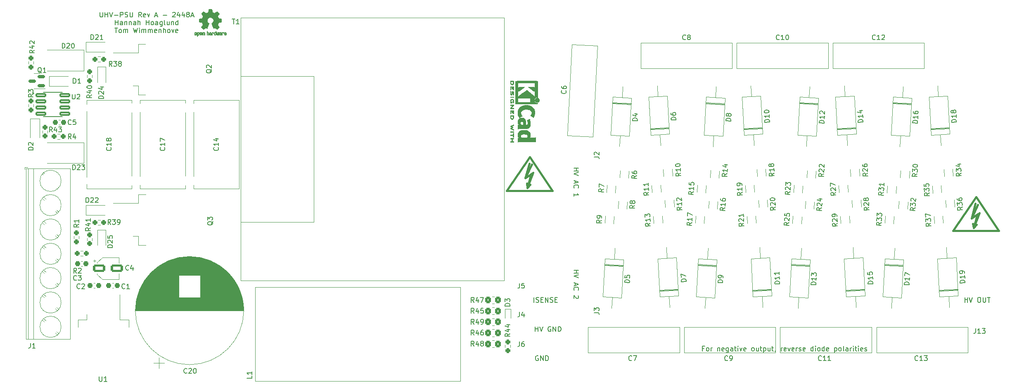
<source format=gto>
G04 #@! TF.GenerationSoftware,KiCad,Pcbnew,6.0.2+dfsg-1*
G04 #@! TF.CreationDate,2024-12-12T20:43:20+00:00*
G04 #@! TF.ProjectId,HV_PSU,48565f50-5355-42e6-9b69-6361645f7063,rev?*
G04 #@! TF.SameCoordinates,Original*
G04 #@! TF.FileFunction,Legend,Top*
G04 #@! TF.FilePolarity,Positive*
%FSLAX46Y46*%
G04 Gerber Fmt 4.6, Leading zero omitted, Abs format (unit mm)*
G04 Created by KiCad (PCBNEW 6.0.2+dfsg-1) date 2024-12-12 20:43:20*
%MOMM*%
%LPD*%
G01*
G04 APERTURE LIST*
G04 Aperture macros list*
%AMRoundRect*
0 Rectangle with rounded corners*
0 $1 Rounding radius*
0 $2 $3 $4 $5 $6 $7 $8 $9 X,Y pos of 4 corners*
0 Add a 4 corners polygon primitive as box body*
4,1,4,$2,$3,$4,$5,$6,$7,$8,$9,$2,$3,0*
0 Add four circle primitives for the rounded corners*
1,1,$1+$1,$2,$3*
1,1,$1+$1,$4,$5*
1,1,$1+$1,$6,$7*
1,1,$1+$1,$8,$9*
0 Add four rect primitives between the rounded corners*
20,1,$1+$1,$2,$3,$4,$5,0*
20,1,$1+$1,$4,$5,$6,$7,0*
20,1,$1+$1,$6,$7,$8,$9,0*
20,1,$1+$1,$8,$9,$2,$3,0*%
%AMHorizOval*
0 Thick line with rounded ends*
0 $1 width*
0 $2 $3 position (X,Y) of the first rounded end (center of the circle)*
0 $4 $5 position (X,Y) of the second rounded end (center of the circle)*
0 Add line between two ends*
20,1,$1,$2,$3,$4,$5,0*
0 Add two circle primitives to create the rounded ends*
1,1,$1,$2,$3*
1,1,$1,$4,$5*%
%AMRotRect*
0 Rectangle, with rotation*
0 The origin of the aperture is its center*
0 $1 length*
0 $2 width*
0 $3 Rotation angle, in degrees counterclockwise*
0 Add horizontal line*
21,1,$1,$2,0,0,$3*%
%AMOutline4P*
0 Free polygon, 4 corners , with rotation*
0 The origin of the aperture is its center*
0 number of corners: always 4*
0 $1 to $8 corner X, Y*
0 $9 Rotation angle, in degrees counterclockwise*
0 create outline with 4 corners*
4,1,4,$1,$2,$3,$4,$5,$6,$7,$8,$1,$2,$9*%
G04 Aperture macros list end*
%ADD10C,0.150000*%
%ADD11C,0.120000*%
%ADD12C,0.010000*%
%ADD13C,0.127000*%
%ADD14C,0.200000*%
%ADD15C,0.381000*%
%ADD16RotRect,2.400000X2.400000X267.000000*%
%ADD17HorizOval,2.400000X0.000000X0.000000X0.000000X0.000000X0*%
%ADD18C,2.000000*%
%ADD19RoundRect,0.237500X0.300000X0.237500X-0.300000X0.237500X-0.300000X-0.237500X0.300000X-0.237500X0*%
%ADD20R,1.100000X4.600000*%
%ADD21R,10.800000X9.400000*%
%ADD22C,0.800000*%
%ADD23C,6.400000*%
%ADD24R,0.700000X0.600000*%
%ADD25Outline4P,-1.800000X-1.150000X1.800000X-0.550000X1.800000X0.550000X-1.800000X1.150000X180.000000*%
%ADD26Outline4P,-1.800000X-1.150000X1.800000X-0.550000X1.800000X0.550000X-1.800000X1.150000X0.000000*%
%ADD27R,4.600000X1.100000*%
%ADD28R,9.400000X10.800000*%
%ADD29C,5.000000*%
%ADD30C,2.400000*%
%ADD31RoundRect,0.250000X0.645078X-0.366742X0.603209X0.432162X-0.645078X0.366742X-0.603209X-0.432162X0*%
%ADD32C,3.800000*%
%ADD33RoundRect,0.250000X0.350000X0.450000X-0.350000X0.450000X-0.350000X-0.450000X0.350000X-0.450000X0*%
%ADD34RoundRect,0.250000X0.603209X-0.432162X0.645078X0.366742X-0.603209X0.432162X-0.645078X-0.366742X0*%
%ADD35R,0.900000X1.200000*%
%ADD36RoundRect,0.237500X0.250000X0.237500X-0.250000X0.237500X-0.250000X-0.237500X0.250000X-0.237500X0*%
%ADD37RoundRect,0.150000X0.587500X0.150000X-0.587500X0.150000X-0.587500X-0.150000X0.587500X-0.150000X0*%
%ADD38RoundRect,0.237500X-0.300000X-0.237500X0.300000X-0.237500X0.300000X0.237500X-0.300000X0.237500X0*%
%ADD39RoundRect,0.250000X-1.050000X-0.550000X1.050000X-0.550000X1.050000X0.550000X-1.050000X0.550000X0*%
%ADD40RotRect,2.400000X2.400000X93.000000*%
%ADD41HorizOval,2.400000X0.000000X0.000000X0.000000X0.000000X0*%
%ADD42RoundRect,0.237500X-0.237500X0.250000X-0.237500X-0.250000X0.237500X-0.250000X0.237500X0.250000X0*%
%ADD43RoundRect,0.237500X-0.250000X-0.237500X0.250000X-0.237500X0.250000X0.237500X-0.250000X0.237500X0*%
%ADD44R,4.000000X4.000000*%
%ADD45C,4.000000*%
%ADD46RoundRect,0.177000X-0.910000X-0.225000X0.910000X-0.225000X0.910000X0.225000X-0.910000X0.225000X0*%
%ADD47C,3.000000*%
%ADD48RoundRect,0.237500X0.237500X-0.250000X0.237500X0.250000X-0.237500X0.250000X-0.237500X-0.250000X0*%
%ADD49R,1.200000X0.900000*%
%ADD50R,1.000000X1.000000*%
%ADD51R,2.600000X2.600000*%
%ADD52C,2.600000*%
G04 APERTURE END LIST*
D10*
X187547619Y-133119047D02*
X188547619Y-133119047D01*
X188071428Y-133119047D02*
X188071428Y-133690476D01*
X187547619Y-133690476D02*
X188547619Y-133690476D01*
X188547619Y-134023809D02*
X187547619Y-134357142D01*
X188547619Y-134690476D01*
X187833333Y-135738095D02*
X187833333Y-136214285D01*
X187547619Y-135642857D02*
X188547619Y-135976190D01*
X187547619Y-136309523D01*
X187642857Y-137214285D02*
X187595238Y-137166666D01*
X187547619Y-137023809D01*
X187547619Y-136928571D01*
X187595238Y-136785714D01*
X187690476Y-136690476D01*
X187785714Y-136642857D01*
X187976190Y-136595238D01*
X188119047Y-136595238D01*
X188309523Y-136642857D01*
X188404761Y-136690476D01*
X188500000Y-136785714D01*
X188547619Y-136928571D01*
X188547619Y-137023809D01*
X188500000Y-137166666D01*
X188452380Y-137214285D01*
X188452380Y-138357142D02*
X188500000Y-138404761D01*
X188547619Y-138500000D01*
X188547619Y-138738095D01*
X188500000Y-138833333D01*
X188452380Y-138880952D01*
X188357142Y-138928571D01*
X188261904Y-138928571D01*
X188119047Y-138880952D01*
X187547619Y-138309523D01*
X187547619Y-138928571D01*
X267726190Y-139702380D02*
X267726190Y-138702380D01*
X267726190Y-139178571D02*
X268297619Y-139178571D01*
X268297619Y-139702380D02*
X268297619Y-138702380D01*
X268630952Y-138702380D02*
X268964285Y-139702380D01*
X269297619Y-138702380D01*
X270583333Y-138702380D02*
X270773809Y-138702380D01*
X270869047Y-138750000D01*
X270964285Y-138845238D01*
X271011904Y-139035714D01*
X271011904Y-139369047D01*
X270964285Y-139559523D01*
X270869047Y-139654761D01*
X270773809Y-139702380D01*
X270583333Y-139702380D01*
X270488095Y-139654761D01*
X270392857Y-139559523D01*
X270345238Y-139369047D01*
X270345238Y-139035714D01*
X270392857Y-138845238D01*
X270488095Y-138750000D01*
X270583333Y-138702380D01*
X271440476Y-138702380D02*
X271440476Y-139511904D01*
X271488095Y-139607142D01*
X271535714Y-139654761D01*
X271630952Y-139702380D01*
X271821428Y-139702380D01*
X271916666Y-139654761D01*
X271964285Y-139607142D01*
X272011904Y-139511904D01*
X272011904Y-138702380D01*
X272345238Y-138702380D02*
X272916666Y-138702380D01*
X272630952Y-139702380D02*
X272630952Y-138702380D01*
X179369047Y-139702380D02*
X179369047Y-138702380D01*
X179797619Y-139654761D02*
X179940476Y-139702380D01*
X180178571Y-139702380D01*
X180273809Y-139654761D01*
X180321428Y-139607142D01*
X180369047Y-139511904D01*
X180369047Y-139416666D01*
X180321428Y-139321428D01*
X180273809Y-139273809D01*
X180178571Y-139226190D01*
X179988095Y-139178571D01*
X179892857Y-139130952D01*
X179845238Y-139083333D01*
X179797619Y-138988095D01*
X179797619Y-138892857D01*
X179845238Y-138797619D01*
X179892857Y-138750000D01*
X179988095Y-138702380D01*
X180226190Y-138702380D01*
X180369047Y-138750000D01*
X180797619Y-139178571D02*
X181130952Y-139178571D01*
X181273809Y-139702380D02*
X180797619Y-139702380D01*
X180797619Y-138702380D01*
X181273809Y-138702380D01*
X181702380Y-139702380D02*
X181702380Y-138702380D01*
X182273809Y-139702380D01*
X182273809Y-138702380D01*
X182702380Y-139654761D02*
X182845238Y-139702380D01*
X183083333Y-139702380D01*
X183178571Y-139654761D01*
X183226190Y-139607142D01*
X183273809Y-139511904D01*
X183273809Y-139416666D01*
X183226190Y-139321428D01*
X183178571Y-139273809D01*
X183083333Y-139226190D01*
X182892857Y-139178571D01*
X182797619Y-139130952D01*
X182750000Y-139083333D01*
X182702380Y-138988095D01*
X182702380Y-138892857D01*
X182750000Y-138797619D01*
X182797619Y-138750000D01*
X182892857Y-138702380D01*
X183130952Y-138702380D01*
X183273809Y-138750000D01*
X183702380Y-139178571D02*
X184035714Y-139178571D01*
X184178571Y-139702380D02*
X183702380Y-139702380D01*
X183702380Y-138702380D01*
X184178571Y-138702380D01*
X214250000Y-149178571D02*
X213916666Y-149178571D01*
X213916666Y-149702380D02*
X213916666Y-148702380D01*
X214392857Y-148702380D01*
X214916666Y-149702380D02*
X214821428Y-149654761D01*
X214773809Y-149607142D01*
X214726190Y-149511904D01*
X214726190Y-149226190D01*
X214773809Y-149130952D01*
X214821428Y-149083333D01*
X214916666Y-149035714D01*
X215059523Y-149035714D01*
X215154761Y-149083333D01*
X215202380Y-149130952D01*
X215250000Y-149226190D01*
X215250000Y-149511904D01*
X215202380Y-149607142D01*
X215154761Y-149654761D01*
X215059523Y-149702380D01*
X214916666Y-149702380D01*
X215678571Y-149702380D02*
X215678571Y-149035714D01*
X215678571Y-149226190D02*
X215726190Y-149130952D01*
X215773809Y-149083333D01*
X215869047Y-149035714D01*
X215964285Y-149035714D01*
X217059523Y-149035714D02*
X217059523Y-149702380D01*
X217059523Y-149130952D02*
X217107142Y-149083333D01*
X217202380Y-149035714D01*
X217345238Y-149035714D01*
X217440476Y-149083333D01*
X217488095Y-149178571D01*
X217488095Y-149702380D01*
X218345238Y-149654761D02*
X218250000Y-149702380D01*
X218059523Y-149702380D01*
X217964285Y-149654761D01*
X217916666Y-149559523D01*
X217916666Y-149178571D01*
X217964285Y-149083333D01*
X218059523Y-149035714D01*
X218250000Y-149035714D01*
X218345238Y-149083333D01*
X218392857Y-149178571D01*
X218392857Y-149273809D01*
X217916666Y-149369047D01*
X219250000Y-149035714D02*
X219250000Y-149845238D01*
X219202380Y-149940476D01*
X219154761Y-149988095D01*
X219059523Y-150035714D01*
X218916666Y-150035714D01*
X218821428Y-149988095D01*
X219250000Y-149654761D02*
X219154761Y-149702380D01*
X218964285Y-149702380D01*
X218869047Y-149654761D01*
X218821428Y-149607142D01*
X218773809Y-149511904D01*
X218773809Y-149226190D01*
X218821428Y-149130952D01*
X218869047Y-149083333D01*
X218964285Y-149035714D01*
X219154761Y-149035714D01*
X219250000Y-149083333D01*
X220154761Y-149702380D02*
X220154761Y-149178571D01*
X220107142Y-149083333D01*
X220011904Y-149035714D01*
X219821428Y-149035714D01*
X219726190Y-149083333D01*
X220154761Y-149654761D02*
X220059523Y-149702380D01*
X219821428Y-149702380D01*
X219726190Y-149654761D01*
X219678571Y-149559523D01*
X219678571Y-149464285D01*
X219726190Y-149369047D01*
X219821428Y-149321428D01*
X220059523Y-149321428D01*
X220154761Y-149273809D01*
X220488095Y-149035714D02*
X220869047Y-149035714D01*
X220630952Y-148702380D02*
X220630952Y-149559523D01*
X220678571Y-149654761D01*
X220773809Y-149702380D01*
X220869047Y-149702380D01*
X221202380Y-149702380D02*
X221202380Y-149035714D01*
X221202380Y-148702380D02*
X221154761Y-148750000D01*
X221202380Y-148797619D01*
X221250000Y-148750000D01*
X221202380Y-148702380D01*
X221202380Y-148797619D01*
X221583333Y-149035714D02*
X221821428Y-149702380D01*
X222059523Y-149035714D01*
X222821428Y-149654761D02*
X222726190Y-149702380D01*
X222535714Y-149702380D01*
X222440476Y-149654761D01*
X222392857Y-149559523D01*
X222392857Y-149178571D01*
X222440476Y-149083333D01*
X222535714Y-149035714D01*
X222726190Y-149035714D01*
X222821428Y-149083333D01*
X222869047Y-149178571D01*
X222869047Y-149273809D01*
X222392857Y-149369047D01*
X224202380Y-149702380D02*
X224107142Y-149654761D01*
X224059523Y-149607142D01*
X224011904Y-149511904D01*
X224011904Y-149226190D01*
X224059523Y-149130952D01*
X224107142Y-149083333D01*
X224202380Y-149035714D01*
X224345238Y-149035714D01*
X224440476Y-149083333D01*
X224488095Y-149130952D01*
X224535714Y-149226190D01*
X224535714Y-149511904D01*
X224488095Y-149607142D01*
X224440476Y-149654761D01*
X224345238Y-149702380D01*
X224202380Y-149702380D01*
X225392857Y-149035714D02*
X225392857Y-149702380D01*
X224964285Y-149035714D02*
X224964285Y-149559523D01*
X225011904Y-149654761D01*
X225107142Y-149702380D01*
X225250000Y-149702380D01*
X225345238Y-149654761D01*
X225392857Y-149607142D01*
X225726190Y-149035714D02*
X226107142Y-149035714D01*
X225869047Y-148702380D02*
X225869047Y-149559523D01*
X225916666Y-149654761D01*
X226011904Y-149702380D01*
X226107142Y-149702380D01*
X226440476Y-149035714D02*
X226440476Y-150035714D01*
X226440476Y-149083333D02*
X226535714Y-149035714D01*
X226726190Y-149035714D01*
X226821428Y-149083333D01*
X226869047Y-149130952D01*
X226916666Y-149226190D01*
X226916666Y-149511904D01*
X226869047Y-149607142D01*
X226821428Y-149654761D01*
X226726190Y-149702380D01*
X226535714Y-149702380D01*
X226440476Y-149654761D01*
X227773809Y-149035714D02*
X227773809Y-149702380D01*
X227345238Y-149035714D02*
X227345238Y-149559523D01*
X227392857Y-149654761D01*
X227488095Y-149702380D01*
X227630952Y-149702380D01*
X227726190Y-149654761D01*
X227773809Y-149607142D01*
X228107142Y-149035714D02*
X228488095Y-149035714D01*
X228250000Y-148702380D02*
X228250000Y-149559523D01*
X228297619Y-149654761D01*
X228392857Y-149702380D01*
X228488095Y-149702380D01*
X228869047Y-149654761D02*
X228869047Y-149702380D01*
X228821428Y-149797619D01*
X228773809Y-149845238D01*
X230059523Y-149702380D02*
X230059523Y-149035714D01*
X230059523Y-149226190D02*
X230107142Y-149130952D01*
X230154761Y-149083333D01*
X230250000Y-149035714D01*
X230345238Y-149035714D01*
X231059523Y-149654761D02*
X230964285Y-149702380D01*
X230773809Y-149702380D01*
X230678571Y-149654761D01*
X230630952Y-149559523D01*
X230630952Y-149178571D01*
X230678571Y-149083333D01*
X230773809Y-149035714D01*
X230964285Y-149035714D01*
X231059523Y-149083333D01*
X231107142Y-149178571D01*
X231107142Y-149273809D01*
X230630952Y-149369047D01*
X231440476Y-149035714D02*
X231678571Y-149702380D01*
X231916666Y-149035714D01*
X232678571Y-149654761D02*
X232583333Y-149702380D01*
X232392857Y-149702380D01*
X232297619Y-149654761D01*
X232250000Y-149559523D01*
X232250000Y-149178571D01*
X232297619Y-149083333D01*
X232392857Y-149035714D01*
X232583333Y-149035714D01*
X232678571Y-149083333D01*
X232726190Y-149178571D01*
X232726190Y-149273809D01*
X232250000Y-149369047D01*
X233154761Y-149702380D02*
X233154761Y-149035714D01*
X233154761Y-149226190D02*
X233202380Y-149130952D01*
X233250000Y-149083333D01*
X233345238Y-149035714D01*
X233440476Y-149035714D01*
X233726190Y-149654761D02*
X233821428Y-149702380D01*
X234011904Y-149702380D01*
X234107142Y-149654761D01*
X234154761Y-149559523D01*
X234154761Y-149511904D01*
X234107142Y-149416666D01*
X234011904Y-149369047D01*
X233869047Y-149369047D01*
X233773809Y-149321428D01*
X233726190Y-149226190D01*
X233726190Y-149178571D01*
X233773809Y-149083333D01*
X233869047Y-149035714D01*
X234011904Y-149035714D01*
X234107142Y-149083333D01*
X234964285Y-149654761D02*
X234869047Y-149702380D01*
X234678571Y-149702380D01*
X234583333Y-149654761D01*
X234535714Y-149559523D01*
X234535714Y-149178571D01*
X234583333Y-149083333D01*
X234678571Y-149035714D01*
X234869047Y-149035714D01*
X234964285Y-149083333D01*
X235011904Y-149178571D01*
X235011904Y-149273809D01*
X234535714Y-149369047D01*
X236630952Y-149702380D02*
X236630952Y-148702380D01*
X236630952Y-149654761D02*
X236535714Y-149702380D01*
X236345238Y-149702380D01*
X236250000Y-149654761D01*
X236202380Y-149607142D01*
X236154761Y-149511904D01*
X236154761Y-149226190D01*
X236202380Y-149130952D01*
X236250000Y-149083333D01*
X236345238Y-149035714D01*
X236535714Y-149035714D01*
X236630952Y-149083333D01*
X237107142Y-149702380D02*
X237107142Y-149035714D01*
X237107142Y-148702380D02*
X237059523Y-148750000D01*
X237107142Y-148797619D01*
X237154761Y-148750000D01*
X237107142Y-148702380D01*
X237107142Y-148797619D01*
X237726190Y-149702380D02*
X237630952Y-149654761D01*
X237583333Y-149607142D01*
X237535714Y-149511904D01*
X237535714Y-149226190D01*
X237583333Y-149130952D01*
X237630952Y-149083333D01*
X237726190Y-149035714D01*
X237869047Y-149035714D01*
X237964285Y-149083333D01*
X238011904Y-149130952D01*
X238059523Y-149226190D01*
X238059523Y-149511904D01*
X238011904Y-149607142D01*
X237964285Y-149654761D01*
X237869047Y-149702380D01*
X237726190Y-149702380D01*
X238916666Y-149702380D02*
X238916666Y-148702380D01*
X238916666Y-149654761D02*
X238821428Y-149702380D01*
X238630952Y-149702380D01*
X238535714Y-149654761D01*
X238488095Y-149607142D01*
X238440476Y-149511904D01*
X238440476Y-149226190D01*
X238488095Y-149130952D01*
X238535714Y-149083333D01*
X238630952Y-149035714D01*
X238821428Y-149035714D01*
X238916666Y-149083333D01*
X239773809Y-149654761D02*
X239678571Y-149702380D01*
X239488095Y-149702380D01*
X239392857Y-149654761D01*
X239345238Y-149559523D01*
X239345238Y-149178571D01*
X239392857Y-149083333D01*
X239488095Y-149035714D01*
X239678571Y-149035714D01*
X239773809Y-149083333D01*
X239821428Y-149178571D01*
X239821428Y-149273809D01*
X239345238Y-149369047D01*
X241011904Y-149035714D02*
X241011904Y-150035714D01*
X241011904Y-149083333D02*
X241107142Y-149035714D01*
X241297619Y-149035714D01*
X241392857Y-149083333D01*
X241440476Y-149130952D01*
X241488095Y-149226190D01*
X241488095Y-149511904D01*
X241440476Y-149607142D01*
X241392857Y-149654761D01*
X241297619Y-149702380D01*
X241107142Y-149702380D01*
X241011904Y-149654761D01*
X242059523Y-149702380D02*
X241964285Y-149654761D01*
X241916666Y-149607142D01*
X241869047Y-149511904D01*
X241869047Y-149226190D01*
X241916666Y-149130952D01*
X241964285Y-149083333D01*
X242059523Y-149035714D01*
X242202380Y-149035714D01*
X242297619Y-149083333D01*
X242345238Y-149130952D01*
X242392857Y-149226190D01*
X242392857Y-149511904D01*
X242345238Y-149607142D01*
X242297619Y-149654761D01*
X242202380Y-149702380D01*
X242059523Y-149702380D01*
X242964285Y-149702380D02*
X242869047Y-149654761D01*
X242821428Y-149559523D01*
X242821428Y-148702380D01*
X243773809Y-149702380D02*
X243773809Y-149178571D01*
X243726190Y-149083333D01*
X243630952Y-149035714D01*
X243440476Y-149035714D01*
X243345238Y-149083333D01*
X243773809Y-149654761D02*
X243678571Y-149702380D01*
X243440476Y-149702380D01*
X243345238Y-149654761D01*
X243297619Y-149559523D01*
X243297619Y-149464285D01*
X243345238Y-149369047D01*
X243440476Y-149321428D01*
X243678571Y-149321428D01*
X243773809Y-149273809D01*
X244250000Y-149702380D02*
X244250000Y-149035714D01*
X244250000Y-149226190D02*
X244297619Y-149130952D01*
X244345238Y-149083333D01*
X244440476Y-149035714D01*
X244535714Y-149035714D01*
X244869047Y-149702380D02*
X244869047Y-149035714D01*
X244869047Y-148702380D02*
X244821428Y-148750000D01*
X244869047Y-148797619D01*
X244916666Y-148750000D01*
X244869047Y-148702380D01*
X244869047Y-148797619D01*
X245202380Y-149035714D02*
X245583333Y-149035714D01*
X245345238Y-148702380D02*
X245345238Y-149559523D01*
X245392857Y-149654761D01*
X245488095Y-149702380D01*
X245583333Y-149702380D01*
X245916666Y-149702380D02*
X245916666Y-149035714D01*
X245916666Y-148702380D02*
X245869047Y-148750000D01*
X245916666Y-148797619D01*
X245964285Y-148750000D01*
X245916666Y-148702380D01*
X245916666Y-148797619D01*
X246773809Y-149654761D02*
X246678571Y-149702380D01*
X246488095Y-149702380D01*
X246392857Y-149654761D01*
X246345238Y-149559523D01*
X246345238Y-149178571D01*
X246392857Y-149083333D01*
X246488095Y-149035714D01*
X246678571Y-149035714D01*
X246773809Y-149083333D01*
X246821428Y-149178571D01*
X246821428Y-149273809D01*
X246345238Y-149369047D01*
X247202380Y-149654761D02*
X247297619Y-149702380D01*
X247488095Y-149702380D01*
X247583333Y-149654761D01*
X247630952Y-149559523D01*
X247630952Y-149511904D01*
X247583333Y-149416666D01*
X247488095Y-149369047D01*
X247345238Y-149369047D01*
X247250000Y-149321428D01*
X247202380Y-149226190D01*
X247202380Y-149178571D01*
X247250000Y-149083333D01*
X247345238Y-149035714D01*
X247488095Y-149035714D01*
X247583333Y-149083333D01*
X187547619Y-112119047D02*
X188547619Y-112119047D01*
X188071428Y-112119047D02*
X188071428Y-112690476D01*
X187547619Y-112690476D02*
X188547619Y-112690476D01*
X188547619Y-113023809D02*
X187547619Y-113357142D01*
X188547619Y-113690476D01*
X187833333Y-114738095D02*
X187833333Y-115214285D01*
X187547619Y-114642857D02*
X188547619Y-114976190D01*
X187547619Y-115309523D01*
X187642857Y-116214285D02*
X187595238Y-116166666D01*
X187547619Y-116023809D01*
X187547619Y-115928571D01*
X187595238Y-115785714D01*
X187690476Y-115690476D01*
X187785714Y-115642857D01*
X187976190Y-115595238D01*
X188119047Y-115595238D01*
X188309523Y-115642857D01*
X188404761Y-115690476D01*
X188500000Y-115785714D01*
X188547619Y-115928571D01*
X188547619Y-116023809D01*
X188500000Y-116166666D01*
X188452380Y-116214285D01*
X187547619Y-117928571D02*
X187547619Y-117357142D01*
X187547619Y-117642857D02*
X188547619Y-117642857D01*
X188404761Y-117547619D01*
X188309523Y-117452380D01*
X188261904Y-117357142D01*
X179630952Y-145702380D02*
X179630952Y-144702380D01*
X179630952Y-145178571D02*
X180202380Y-145178571D01*
X180202380Y-145702380D02*
X180202380Y-144702380D01*
X180535714Y-144702380D02*
X180869047Y-145702380D01*
X181202380Y-144702380D01*
X182821428Y-144750000D02*
X182726190Y-144702380D01*
X182583333Y-144702380D01*
X182440476Y-144750000D01*
X182345238Y-144845238D01*
X182297619Y-144940476D01*
X182250000Y-145130952D01*
X182250000Y-145273809D01*
X182297619Y-145464285D01*
X182345238Y-145559523D01*
X182440476Y-145654761D01*
X182583333Y-145702380D01*
X182678571Y-145702380D01*
X182821428Y-145654761D01*
X182869047Y-145607142D01*
X182869047Y-145273809D01*
X182678571Y-145273809D01*
X183297619Y-145702380D02*
X183297619Y-144702380D01*
X183869047Y-145702380D01*
X183869047Y-144702380D01*
X184345238Y-145702380D02*
X184345238Y-144702380D01*
X184583333Y-144702380D01*
X184726190Y-144750000D01*
X184821428Y-144845238D01*
X184869047Y-144940476D01*
X184916666Y-145130952D01*
X184916666Y-145273809D01*
X184869047Y-145464285D01*
X184821428Y-145559523D01*
X184726190Y-145654761D01*
X184583333Y-145702380D01*
X184345238Y-145702380D01*
X180238095Y-150750000D02*
X180142857Y-150702380D01*
X180000000Y-150702380D01*
X179857142Y-150750000D01*
X179761904Y-150845238D01*
X179714285Y-150940476D01*
X179666666Y-151130952D01*
X179666666Y-151273809D01*
X179714285Y-151464285D01*
X179761904Y-151559523D01*
X179857142Y-151654761D01*
X180000000Y-151702380D01*
X180095238Y-151702380D01*
X180238095Y-151654761D01*
X180285714Y-151607142D01*
X180285714Y-151273809D01*
X180095238Y-151273809D01*
X180714285Y-151702380D02*
X180714285Y-150702380D01*
X181285714Y-151702380D01*
X181285714Y-150702380D01*
X181761904Y-151702380D02*
X181761904Y-150702380D01*
X182000000Y-150702380D01*
X182142857Y-150750000D01*
X182238095Y-150845238D01*
X182285714Y-150940476D01*
X182333333Y-151130952D01*
X182333333Y-151273809D01*
X182285714Y-151464285D01*
X182238095Y-151559523D01*
X182142857Y-151654761D01*
X182000000Y-151702380D01*
X181761904Y-151702380D01*
X90378571Y-80092380D02*
X90378571Y-80901904D01*
X90426190Y-80997142D01*
X90473809Y-81044761D01*
X90569047Y-81092380D01*
X90759523Y-81092380D01*
X90854761Y-81044761D01*
X90902380Y-80997142D01*
X90950000Y-80901904D01*
X90950000Y-80092380D01*
X91426190Y-81092380D02*
X91426190Y-80092380D01*
X91426190Y-80568571D02*
X91997619Y-80568571D01*
X91997619Y-81092380D02*
X91997619Y-80092380D01*
X92330952Y-80092380D02*
X92664285Y-81092380D01*
X92997619Y-80092380D01*
X93330952Y-80711428D02*
X94092857Y-80711428D01*
X94569047Y-81092380D02*
X94569047Y-80092380D01*
X94950000Y-80092380D01*
X95045238Y-80140000D01*
X95092857Y-80187619D01*
X95140476Y-80282857D01*
X95140476Y-80425714D01*
X95092857Y-80520952D01*
X95045238Y-80568571D01*
X94950000Y-80616190D01*
X94569047Y-80616190D01*
X95521428Y-81044761D02*
X95664285Y-81092380D01*
X95902380Y-81092380D01*
X95997619Y-81044761D01*
X96045238Y-80997142D01*
X96092857Y-80901904D01*
X96092857Y-80806666D01*
X96045238Y-80711428D01*
X95997619Y-80663809D01*
X95902380Y-80616190D01*
X95711904Y-80568571D01*
X95616666Y-80520952D01*
X95569047Y-80473333D01*
X95521428Y-80378095D01*
X95521428Y-80282857D01*
X95569047Y-80187619D01*
X95616666Y-80140000D01*
X95711904Y-80092380D01*
X95950000Y-80092380D01*
X96092857Y-80140000D01*
X96521428Y-80092380D02*
X96521428Y-80901904D01*
X96569047Y-80997142D01*
X96616666Y-81044761D01*
X96711904Y-81092380D01*
X96902380Y-81092380D01*
X96997619Y-81044761D01*
X97045238Y-80997142D01*
X97092857Y-80901904D01*
X97092857Y-80092380D01*
X98902380Y-81092380D02*
X98569047Y-80616190D01*
X98330952Y-81092380D02*
X98330952Y-80092380D01*
X98711904Y-80092380D01*
X98807142Y-80140000D01*
X98854761Y-80187619D01*
X98902380Y-80282857D01*
X98902380Y-80425714D01*
X98854761Y-80520952D01*
X98807142Y-80568571D01*
X98711904Y-80616190D01*
X98330952Y-80616190D01*
X99711904Y-81044761D02*
X99616666Y-81092380D01*
X99426190Y-81092380D01*
X99330952Y-81044761D01*
X99283333Y-80949523D01*
X99283333Y-80568571D01*
X99330952Y-80473333D01*
X99426190Y-80425714D01*
X99616666Y-80425714D01*
X99711904Y-80473333D01*
X99759523Y-80568571D01*
X99759523Y-80663809D01*
X99283333Y-80759047D01*
X100092857Y-80425714D02*
X100330952Y-81092380D01*
X100569047Y-80425714D01*
X101664285Y-80806666D02*
X102140476Y-80806666D01*
X101569047Y-81092380D02*
X101902380Y-80092380D01*
X102235714Y-81092380D01*
X103330952Y-80711428D02*
X104092857Y-80711428D01*
X105283333Y-80187619D02*
X105330952Y-80140000D01*
X105426190Y-80092380D01*
X105664285Y-80092380D01*
X105759523Y-80140000D01*
X105807142Y-80187619D01*
X105854761Y-80282857D01*
X105854761Y-80378095D01*
X105807142Y-80520952D01*
X105235714Y-81092380D01*
X105854761Y-81092380D01*
X106711904Y-80425714D02*
X106711904Y-81092380D01*
X106473809Y-80044761D02*
X106235714Y-80759047D01*
X106854761Y-80759047D01*
X107664285Y-80425714D02*
X107664285Y-81092380D01*
X107426190Y-80044761D02*
X107188095Y-80759047D01*
X107807142Y-80759047D01*
X108330952Y-80520952D02*
X108235714Y-80473333D01*
X108188095Y-80425714D01*
X108140476Y-80330476D01*
X108140476Y-80282857D01*
X108188095Y-80187619D01*
X108235714Y-80140000D01*
X108330952Y-80092380D01*
X108521428Y-80092380D01*
X108616666Y-80140000D01*
X108664285Y-80187619D01*
X108711904Y-80282857D01*
X108711904Y-80330476D01*
X108664285Y-80425714D01*
X108616666Y-80473333D01*
X108521428Y-80520952D01*
X108330952Y-80520952D01*
X108235714Y-80568571D01*
X108188095Y-80616190D01*
X108140476Y-80711428D01*
X108140476Y-80901904D01*
X108188095Y-80997142D01*
X108235714Y-81044761D01*
X108330952Y-81092380D01*
X108521428Y-81092380D01*
X108616666Y-81044761D01*
X108664285Y-80997142D01*
X108711904Y-80901904D01*
X108711904Y-80711428D01*
X108664285Y-80616190D01*
X108616666Y-80568571D01*
X108521428Y-80520952D01*
X109092857Y-80806666D02*
X109569047Y-80806666D01*
X108997619Y-81092380D02*
X109330952Y-80092380D01*
X109664285Y-81092380D01*
X93521428Y-82702380D02*
X93521428Y-81702380D01*
X93521428Y-82178571D02*
X94092857Y-82178571D01*
X94092857Y-82702380D02*
X94092857Y-81702380D01*
X94997619Y-82702380D02*
X94997619Y-82178571D01*
X94950000Y-82083333D01*
X94854761Y-82035714D01*
X94664285Y-82035714D01*
X94569047Y-82083333D01*
X94997619Y-82654761D02*
X94902380Y-82702380D01*
X94664285Y-82702380D01*
X94569047Y-82654761D01*
X94521428Y-82559523D01*
X94521428Y-82464285D01*
X94569047Y-82369047D01*
X94664285Y-82321428D01*
X94902380Y-82321428D01*
X94997619Y-82273809D01*
X95473809Y-82035714D02*
X95473809Y-82702380D01*
X95473809Y-82130952D02*
X95521428Y-82083333D01*
X95616666Y-82035714D01*
X95759523Y-82035714D01*
X95854761Y-82083333D01*
X95902380Y-82178571D01*
X95902380Y-82702380D01*
X96378571Y-82035714D02*
X96378571Y-82702380D01*
X96378571Y-82130952D02*
X96426190Y-82083333D01*
X96521428Y-82035714D01*
X96664285Y-82035714D01*
X96759523Y-82083333D01*
X96807142Y-82178571D01*
X96807142Y-82702380D01*
X97711904Y-82702380D02*
X97711904Y-82178571D01*
X97664285Y-82083333D01*
X97569047Y-82035714D01*
X97378571Y-82035714D01*
X97283333Y-82083333D01*
X97711904Y-82654761D02*
X97616666Y-82702380D01*
X97378571Y-82702380D01*
X97283333Y-82654761D01*
X97235714Y-82559523D01*
X97235714Y-82464285D01*
X97283333Y-82369047D01*
X97378571Y-82321428D01*
X97616666Y-82321428D01*
X97711904Y-82273809D01*
X98188095Y-82702380D02*
X98188095Y-81702380D01*
X98616666Y-82702380D02*
X98616666Y-82178571D01*
X98569047Y-82083333D01*
X98473809Y-82035714D01*
X98330952Y-82035714D01*
X98235714Y-82083333D01*
X98188095Y-82130952D01*
X99854761Y-82702380D02*
X99854761Y-81702380D01*
X99854761Y-82178571D02*
X100426190Y-82178571D01*
X100426190Y-82702380D02*
X100426190Y-81702380D01*
X101045238Y-82702380D02*
X100950000Y-82654761D01*
X100902380Y-82607142D01*
X100854761Y-82511904D01*
X100854761Y-82226190D01*
X100902380Y-82130952D01*
X100950000Y-82083333D01*
X101045238Y-82035714D01*
X101188095Y-82035714D01*
X101283333Y-82083333D01*
X101330952Y-82130952D01*
X101378571Y-82226190D01*
X101378571Y-82511904D01*
X101330952Y-82607142D01*
X101283333Y-82654761D01*
X101188095Y-82702380D01*
X101045238Y-82702380D01*
X102235714Y-82702380D02*
X102235714Y-82178571D01*
X102188095Y-82083333D01*
X102092857Y-82035714D01*
X101902380Y-82035714D01*
X101807142Y-82083333D01*
X102235714Y-82654761D02*
X102140476Y-82702380D01*
X101902380Y-82702380D01*
X101807142Y-82654761D01*
X101759523Y-82559523D01*
X101759523Y-82464285D01*
X101807142Y-82369047D01*
X101902380Y-82321428D01*
X102140476Y-82321428D01*
X102235714Y-82273809D01*
X103140476Y-82035714D02*
X103140476Y-82845238D01*
X103092857Y-82940476D01*
X103045238Y-82988095D01*
X102950000Y-83035714D01*
X102807142Y-83035714D01*
X102711904Y-82988095D01*
X103140476Y-82654761D02*
X103045238Y-82702380D01*
X102854761Y-82702380D01*
X102759523Y-82654761D01*
X102711904Y-82607142D01*
X102664285Y-82511904D01*
X102664285Y-82226190D01*
X102711904Y-82130952D01*
X102759523Y-82083333D01*
X102854761Y-82035714D01*
X103045238Y-82035714D01*
X103140476Y-82083333D01*
X103759523Y-82702380D02*
X103664285Y-82654761D01*
X103616666Y-82559523D01*
X103616666Y-81702380D01*
X104569047Y-82035714D02*
X104569047Y-82702380D01*
X104140476Y-82035714D02*
X104140476Y-82559523D01*
X104188095Y-82654761D01*
X104283333Y-82702380D01*
X104426190Y-82702380D01*
X104521428Y-82654761D01*
X104569047Y-82607142D01*
X105045238Y-82035714D02*
X105045238Y-82702380D01*
X105045238Y-82130952D02*
X105092857Y-82083333D01*
X105188095Y-82035714D01*
X105330952Y-82035714D01*
X105426190Y-82083333D01*
X105473809Y-82178571D01*
X105473809Y-82702380D01*
X106378571Y-82702380D02*
X106378571Y-81702380D01*
X106378571Y-82654761D02*
X106283333Y-82702380D01*
X106092857Y-82702380D01*
X105997619Y-82654761D01*
X105950000Y-82607142D01*
X105902380Y-82511904D01*
X105902380Y-82226190D01*
X105950000Y-82130952D01*
X105997619Y-82083333D01*
X106092857Y-82035714D01*
X106283333Y-82035714D01*
X106378571Y-82083333D01*
X93426190Y-83312380D02*
X93997619Y-83312380D01*
X93711904Y-84312380D02*
X93711904Y-83312380D01*
X94473809Y-84312380D02*
X94378571Y-84264761D01*
X94330952Y-84217142D01*
X94283333Y-84121904D01*
X94283333Y-83836190D01*
X94330952Y-83740952D01*
X94378571Y-83693333D01*
X94473809Y-83645714D01*
X94616666Y-83645714D01*
X94711904Y-83693333D01*
X94759523Y-83740952D01*
X94807142Y-83836190D01*
X94807142Y-84121904D01*
X94759523Y-84217142D01*
X94711904Y-84264761D01*
X94616666Y-84312380D01*
X94473809Y-84312380D01*
X95235714Y-84312380D02*
X95235714Y-83645714D01*
X95235714Y-83740952D02*
X95283333Y-83693333D01*
X95378571Y-83645714D01*
X95521428Y-83645714D01*
X95616666Y-83693333D01*
X95664285Y-83788571D01*
X95664285Y-84312380D01*
X95664285Y-83788571D02*
X95711904Y-83693333D01*
X95807142Y-83645714D01*
X95949999Y-83645714D01*
X96045238Y-83693333D01*
X96092857Y-83788571D01*
X96092857Y-84312380D01*
X97235714Y-83312380D02*
X97473809Y-84312380D01*
X97664285Y-83598095D01*
X97854761Y-84312380D01*
X98092857Y-83312380D01*
X98473809Y-84312380D02*
X98473809Y-83645714D01*
X98473809Y-83312380D02*
X98426190Y-83360000D01*
X98473809Y-83407619D01*
X98521428Y-83360000D01*
X98473809Y-83312380D01*
X98473809Y-83407619D01*
X98949999Y-84312380D02*
X98949999Y-83645714D01*
X98949999Y-83740952D02*
X98997619Y-83693333D01*
X99092857Y-83645714D01*
X99235714Y-83645714D01*
X99330952Y-83693333D01*
X99378571Y-83788571D01*
X99378571Y-84312380D01*
X99378571Y-83788571D02*
X99426190Y-83693333D01*
X99521428Y-83645714D01*
X99664285Y-83645714D01*
X99759523Y-83693333D01*
X99807142Y-83788571D01*
X99807142Y-84312380D01*
X100283333Y-84312380D02*
X100283333Y-83645714D01*
X100283333Y-83740952D02*
X100330952Y-83693333D01*
X100426190Y-83645714D01*
X100569047Y-83645714D01*
X100664285Y-83693333D01*
X100711904Y-83788571D01*
X100711904Y-84312380D01*
X100711904Y-83788571D02*
X100759523Y-83693333D01*
X100854761Y-83645714D01*
X100997619Y-83645714D01*
X101092857Y-83693333D01*
X101140476Y-83788571D01*
X101140476Y-84312380D01*
X101997619Y-84264761D02*
X101902380Y-84312380D01*
X101711904Y-84312380D01*
X101616666Y-84264761D01*
X101569047Y-84169523D01*
X101569047Y-83788571D01*
X101616666Y-83693333D01*
X101711904Y-83645714D01*
X101902380Y-83645714D01*
X101997619Y-83693333D01*
X102045238Y-83788571D01*
X102045238Y-83883809D01*
X101569047Y-83979047D01*
X102473809Y-83645714D02*
X102473809Y-84312380D01*
X102473809Y-83740952D02*
X102521428Y-83693333D01*
X102616666Y-83645714D01*
X102759523Y-83645714D01*
X102854761Y-83693333D01*
X102902380Y-83788571D01*
X102902380Y-84312380D01*
X103378571Y-84312380D02*
X103378571Y-83312380D01*
X103807142Y-84312380D02*
X103807142Y-83788571D01*
X103759523Y-83693333D01*
X103664285Y-83645714D01*
X103521428Y-83645714D01*
X103426190Y-83693333D01*
X103378571Y-83740952D01*
X104426190Y-84312380D02*
X104330952Y-84264761D01*
X104283333Y-84217142D01*
X104235714Y-84121904D01*
X104235714Y-83836190D01*
X104283333Y-83740952D01*
X104330952Y-83693333D01*
X104426190Y-83645714D01*
X104569047Y-83645714D01*
X104664285Y-83693333D01*
X104711904Y-83740952D01*
X104759523Y-83836190D01*
X104759523Y-84121904D01*
X104711904Y-84217142D01*
X104664285Y-84264761D01*
X104569047Y-84312380D01*
X104426190Y-84312380D01*
X105092857Y-83645714D02*
X105330952Y-84312380D01*
X105569047Y-83645714D01*
X106330952Y-84264761D02*
X106235714Y-84312380D01*
X106045238Y-84312380D01*
X105949999Y-84264761D01*
X105902380Y-84169523D01*
X105902380Y-83788571D01*
X105949999Y-83693333D01*
X106045238Y-83645714D01*
X106235714Y-83645714D01*
X106330952Y-83693333D01*
X106378571Y-83788571D01*
X106378571Y-83883809D01*
X105902380Y-83979047D01*
X237181651Y-136138643D02*
X236183021Y-136086307D01*
X236195482Y-135848538D01*
X236250512Y-135708369D01*
X236350604Y-135618246D01*
X236448204Y-135575676D01*
X236640911Y-135538091D01*
X236783573Y-135545568D01*
X236971296Y-135603090D01*
X237063911Y-135655628D01*
X237154034Y-135755720D01*
X237194112Y-135900874D01*
X237181651Y-136138643D01*
X237261401Y-134616922D02*
X237231494Y-135187567D01*
X237246448Y-134902244D02*
X236247818Y-134849908D01*
X236385495Y-134952493D01*
X236475618Y-135052585D01*
X236518188Y-135150184D01*
X236280216Y-134231709D02*
X236312615Y-133613510D01*
X236675600Y-133966324D01*
X236683076Y-133823663D01*
X236735615Y-133731047D01*
X236785661Y-133685986D01*
X236883260Y-133643416D01*
X237121029Y-133655877D01*
X237213645Y-133708415D01*
X237258706Y-133758461D01*
X237301276Y-133856061D01*
X237286323Y-134141384D01*
X237233784Y-134233999D01*
X237183738Y-134279061D01*
X210487799Y-85658518D02*
X210440180Y-85706137D01*
X210297323Y-85753756D01*
X210202085Y-85753756D01*
X210059227Y-85706137D01*
X209963989Y-85610899D01*
X209916370Y-85515661D01*
X209868751Y-85325185D01*
X209868751Y-85182328D01*
X209916370Y-84991852D01*
X209963989Y-84896614D01*
X210059227Y-84801376D01*
X210202085Y-84753756D01*
X210297323Y-84753756D01*
X210440180Y-84801376D01*
X210487799Y-84848995D01*
X211059227Y-85182328D02*
X210963989Y-85134709D01*
X210916370Y-85087090D01*
X210868751Y-84991852D01*
X210868751Y-84944233D01*
X210916370Y-84848995D01*
X210963989Y-84801376D01*
X211059227Y-84753756D01*
X211249704Y-84753756D01*
X211344942Y-84801376D01*
X211392561Y-84848995D01*
X211440180Y-84944233D01*
X211440180Y-84991852D01*
X211392561Y-85087090D01*
X211344942Y-85134709D01*
X211249704Y-85182328D01*
X211059227Y-85182328D01*
X210963989Y-85229947D01*
X210916370Y-85277566D01*
X210868751Y-85372804D01*
X210868751Y-85563280D01*
X210916370Y-85658518D01*
X210963989Y-85706137D01*
X211059227Y-85753756D01*
X211249704Y-85753756D01*
X211344942Y-85706137D01*
X211392561Y-85658518D01*
X211440180Y-85563280D01*
X211440180Y-85372804D01*
X211392561Y-85277566D01*
X211344942Y-85229947D01*
X211249704Y-85182328D01*
X85583333Y-135107142D02*
X85535714Y-135154761D01*
X85392857Y-135202380D01*
X85297619Y-135202380D01*
X85154761Y-135154761D01*
X85059523Y-135059523D01*
X85011904Y-134964285D01*
X84964285Y-134773809D01*
X84964285Y-134630952D01*
X85011904Y-134440476D01*
X85059523Y-134345238D01*
X85154761Y-134250000D01*
X85297619Y-134202380D01*
X85392857Y-134202380D01*
X85535714Y-134250000D01*
X85583333Y-134297619D01*
X85916666Y-134202380D02*
X86535714Y-134202380D01*
X86202380Y-134583333D01*
X86345238Y-134583333D01*
X86440476Y-134630952D01*
X86488095Y-134678571D01*
X86535714Y-134773809D01*
X86535714Y-135011904D01*
X86488095Y-135107142D01*
X86440476Y-135154761D01*
X86345238Y-135202380D01*
X86059523Y-135202380D01*
X85964285Y-135154761D01*
X85916666Y-135107142D01*
X90238095Y-154952380D02*
X90238095Y-155761904D01*
X90285714Y-155857142D01*
X90333333Y-155904761D01*
X90428571Y-155952380D01*
X90619047Y-155952380D01*
X90714285Y-155904761D01*
X90761904Y-155857142D01*
X90809523Y-155761904D01*
X90809523Y-154952380D01*
X91809523Y-155952380D02*
X91238095Y-155952380D01*
X91523809Y-155952380D02*
X91523809Y-154952380D01*
X91428571Y-155095238D01*
X91333333Y-155190476D01*
X91238095Y-155238095D01*
X174452380Y-140488095D02*
X173452380Y-140488095D01*
X173452380Y-140250000D01*
X173500000Y-140107142D01*
X173595238Y-140011904D01*
X173690476Y-139964285D01*
X173880952Y-139916666D01*
X174023809Y-139916666D01*
X174214285Y-139964285D01*
X174309523Y-140011904D01*
X174404761Y-140107142D01*
X174452380Y-140250000D01*
X174452380Y-140488095D01*
X173452380Y-139583333D02*
X173452380Y-138964285D01*
X173833333Y-139297619D01*
X173833333Y-139154761D01*
X173880952Y-139059523D01*
X173928571Y-139011904D01*
X174023809Y-138964285D01*
X174261904Y-138964285D01*
X174357142Y-139011904D01*
X174404761Y-139059523D01*
X174452380Y-139154761D01*
X174452380Y-139440476D01*
X174404761Y-139535714D01*
X174357142Y-139583333D01*
X84785714Y-112452380D02*
X84785714Y-111452380D01*
X85023809Y-111452380D01*
X85166666Y-111500000D01*
X85261904Y-111595238D01*
X85309523Y-111690476D01*
X85357142Y-111880952D01*
X85357142Y-112023809D01*
X85309523Y-112214285D01*
X85261904Y-112309523D01*
X85166666Y-112404761D01*
X85023809Y-112452380D01*
X84785714Y-112452380D01*
X85738095Y-111547619D02*
X85785714Y-111500000D01*
X85880952Y-111452380D01*
X86119047Y-111452380D01*
X86214285Y-111500000D01*
X86261904Y-111547619D01*
X86309523Y-111642857D01*
X86309523Y-111738095D01*
X86261904Y-111880952D01*
X85690476Y-112452380D01*
X86309523Y-112452380D01*
X86642857Y-111452380D02*
X87261904Y-111452380D01*
X86928571Y-111833333D01*
X87071428Y-111833333D01*
X87166666Y-111880952D01*
X87214285Y-111928571D01*
X87261904Y-112023809D01*
X87261904Y-112261904D01*
X87214285Y-112357142D01*
X87166666Y-112404761D01*
X87071428Y-112452380D01*
X86785714Y-112452380D01*
X86690476Y-112404761D01*
X86642857Y-112357142D01*
X113547619Y-123095238D02*
X113500000Y-123190476D01*
X113404761Y-123285714D01*
X113261904Y-123428571D01*
X113214285Y-123523809D01*
X113214285Y-123619047D01*
X113452380Y-123571428D02*
X113404761Y-123666666D01*
X113309523Y-123761904D01*
X113119047Y-123809523D01*
X112785714Y-123809523D01*
X112595238Y-123761904D01*
X112500000Y-123666666D01*
X112452380Y-123571428D01*
X112452380Y-123380952D01*
X112500000Y-123285714D01*
X112595238Y-123190476D01*
X112785714Y-123142857D01*
X113119047Y-123142857D01*
X113309523Y-123190476D01*
X113404761Y-123285714D01*
X113452380Y-123380952D01*
X113452380Y-123571428D01*
X112452380Y-122809523D02*
X112452380Y-122190476D01*
X112833333Y-122523809D01*
X112833333Y-122380952D01*
X112880952Y-122285714D01*
X112928571Y-122238095D01*
X113023809Y-122190476D01*
X113261904Y-122190476D01*
X113357142Y-122238095D01*
X113404761Y-122285714D01*
X113452380Y-122380952D01*
X113452380Y-122666666D01*
X113404761Y-122761904D01*
X113357142Y-122809523D01*
X117488095Y-81502380D02*
X118059523Y-81502380D01*
X117773809Y-82502380D02*
X117773809Y-81502380D01*
X118916666Y-82502380D02*
X118345238Y-82502380D01*
X118630952Y-82502380D02*
X118630952Y-81502380D01*
X118535714Y-81645238D01*
X118440476Y-81740476D01*
X118345238Y-81788095D01*
X92607142Y-107892857D02*
X92654761Y-107940476D01*
X92702380Y-108083333D01*
X92702380Y-108178571D01*
X92654761Y-108321428D01*
X92559523Y-108416666D01*
X92464285Y-108464285D01*
X92273809Y-108511904D01*
X92130952Y-108511904D01*
X91940476Y-108464285D01*
X91845238Y-108416666D01*
X91750000Y-108321428D01*
X91702380Y-108178571D01*
X91702380Y-108083333D01*
X91750000Y-107940476D01*
X91797619Y-107892857D01*
X92702380Y-106940476D02*
X92702380Y-107511904D01*
X92702380Y-107226190D02*
X91702380Y-107226190D01*
X91845238Y-107321428D01*
X91940476Y-107416666D01*
X91988095Y-107511904D01*
X92130952Y-106369047D02*
X92083333Y-106464285D01*
X92035714Y-106511904D01*
X91940476Y-106559523D01*
X91892857Y-106559523D01*
X91797619Y-106511904D01*
X91750000Y-106464285D01*
X91702380Y-106369047D01*
X91702380Y-106178571D01*
X91750000Y-106083333D01*
X91797619Y-106035714D01*
X91892857Y-105988095D01*
X91940476Y-105988095D01*
X92035714Y-106035714D01*
X92083333Y-106083333D01*
X92130952Y-106178571D01*
X92130952Y-106369047D01*
X92178571Y-106464285D01*
X92226190Y-106511904D01*
X92321428Y-106559523D01*
X92511904Y-106559523D01*
X92607142Y-106511904D01*
X92654761Y-106464285D01*
X92702380Y-106369047D01*
X92702380Y-106178571D01*
X92654761Y-106083333D01*
X92607142Y-106035714D01*
X92511904Y-105988095D01*
X92321428Y-105988095D01*
X92226190Y-106035714D01*
X92178571Y-106083333D01*
X92130952Y-106178571D01*
X228881479Y-120121148D02*
X228423386Y-120478946D01*
X228911385Y-120691793D02*
X227912756Y-120744129D01*
X227892818Y-120363699D01*
X227935388Y-120266099D01*
X227980449Y-120216053D01*
X228073065Y-120163515D01*
X228215726Y-120156038D01*
X228313326Y-120198608D01*
X228363372Y-120243669D01*
X228415910Y-120336285D01*
X228435847Y-120716715D01*
X227958020Y-119788069D02*
X227907974Y-119743008D01*
X227855435Y-119650392D01*
X227842974Y-119412623D01*
X227885544Y-119315023D01*
X227930605Y-119264977D01*
X228023221Y-119212439D01*
X228118328Y-119207455D01*
X228263482Y-119247532D01*
X228864034Y-119788271D01*
X228831635Y-119170072D01*
X227800607Y-118604209D02*
X227795623Y-118509101D01*
X227838192Y-118411501D01*
X227883254Y-118361455D01*
X227975869Y-118308917D01*
X228163592Y-118251395D01*
X228401361Y-118238934D01*
X228594069Y-118276519D01*
X228691668Y-118319088D01*
X228741714Y-118364150D01*
X228794252Y-118456765D01*
X228799237Y-118551873D01*
X228756667Y-118649473D01*
X228711606Y-118699519D01*
X228618990Y-118752057D01*
X228431267Y-118809579D01*
X228193499Y-118822040D01*
X228000791Y-118784455D01*
X227903191Y-118741886D01*
X227853145Y-118696824D01*
X227800607Y-118604209D01*
X176416666Y-141702380D02*
X176416666Y-142416666D01*
X176369047Y-142559523D01*
X176273809Y-142654761D01*
X176130952Y-142702380D01*
X176035714Y-142702380D01*
X177321428Y-142035714D02*
X177321428Y-142702380D01*
X177083333Y-141654761D02*
X176845238Y-142369047D01*
X177464285Y-142369047D01*
X167107142Y-148702380D02*
X166773809Y-148226190D01*
X166535714Y-148702380D02*
X166535714Y-147702380D01*
X166916666Y-147702380D01*
X167011904Y-147750000D01*
X167059523Y-147797619D01*
X167107142Y-147892857D01*
X167107142Y-148035714D01*
X167059523Y-148130952D01*
X167011904Y-148178571D01*
X166916666Y-148226190D01*
X166535714Y-148226190D01*
X167964285Y-148035714D02*
X167964285Y-148702380D01*
X167726190Y-147654761D02*
X167488095Y-148369047D01*
X168107142Y-148369047D01*
X168630952Y-148130952D02*
X168535714Y-148083333D01*
X168488095Y-148035714D01*
X168440476Y-147940476D01*
X168440476Y-147892857D01*
X168488095Y-147797619D01*
X168535714Y-147750000D01*
X168630952Y-147702380D01*
X168821428Y-147702380D01*
X168916666Y-147750000D01*
X168964285Y-147797619D01*
X169011904Y-147892857D01*
X169011904Y-147940476D01*
X168964285Y-148035714D01*
X168916666Y-148083333D01*
X168821428Y-148130952D01*
X168630952Y-148130952D01*
X168535714Y-148178571D01*
X168488095Y-148226190D01*
X168440476Y-148321428D01*
X168440476Y-148511904D01*
X168488095Y-148607142D01*
X168535714Y-148654761D01*
X168630952Y-148702380D01*
X168821428Y-148702380D01*
X168916666Y-148654761D01*
X168964285Y-148607142D01*
X169011904Y-148511904D01*
X169011904Y-148321428D01*
X168964285Y-148226190D01*
X168916666Y-148178571D01*
X168821428Y-148130952D01*
X249381608Y-85658518D02*
X249333989Y-85706137D01*
X249191132Y-85753756D01*
X249095894Y-85753756D01*
X248953037Y-85706137D01*
X248857799Y-85610899D01*
X248810180Y-85515661D01*
X248762561Y-85325185D01*
X248762561Y-85182328D01*
X248810180Y-84991852D01*
X248857799Y-84896614D01*
X248953037Y-84801376D01*
X249095894Y-84753756D01*
X249191132Y-84753756D01*
X249333989Y-84801376D01*
X249381608Y-84848995D01*
X250333989Y-85753756D02*
X249762561Y-85753756D01*
X250048275Y-85753756D02*
X250048275Y-84753756D01*
X249953037Y-84896614D01*
X249857799Y-84991852D01*
X249762561Y-85039471D01*
X250714942Y-84848995D02*
X250762561Y-84801376D01*
X250857799Y-84753756D01*
X251095894Y-84753756D01*
X251191132Y-84801376D01*
X251238751Y-84848995D01*
X251286370Y-84944233D01*
X251286370Y-85039471D01*
X251238751Y-85182328D01*
X250667323Y-85753756D01*
X251286370Y-85753756D01*
X95483333Y-136807142D02*
X95435714Y-136854761D01*
X95292857Y-136902380D01*
X95197619Y-136902380D01*
X95054761Y-136854761D01*
X94959523Y-136759523D01*
X94911904Y-136664285D01*
X94864285Y-136473809D01*
X94864285Y-136330952D01*
X94911904Y-136140476D01*
X94959523Y-136045238D01*
X95054761Y-135950000D01*
X95197619Y-135902380D01*
X95292857Y-135902380D01*
X95435714Y-135950000D01*
X95483333Y-135997619D01*
X96435714Y-136902380D02*
X95864285Y-136902380D01*
X96150000Y-136902380D02*
X96150000Y-135902380D01*
X96054761Y-136045238D01*
X95959523Y-136140476D01*
X95864285Y-136188095D01*
X218569336Y-120278152D02*
X218076353Y-120586107D01*
X218539430Y-120848798D02*
X217540800Y-120796462D01*
X217560738Y-120416032D01*
X217613276Y-120323416D01*
X217663322Y-120278355D01*
X217760922Y-120235785D01*
X217903583Y-120243262D01*
X217996198Y-120295800D01*
X218041260Y-120345846D01*
X218083829Y-120443446D01*
X218063892Y-120823876D01*
X218619180Y-119327077D02*
X218589273Y-119897722D01*
X218604227Y-119612399D02*
X217605597Y-119560063D01*
X217743274Y-119662648D01*
X217833397Y-119762740D01*
X217875967Y-119860339D01*
X217665410Y-118418773D02*
X217655441Y-118608988D01*
X217698010Y-118706587D01*
X217743072Y-118756633D01*
X217880749Y-118859218D01*
X218068472Y-118916740D01*
X218448902Y-118936678D01*
X218546502Y-118894108D01*
X218596548Y-118849047D01*
X218649086Y-118756431D01*
X218659055Y-118566216D01*
X218616485Y-118468616D01*
X218571424Y-118418570D01*
X218478808Y-118366032D01*
X218241039Y-118353571D01*
X218143440Y-118396141D01*
X218093394Y-118441202D01*
X218040855Y-118533818D01*
X218030887Y-118724033D01*
X218073456Y-118821633D01*
X218118518Y-118871679D01*
X218211133Y-118924217D01*
X167107142Y-141952380D02*
X166773809Y-141476190D01*
X166535714Y-141952380D02*
X166535714Y-140952380D01*
X166916666Y-140952380D01*
X167011904Y-141000000D01*
X167059523Y-141047619D01*
X167107142Y-141142857D01*
X167107142Y-141285714D01*
X167059523Y-141380952D01*
X167011904Y-141428571D01*
X166916666Y-141476190D01*
X166535714Y-141476190D01*
X167964285Y-141285714D02*
X167964285Y-141952380D01*
X167726190Y-140904761D02*
X167488095Y-141619047D01*
X168107142Y-141619047D01*
X168964285Y-140952380D02*
X168488095Y-140952380D01*
X168440476Y-141428571D01*
X168488095Y-141380952D01*
X168583333Y-141333333D01*
X168821428Y-141333333D01*
X168916666Y-141380952D01*
X168964285Y-141428571D01*
X169011904Y-141523809D01*
X169011904Y-141761904D01*
X168964285Y-141857142D01*
X168916666Y-141904761D01*
X168821428Y-141952380D01*
X168583333Y-141952380D01*
X168488095Y-141904761D01*
X168440476Y-141857142D01*
X88535714Y-85702380D02*
X88535714Y-84702380D01*
X88773809Y-84702380D01*
X88916666Y-84750000D01*
X89011904Y-84845238D01*
X89059523Y-84940476D01*
X89107142Y-85130952D01*
X89107142Y-85273809D01*
X89059523Y-85464285D01*
X89011904Y-85559523D01*
X88916666Y-85654761D01*
X88773809Y-85702380D01*
X88535714Y-85702380D01*
X89488095Y-84797619D02*
X89535714Y-84750000D01*
X89630952Y-84702380D01*
X89869047Y-84702380D01*
X89964285Y-84750000D01*
X90011904Y-84797619D01*
X90059523Y-84892857D01*
X90059523Y-84988095D01*
X90011904Y-85130952D01*
X89440476Y-85702380D01*
X90059523Y-85702380D01*
X91011904Y-85702380D02*
X90440476Y-85702380D01*
X90726190Y-85702380D02*
X90726190Y-84702380D01*
X90630952Y-84845238D01*
X90535714Y-84940476D01*
X90440476Y-84988095D01*
X92857142Y-91202380D02*
X92523809Y-90726190D01*
X92285714Y-91202380D02*
X92285714Y-90202380D01*
X92666666Y-90202380D01*
X92761904Y-90250000D01*
X92809523Y-90297619D01*
X92857142Y-90392857D01*
X92857142Y-90535714D01*
X92809523Y-90630952D01*
X92761904Y-90678571D01*
X92666666Y-90726190D01*
X92285714Y-90726190D01*
X93190476Y-90202380D02*
X93809523Y-90202380D01*
X93476190Y-90583333D01*
X93619047Y-90583333D01*
X93714285Y-90630952D01*
X93761904Y-90678571D01*
X93809523Y-90773809D01*
X93809523Y-91011904D01*
X93761904Y-91107142D01*
X93714285Y-91154761D01*
X93619047Y-91202380D01*
X93333333Y-91202380D01*
X93238095Y-91154761D01*
X93190476Y-91107142D01*
X94380952Y-90630952D02*
X94285714Y-90583333D01*
X94238095Y-90535714D01*
X94190476Y-90440476D01*
X94190476Y-90392857D01*
X94238095Y-90297619D01*
X94285714Y-90250000D01*
X94380952Y-90202380D01*
X94571428Y-90202380D01*
X94666666Y-90250000D01*
X94714285Y-90297619D01*
X94761904Y-90392857D01*
X94761904Y-90440476D01*
X94714285Y-90535714D01*
X94666666Y-90583333D01*
X94571428Y-90630952D01*
X94380952Y-90630952D01*
X94285714Y-90678571D01*
X94238095Y-90726190D01*
X94190476Y-90821428D01*
X94190476Y-91011904D01*
X94238095Y-91107142D01*
X94285714Y-91154761D01*
X94380952Y-91202380D01*
X94571428Y-91202380D01*
X94666666Y-91154761D01*
X94714285Y-91107142D01*
X94761904Y-91011904D01*
X94761904Y-90821428D01*
X94714285Y-90726190D01*
X94666666Y-90678571D01*
X94571428Y-90630952D01*
X200051890Y-119816682D02*
X199558907Y-120124636D01*
X200021984Y-120387327D02*
X199023354Y-120334991D01*
X199043292Y-119954561D01*
X199095830Y-119861945D01*
X199145876Y-119816884D01*
X199243475Y-119774314D01*
X199386137Y-119781791D01*
X199478752Y-119834329D01*
X199523814Y-119884375D01*
X199566383Y-119981975D01*
X199546446Y-120362405D01*
X199511151Y-119216130D02*
X199458612Y-119308745D01*
X199408566Y-119353807D01*
X199310967Y-119396376D01*
X199263413Y-119393884D01*
X199170798Y-119341346D01*
X199125736Y-119291300D01*
X199083167Y-119193700D01*
X199093135Y-119003485D01*
X199145673Y-118910870D01*
X199195719Y-118865808D01*
X199293319Y-118823239D01*
X199340873Y-118825731D01*
X199433488Y-118878269D01*
X199478550Y-118928315D01*
X199521119Y-119025915D01*
X199511151Y-119216130D01*
X199553720Y-119313730D01*
X199598782Y-119363776D01*
X199691397Y-119416314D01*
X199881612Y-119426282D01*
X199979212Y-119383713D01*
X200029258Y-119338651D01*
X200081796Y-119246036D01*
X200091765Y-119055821D01*
X200049195Y-118958221D01*
X200004134Y-118908175D01*
X199911518Y-118855637D01*
X199721303Y-118845668D01*
X199623704Y-118888238D01*
X199573658Y-118933299D01*
X199521119Y-119025915D01*
X228631479Y-113121149D02*
X228173386Y-113478947D01*
X228661385Y-113691794D02*
X227662756Y-113744130D01*
X227642818Y-113363700D01*
X227685388Y-113266100D01*
X227730449Y-113216054D01*
X227823065Y-113163516D01*
X227965726Y-113156039D01*
X228063326Y-113198609D01*
X228113372Y-113243670D01*
X228165910Y-113336286D01*
X228185847Y-113716716D01*
X228581635Y-112170073D02*
X228611542Y-112740719D01*
X228596588Y-112455396D02*
X227597959Y-112507732D01*
X227745605Y-112595363D01*
X227845697Y-112685486D01*
X227898235Y-112778101D01*
X227981084Y-111629334D02*
X227938514Y-111726934D01*
X227893453Y-111776980D01*
X227800837Y-111829518D01*
X227753283Y-111832010D01*
X227655684Y-111789441D01*
X227605638Y-111744379D01*
X227553099Y-111651764D01*
X227543131Y-111461548D01*
X227585700Y-111363949D01*
X227630762Y-111313903D01*
X227723377Y-111261365D01*
X227770931Y-111258872D01*
X227868531Y-111301442D01*
X227918577Y-111346503D01*
X227971115Y-111439119D01*
X227981084Y-111629334D01*
X228033622Y-111721949D01*
X228083668Y-111767011D01*
X228181267Y-111809580D01*
X228371483Y-111799612D01*
X228464098Y-111747073D01*
X228509160Y-111697027D01*
X228551729Y-111599428D01*
X228541760Y-111409212D01*
X228489222Y-111316597D01*
X228439176Y-111271536D01*
X228341576Y-111228966D01*
X228151361Y-111238935D01*
X228058746Y-111291473D01*
X228013684Y-111341519D01*
X227971115Y-111439119D01*
X167107142Y-146452380D02*
X166773809Y-145976190D01*
X166535714Y-146452380D02*
X166535714Y-145452380D01*
X166916666Y-145452380D01*
X167011904Y-145500000D01*
X167059523Y-145547619D01*
X167107142Y-145642857D01*
X167107142Y-145785714D01*
X167059523Y-145880952D01*
X167011904Y-145928571D01*
X166916666Y-145976190D01*
X166535714Y-145976190D01*
X167964285Y-145785714D02*
X167964285Y-146452380D01*
X167726190Y-145404761D02*
X167488095Y-146119047D01*
X168107142Y-146119047D01*
X168916666Y-145452380D02*
X168726190Y-145452380D01*
X168630952Y-145500000D01*
X168583333Y-145547619D01*
X168488095Y-145690476D01*
X168440476Y-145880952D01*
X168440476Y-146261904D01*
X168488095Y-146357142D01*
X168535714Y-146404761D01*
X168630952Y-146452380D01*
X168821428Y-146452380D01*
X168916666Y-146404761D01*
X168964285Y-146357142D01*
X169011904Y-146261904D01*
X169011904Y-146023809D01*
X168964285Y-145928571D01*
X168916666Y-145880952D01*
X168821428Y-145833333D01*
X168630952Y-145833333D01*
X168535714Y-145880952D01*
X168488095Y-145928571D01*
X168440476Y-146023809D01*
X176416666Y-147802380D02*
X176416666Y-148516666D01*
X176369047Y-148659523D01*
X176273809Y-148754761D01*
X176130952Y-148802380D01*
X176035714Y-148802380D01*
X177321428Y-147802380D02*
X177130952Y-147802380D01*
X177035714Y-147850000D01*
X176988095Y-147897619D01*
X176892857Y-148040476D01*
X176845238Y-148230952D01*
X176845238Y-148611904D01*
X176892857Y-148707142D01*
X176940476Y-148754761D01*
X177035714Y-148802380D01*
X177226190Y-148802380D01*
X177321428Y-148754761D01*
X177369047Y-148707142D01*
X177416666Y-148611904D01*
X177416666Y-148373809D01*
X177369047Y-148278571D01*
X177321428Y-148230952D01*
X177226190Y-148183333D01*
X177035714Y-148183333D01*
X176940476Y-148230952D01*
X176892857Y-148278571D01*
X176845238Y-148373809D01*
X78404761Y-92547619D02*
X78309523Y-92500000D01*
X78214285Y-92404761D01*
X78071428Y-92261904D01*
X77976190Y-92214285D01*
X77880952Y-92214285D01*
X77928571Y-92452380D02*
X77833333Y-92404761D01*
X77738095Y-92309523D01*
X77690476Y-92119047D01*
X77690476Y-91785714D01*
X77738095Y-91595238D01*
X77833333Y-91500000D01*
X77928571Y-91452380D01*
X78119047Y-91452380D01*
X78214285Y-91500000D01*
X78309523Y-91595238D01*
X78357142Y-91785714D01*
X78357142Y-92119047D01*
X78309523Y-92309523D01*
X78214285Y-92404761D01*
X78119047Y-92452380D01*
X77928571Y-92452380D01*
X79309523Y-92452380D02*
X78738095Y-92452380D01*
X79023809Y-92452380D02*
X79023809Y-91452380D01*
X78928571Y-91595238D01*
X78833333Y-91690476D01*
X78738095Y-91738095D01*
X222412368Y-123425665D02*
X221954275Y-123783463D01*
X222442274Y-123996310D02*
X221443645Y-124048646D01*
X221423707Y-123668216D01*
X221466277Y-123570616D01*
X221511338Y-123520570D01*
X221603954Y-123468032D01*
X221746615Y-123460555D01*
X221844215Y-123503125D01*
X221894261Y-123548186D01*
X221946799Y-123640802D01*
X221966736Y-124021232D01*
X221488909Y-123092586D02*
X221438863Y-123047525D01*
X221386324Y-122954909D01*
X221373863Y-122717140D01*
X221416433Y-122619540D01*
X221461494Y-122569494D01*
X221554110Y-122516956D01*
X221649217Y-122511972D01*
X221794371Y-122552049D01*
X222394923Y-123092788D01*
X222362524Y-122474589D01*
X222312680Y-121523513D02*
X222342587Y-122094159D01*
X222327634Y-121808836D02*
X221329004Y-121861172D01*
X221476650Y-121948803D01*
X221576742Y-122038926D01*
X221629280Y-122131542D01*
X84483333Y-103107142D02*
X84435714Y-103154761D01*
X84292857Y-103202380D01*
X84197619Y-103202380D01*
X84054761Y-103154761D01*
X83959523Y-103059523D01*
X83911904Y-102964285D01*
X83864285Y-102773809D01*
X83864285Y-102630952D01*
X83911904Y-102440476D01*
X83959523Y-102345238D01*
X84054761Y-102250000D01*
X84197619Y-102202380D01*
X84292857Y-102202380D01*
X84435714Y-102250000D01*
X84483333Y-102297619D01*
X85388095Y-102202380D02*
X84911904Y-102202380D01*
X84864285Y-102678571D01*
X84911904Y-102630952D01*
X85007142Y-102583333D01*
X85245238Y-102583333D01*
X85340476Y-102630952D01*
X85388095Y-102678571D01*
X85435714Y-102773809D01*
X85435714Y-103011904D01*
X85388095Y-103107142D01*
X85340476Y-103154761D01*
X85245238Y-103202380D01*
X85007142Y-103202380D01*
X84911904Y-103154761D01*
X84864285Y-103107142D01*
X251082122Y-117119721D02*
X250589139Y-117427676D01*
X251052216Y-117690367D02*
X250053586Y-117638031D01*
X250073524Y-117257601D01*
X250126062Y-117164985D01*
X250176108Y-117119924D01*
X250273708Y-117077354D01*
X250416369Y-117084831D01*
X250508984Y-117137369D01*
X250554046Y-117187415D01*
X250596615Y-117285015D01*
X250576678Y-117665445D01*
X250100938Y-116734509D02*
X250133336Y-116116310D01*
X250496321Y-116469124D01*
X250503798Y-116326462D01*
X250556336Y-116233847D01*
X250606382Y-116188785D01*
X250703982Y-116146216D01*
X250941751Y-116158677D01*
X251034366Y-116211215D01*
X251079428Y-116261261D01*
X251121997Y-116358861D01*
X251107044Y-116644184D01*
X251054506Y-116736799D01*
X251004460Y-116781861D01*
X251181809Y-115217570D02*
X251151903Y-115788215D01*
X251166856Y-115502893D02*
X250168227Y-115450557D01*
X250305904Y-115553141D01*
X250396027Y-115653233D01*
X250438596Y-115750833D01*
X202903072Y-117085792D02*
X202444979Y-117443590D01*
X202932978Y-117656437D02*
X201934349Y-117708773D01*
X201914411Y-117328343D01*
X201956981Y-117230743D01*
X202002042Y-117180697D01*
X202094658Y-117128159D01*
X202237319Y-117120682D01*
X202334919Y-117163252D01*
X202384965Y-117208313D01*
X202437503Y-117300929D01*
X202457440Y-117681359D01*
X202853228Y-116134716D02*
X202883135Y-116705362D01*
X202868181Y-116420039D02*
X201869552Y-116472375D01*
X202017198Y-116560006D01*
X202117290Y-116650129D01*
X202169828Y-116742744D01*
X202803384Y-115183640D02*
X202833291Y-115754286D01*
X202818338Y-115468963D02*
X201819708Y-115521299D01*
X201967354Y-115608930D01*
X202067446Y-115699053D01*
X202119984Y-115791669D01*
X96283333Y-133007142D02*
X96235714Y-133054761D01*
X96092857Y-133102380D01*
X95997619Y-133102380D01*
X95854761Y-133054761D01*
X95759523Y-132959523D01*
X95711904Y-132864285D01*
X95664285Y-132673809D01*
X95664285Y-132530952D01*
X95711904Y-132340476D01*
X95759523Y-132245238D01*
X95854761Y-132150000D01*
X95997619Y-132102380D01*
X96092857Y-132102380D01*
X96235714Y-132150000D01*
X96283333Y-132197619D01*
X97140476Y-132435714D02*
X97140476Y-133102380D01*
X96902380Y-132054761D02*
X96664285Y-132769047D01*
X97283333Y-132769047D01*
X191702380Y-109833333D02*
X192416666Y-109833333D01*
X192559523Y-109880952D01*
X192654761Y-109976190D01*
X192702380Y-110119047D01*
X192702380Y-110214285D01*
X191797619Y-109404761D02*
X191750000Y-109357142D01*
X191702380Y-109261904D01*
X191702380Y-109023809D01*
X191750000Y-108928571D01*
X191797619Y-108880952D01*
X191892857Y-108833333D01*
X191988095Y-108833333D01*
X192130952Y-108880952D01*
X192702380Y-109452380D01*
X192702380Y-108833333D01*
X227697620Y-102678755D02*
X226698991Y-102731091D01*
X226686530Y-102493322D01*
X226726607Y-102348169D01*
X226816730Y-102248077D01*
X226909346Y-102195539D01*
X227097069Y-102138016D01*
X227239730Y-102130540D01*
X227432437Y-102168125D01*
X227530037Y-102210694D01*
X227630129Y-102300817D01*
X227685159Y-102440986D01*
X227697620Y-102678755D01*
X227617870Y-101157034D02*
X227647777Y-101727680D01*
X227632823Y-101442357D02*
X226634194Y-101494693D01*
X226781840Y-101582324D01*
X226881932Y-101672447D01*
X226934470Y-101765062D01*
X226586842Y-100591171D02*
X226581858Y-100496063D01*
X226624427Y-100398463D01*
X226669489Y-100348417D01*
X226762104Y-100295879D01*
X226949827Y-100238357D01*
X227187596Y-100225896D01*
X227380304Y-100263481D01*
X227477903Y-100306050D01*
X227527949Y-100351112D01*
X227580487Y-100443727D01*
X227585472Y-100538835D01*
X227542902Y-100636435D01*
X227497841Y-100686481D01*
X227405225Y-100739019D01*
X227217502Y-100796541D01*
X226979734Y-100809002D01*
X226787026Y-100771417D01*
X226689426Y-100728848D01*
X226639380Y-100683786D01*
X226586842Y-100591171D01*
X238322142Y-151607142D02*
X238274523Y-151654761D01*
X238131666Y-151702380D01*
X238036428Y-151702380D01*
X237893571Y-151654761D01*
X237798333Y-151559523D01*
X237750714Y-151464285D01*
X237703095Y-151273809D01*
X237703095Y-151130952D01*
X237750714Y-150940476D01*
X237798333Y-150845238D01*
X237893571Y-150750000D01*
X238036428Y-150702380D01*
X238131666Y-150702380D01*
X238274523Y-150750000D01*
X238322142Y-150797619D01*
X239274523Y-151702380D02*
X238703095Y-151702380D01*
X238988809Y-151702380D02*
X238988809Y-150702380D01*
X238893571Y-150845238D01*
X238798333Y-150940476D01*
X238703095Y-150988095D01*
X240226904Y-151702380D02*
X239655476Y-151702380D01*
X239941190Y-151702380D02*
X239941190Y-150702380D01*
X239845952Y-150845238D01*
X239750714Y-150940476D01*
X239655476Y-150988095D01*
X248892698Y-135904780D02*
X247894069Y-135957116D01*
X247881608Y-135719347D01*
X247921685Y-135574194D01*
X248011808Y-135474102D01*
X248104424Y-135421564D01*
X248292147Y-135364041D01*
X248434808Y-135356565D01*
X248627515Y-135394150D01*
X248725115Y-135436719D01*
X248825207Y-135526842D01*
X248880237Y-135667011D01*
X248892698Y-135904780D01*
X248812948Y-134383059D02*
X248842855Y-134953705D01*
X248827901Y-134668382D02*
X247829272Y-134720718D01*
X247976918Y-134808349D01*
X248077010Y-134898472D01*
X248129548Y-134991087D01*
X247766967Y-133531873D02*
X247791889Y-134007411D01*
X248269919Y-134030043D01*
X248219873Y-133984981D01*
X248167335Y-133892366D01*
X248154874Y-133654597D01*
X248197443Y-133556997D01*
X248242505Y-133506951D01*
X248335120Y-133454413D01*
X248572889Y-133441952D01*
X248670489Y-133484522D01*
X248720535Y-133529583D01*
X248773073Y-133622198D01*
X248785534Y-133859967D01*
X248742965Y-133957567D01*
X248697903Y-134007613D01*
X210622562Y-135426394D02*
X209623933Y-135478730D01*
X209611472Y-135240961D01*
X209651549Y-135095808D01*
X209741672Y-134995716D01*
X209834288Y-134943178D01*
X210022011Y-134885655D01*
X210164672Y-134878179D01*
X210357379Y-134915764D01*
X210454979Y-134958333D01*
X210555071Y-135048456D01*
X210610101Y-135188625D01*
X210622562Y-135426394D01*
X209576581Y-134575208D02*
X209541691Y-133909455D01*
X210562750Y-134285104D01*
X86052380Y-123666666D02*
X85576190Y-124000000D01*
X86052380Y-124238095D02*
X85052380Y-124238095D01*
X85052380Y-123857142D01*
X85100000Y-123761904D01*
X85147619Y-123714285D01*
X85242857Y-123666666D01*
X85385714Y-123666666D01*
X85480952Y-123714285D01*
X85528571Y-123761904D01*
X85576190Y-123857142D01*
X85576190Y-124238095D01*
X86052380Y-122714285D02*
X86052380Y-123285714D01*
X86052380Y-123000000D02*
X85052380Y-123000000D01*
X85195238Y-123095238D01*
X85290476Y-123190476D01*
X85338095Y-123285714D01*
X92607142Y-123702380D02*
X92273809Y-123226190D01*
X92035714Y-123702380D02*
X92035714Y-122702380D01*
X92416666Y-122702380D01*
X92511904Y-122750000D01*
X92559523Y-122797619D01*
X92607142Y-122892857D01*
X92607142Y-123035714D01*
X92559523Y-123130952D01*
X92511904Y-123178571D01*
X92416666Y-123226190D01*
X92035714Y-123226190D01*
X92940476Y-122702380D02*
X93559523Y-122702380D01*
X93226190Y-123083333D01*
X93369047Y-123083333D01*
X93464285Y-123130952D01*
X93511904Y-123178571D01*
X93559523Y-123273809D01*
X93559523Y-123511904D01*
X93511904Y-123607142D01*
X93464285Y-123654761D01*
X93369047Y-123702380D01*
X93083333Y-123702380D01*
X92988095Y-123654761D01*
X92940476Y-123607142D01*
X94035714Y-123702380D02*
X94226190Y-123702380D01*
X94321428Y-123654761D01*
X94369047Y-123607142D01*
X94464285Y-123464285D01*
X94511904Y-123273809D01*
X94511904Y-122892857D01*
X94464285Y-122797619D01*
X94416666Y-122750000D01*
X94321428Y-122702380D01*
X94130952Y-122702380D01*
X94035714Y-122750000D01*
X93988095Y-122797619D01*
X93940476Y-122892857D01*
X93940476Y-123130952D01*
X93988095Y-123226190D01*
X94035714Y-123273809D01*
X94130952Y-123321428D01*
X94321428Y-123321428D01*
X94416666Y-123273809D01*
X94464285Y-123226190D01*
X94511904Y-123130952D01*
X199428333Y-151607142D02*
X199380714Y-151654761D01*
X199237857Y-151702380D01*
X199142619Y-151702380D01*
X198999761Y-151654761D01*
X198904523Y-151559523D01*
X198856904Y-151464285D01*
X198809285Y-151273809D01*
X198809285Y-151130952D01*
X198856904Y-150940476D01*
X198904523Y-150845238D01*
X198999761Y-150750000D01*
X199142619Y-150702380D01*
X199237857Y-150702380D01*
X199380714Y-150750000D01*
X199428333Y-150797619D01*
X199761666Y-150702380D02*
X200428333Y-150702380D01*
X199999761Y-151702380D01*
X108207142Y-154207142D02*
X108159523Y-154254761D01*
X108016666Y-154302380D01*
X107921428Y-154302380D01*
X107778571Y-154254761D01*
X107683333Y-154159523D01*
X107635714Y-154064285D01*
X107588095Y-153873809D01*
X107588095Y-153730952D01*
X107635714Y-153540476D01*
X107683333Y-153445238D01*
X107778571Y-153350000D01*
X107921428Y-153302380D01*
X108016666Y-153302380D01*
X108159523Y-153350000D01*
X108207142Y-153397619D01*
X108588095Y-153397619D02*
X108635714Y-153350000D01*
X108730952Y-153302380D01*
X108969047Y-153302380D01*
X109064285Y-153350000D01*
X109111904Y-153397619D01*
X109159523Y-153492857D01*
X109159523Y-153588095D01*
X109111904Y-153730952D01*
X108540476Y-154302380D01*
X109159523Y-154302380D01*
X109778571Y-153302380D02*
X109873809Y-153302380D01*
X109969047Y-153350000D01*
X110016666Y-153397619D01*
X110064285Y-153492857D01*
X110111904Y-153683333D01*
X110111904Y-153921428D01*
X110064285Y-154111904D01*
X110016666Y-154207142D01*
X109969047Y-154254761D01*
X109873809Y-154302380D01*
X109778571Y-154302380D01*
X109683333Y-154254761D01*
X109635714Y-154207142D01*
X109588095Y-154111904D01*
X109540476Y-153921428D01*
X109540476Y-153683333D01*
X109588095Y-153492857D01*
X109635714Y-153397619D01*
X109683333Y-153350000D01*
X109778571Y-153302380D01*
X238868724Y-102907395D02*
X237870094Y-102855059D01*
X237882555Y-102617290D01*
X237937585Y-102477121D01*
X238037677Y-102386998D01*
X238135277Y-102344428D01*
X238327984Y-102306843D01*
X238470646Y-102314320D01*
X238658369Y-102371842D01*
X238750984Y-102424380D01*
X238841107Y-102524472D01*
X238881185Y-102669626D01*
X238868724Y-102907395D01*
X238948474Y-101385674D02*
X238918567Y-101956319D01*
X238933521Y-101670996D02*
X237934891Y-101618660D01*
X238072568Y-101721245D01*
X238162691Y-101821337D01*
X238205261Y-101918936D01*
X238064889Y-100957892D02*
X238019828Y-100907846D01*
X237977258Y-100810246D01*
X237989719Y-100572477D01*
X238042257Y-100479862D01*
X238092303Y-100434800D01*
X238189903Y-100392231D01*
X238285011Y-100397215D01*
X238425180Y-100452245D01*
X238965919Y-101052797D01*
X238998317Y-100434598D01*
X103607142Y-107892857D02*
X103654761Y-107940476D01*
X103702380Y-108083333D01*
X103702380Y-108178571D01*
X103654761Y-108321428D01*
X103559523Y-108416666D01*
X103464285Y-108464285D01*
X103273809Y-108511904D01*
X103130952Y-108511904D01*
X102940476Y-108464285D01*
X102845238Y-108416666D01*
X102750000Y-108321428D01*
X102702380Y-108178571D01*
X102702380Y-108083333D01*
X102750000Y-107940476D01*
X102797619Y-107892857D01*
X103702380Y-106940476D02*
X103702380Y-107511904D01*
X103702380Y-107226190D02*
X102702380Y-107226190D01*
X102845238Y-107321428D01*
X102940476Y-107416666D01*
X102988095Y-107511904D01*
X102702380Y-106607142D02*
X102702380Y-105940476D01*
X103702380Y-106369047D01*
X218083426Y-135685120D02*
X217084796Y-135632784D01*
X217097257Y-135395015D01*
X217152287Y-135254846D01*
X217252379Y-135164723D01*
X217349979Y-135122153D01*
X217542686Y-135084568D01*
X217685348Y-135092045D01*
X217873071Y-135149567D01*
X217965686Y-135202106D01*
X218055809Y-135302198D01*
X218095887Y-135447351D01*
X218083426Y-135685120D01*
X218138254Y-134638937D02*
X218148222Y-134448722D01*
X218105653Y-134351122D01*
X218060591Y-134301076D01*
X217922914Y-134198492D01*
X217735192Y-134140969D01*
X217354761Y-134121032D01*
X217257161Y-134163601D01*
X217207115Y-134208663D01*
X217154577Y-134301278D01*
X217144609Y-134491493D01*
X217187178Y-134589093D01*
X217232240Y-134639139D01*
X217324855Y-134691677D01*
X217562624Y-134704138D01*
X217660224Y-134661569D01*
X217710270Y-134616507D01*
X217762808Y-134523892D01*
X217772777Y-134333676D01*
X217730207Y-134236077D01*
X217685146Y-134186031D01*
X217592530Y-134133493D01*
X84483333Y-106102380D02*
X84150000Y-105626190D01*
X83911904Y-106102380D02*
X83911904Y-105102380D01*
X84292857Y-105102380D01*
X84388095Y-105150000D01*
X84435714Y-105197619D01*
X84483333Y-105292857D01*
X84483333Y-105435714D01*
X84435714Y-105530952D01*
X84388095Y-105578571D01*
X84292857Y-105626190D01*
X83911904Y-105626190D01*
X85340476Y-105435714D02*
X85340476Y-106102380D01*
X85102380Y-105054761D02*
X84864285Y-105769047D01*
X85483333Y-105769047D01*
X218984002Y-113278152D02*
X218491019Y-113586107D01*
X218954096Y-113848798D02*
X217955466Y-113796462D01*
X217975404Y-113416032D01*
X218027942Y-113323416D01*
X218077988Y-113278355D01*
X218175588Y-113235785D01*
X218318249Y-113243262D01*
X218410864Y-113295800D01*
X218455926Y-113345846D01*
X218498495Y-113443446D01*
X218478558Y-113823876D01*
X219033846Y-112327077D02*
X219003939Y-112897722D01*
X219018893Y-112612399D02*
X218020263Y-112560063D01*
X218157940Y-112662648D01*
X218248063Y-112762740D01*
X218290633Y-112860339D01*
X218412952Y-111436218D02*
X219078705Y-111471108D01*
X218020061Y-111654049D02*
X218720907Y-111929201D01*
X218753305Y-111311002D01*
X260766294Y-123422817D02*
X260308201Y-123780615D01*
X260796200Y-123993462D02*
X259797571Y-124045798D01*
X259777633Y-123665368D01*
X259820203Y-123567768D01*
X259865264Y-123517722D01*
X259957880Y-123465184D01*
X260100541Y-123457707D01*
X260198141Y-123500277D01*
X260248187Y-123545338D01*
X260300725Y-123637954D01*
X260320662Y-124018384D01*
X259750219Y-123142276D02*
X259717821Y-122524077D01*
X260115696Y-122837016D01*
X260108220Y-122694355D01*
X260150789Y-122596755D01*
X260195851Y-122546709D01*
X260288466Y-122494171D01*
X260526235Y-122481710D01*
X260623835Y-122524279D01*
X260673881Y-122569341D01*
X260726419Y-122661956D01*
X260741372Y-122947279D01*
X260698803Y-123044879D01*
X260653741Y-123094925D01*
X259700375Y-122191201D02*
X259665485Y-121525448D01*
X260686544Y-121901096D01*
X238380968Y-120292219D02*
X237887985Y-120600174D01*
X238351062Y-120862865D02*
X237352432Y-120810529D01*
X237372370Y-120430099D01*
X237424908Y-120337483D01*
X237474954Y-120292422D01*
X237572554Y-120249852D01*
X237715215Y-120257329D01*
X237807830Y-120309867D01*
X237852892Y-120359913D01*
X237895461Y-120457513D01*
X237875524Y-120837943D01*
X237497383Y-119864438D02*
X237452322Y-119814392D01*
X237409752Y-119716792D01*
X237422213Y-119479023D01*
X237474752Y-119386407D01*
X237524798Y-119341346D01*
X237622397Y-119298776D01*
X237717505Y-119303761D01*
X237857674Y-119358791D01*
X238398413Y-119959343D01*
X238430812Y-119341144D01*
X237809918Y-118450285D02*
X238475671Y-118485175D01*
X237417027Y-118668116D02*
X238117873Y-118943268D01*
X238150271Y-118325069D01*
X266015311Y-102677805D02*
X265016682Y-102730141D01*
X265004221Y-102492372D01*
X265044298Y-102347219D01*
X265134421Y-102247127D01*
X265227037Y-102194589D01*
X265414760Y-102137066D01*
X265557421Y-102129590D01*
X265750128Y-102167175D01*
X265847728Y-102209744D01*
X265947820Y-102299867D01*
X266002850Y-102440036D01*
X266015311Y-102677805D01*
X265935561Y-101156084D02*
X265965468Y-101726730D01*
X265950514Y-101441407D02*
X264951885Y-101493743D01*
X265099531Y-101581374D01*
X265199623Y-101671497D01*
X265252161Y-101764112D01*
X265335010Y-100615345D02*
X265292440Y-100712945D01*
X265247379Y-100762991D01*
X265154763Y-100815529D01*
X265107209Y-100818021D01*
X265009610Y-100775452D01*
X264959564Y-100730390D01*
X264907025Y-100637775D01*
X264897057Y-100447559D01*
X264939626Y-100349960D01*
X264984688Y-100299914D01*
X265077303Y-100247376D01*
X265124857Y-100244883D01*
X265222457Y-100287453D01*
X265272503Y-100332514D01*
X265325041Y-100425130D01*
X265335010Y-100615345D01*
X265387548Y-100707960D01*
X265437594Y-100753022D01*
X265535193Y-100795591D01*
X265725409Y-100785623D01*
X265818024Y-100733084D01*
X265863086Y-100683038D01*
X265905655Y-100585439D01*
X265895686Y-100395223D01*
X265843148Y-100302608D01*
X265793102Y-100257547D01*
X265695502Y-100214977D01*
X265505287Y-100224946D01*
X265412672Y-100277484D01*
X265367610Y-100327530D01*
X265325041Y-100425130D01*
X84688095Y-96952380D02*
X84688095Y-97761904D01*
X84735714Y-97857142D01*
X84783333Y-97904761D01*
X84878571Y-97952380D01*
X85069047Y-97952380D01*
X85164285Y-97904761D01*
X85211904Y-97857142D01*
X85259523Y-97761904D01*
X85259523Y-96952380D01*
X85688095Y-97047619D02*
X85735714Y-97000000D01*
X85830952Y-96952380D01*
X86069047Y-96952380D01*
X86164285Y-97000000D01*
X86211904Y-97047619D01*
X86259523Y-97142857D01*
X86259523Y-97238095D01*
X86211904Y-97380952D01*
X85640476Y-97952380D01*
X86259523Y-97952380D01*
X208513854Y-102203692D02*
X207515225Y-102256028D01*
X207502764Y-102018259D01*
X207542841Y-101873106D01*
X207632964Y-101773014D01*
X207725580Y-101720476D01*
X207913303Y-101662953D01*
X208055964Y-101655477D01*
X208248671Y-101693062D01*
X208346271Y-101735631D01*
X208446363Y-101825754D01*
X208501393Y-101965923D01*
X208513854Y-102203692D01*
X207440459Y-100829415D02*
X207450428Y-101019630D01*
X207502966Y-101112245D01*
X207553012Y-101157307D01*
X207700658Y-101244938D01*
X207893365Y-101282523D01*
X208273795Y-101262585D01*
X208366411Y-101210047D01*
X208411472Y-101160001D01*
X208454042Y-101062402D01*
X208444073Y-100872186D01*
X208391535Y-100779571D01*
X208341489Y-100734509D01*
X208243889Y-100691940D01*
X208006120Y-100704401D01*
X207913505Y-100756939D01*
X207868443Y-100806985D01*
X207825874Y-100904585D01*
X207835843Y-101094800D01*
X207888381Y-101187415D01*
X207938427Y-101232477D01*
X208036027Y-101275046D01*
X229770091Y-135903356D02*
X228771462Y-135955692D01*
X228759001Y-135717923D01*
X228799078Y-135572770D01*
X228889201Y-135472678D01*
X228981817Y-135420140D01*
X229169540Y-135362617D01*
X229312201Y-135355141D01*
X229504908Y-135392726D01*
X229602508Y-135435295D01*
X229702600Y-135525418D01*
X229757630Y-135665587D01*
X229770091Y-135903356D01*
X229690341Y-134381635D02*
X229720248Y-134952281D01*
X229705294Y-134666958D02*
X228706665Y-134719294D01*
X228854311Y-134806925D01*
X228954403Y-134897048D01*
X229006941Y-134989663D01*
X229640497Y-133430559D02*
X229670404Y-134001205D01*
X229655451Y-133715882D02*
X228656821Y-133768218D01*
X228804467Y-133855849D01*
X228904559Y-133945972D01*
X228957097Y-134038588D01*
X113297619Y-91845238D02*
X113250000Y-91940476D01*
X113154761Y-92035714D01*
X113011904Y-92178571D01*
X112964285Y-92273809D01*
X112964285Y-92369047D01*
X113202380Y-92321428D02*
X113154761Y-92416666D01*
X113059523Y-92511904D01*
X112869047Y-92559523D01*
X112535714Y-92559523D01*
X112345238Y-92511904D01*
X112250000Y-92416666D01*
X112202380Y-92321428D01*
X112202380Y-92130952D01*
X112250000Y-92035714D01*
X112345238Y-91940476D01*
X112535714Y-91892857D01*
X112869047Y-91892857D01*
X113059523Y-91940476D01*
X113154761Y-92035714D01*
X113202380Y-92130952D01*
X113202380Y-92321428D01*
X112297619Y-91511904D02*
X112250000Y-91464285D01*
X112202380Y-91369047D01*
X112202380Y-91130952D01*
X112250000Y-91035714D01*
X112297619Y-90988095D01*
X112392857Y-90940476D01*
X112488095Y-90940476D01*
X112630952Y-90988095D01*
X113202380Y-91559523D01*
X113202380Y-90940476D01*
X219113333Y-151607142D02*
X219065714Y-151654761D01*
X218922857Y-151702380D01*
X218827619Y-151702380D01*
X218684761Y-151654761D01*
X218589523Y-151559523D01*
X218541904Y-151464285D01*
X218494285Y-151273809D01*
X218494285Y-151130952D01*
X218541904Y-150940476D01*
X218589523Y-150845238D01*
X218684761Y-150750000D01*
X218827619Y-150702380D01*
X218922857Y-150702380D01*
X219065714Y-150750000D01*
X219113333Y-150797619D01*
X219589523Y-151702380D02*
X219780000Y-151702380D01*
X219875238Y-151654761D01*
X219922857Y-151607142D01*
X220018095Y-151464285D01*
X220065714Y-151273809D01*
X220065714Y-150892857D01*
X220018095Y-150797619D01*
X219970476Y-150750000D01*
X219875238Y-150702380D01*
X219684761Y-150702380D01*
X219589523Y-150750000D01*
X219541904Y-150797619D01*
X219494285Y-150892857D01*
X219494285Y-151130952D01*
X219541904Y-151226190D01*
X219589523Y-151273809D01*
X219684761Y-151321428D01*
X219875238Y-151321428D01*
X219970476Y-151273809D01*
X220018095Y-151226190D01*
X220065714Y-151130952D01*
X200443038Y-113690114D02*
X199950055Y-113998068D01*
X200413132Y-114260759D02*
X199414502Y-114208423D01*
X199434440Y-113827993D01*
X199486978Y-113735377D01*
X199537024Y-113690316D01*
X199634623Y-113647746D01*
X199777285Y-113655223D01*
X199869900Y-113707761D01*
X199914962Y-113757807D01*
X199957531Y-113855407D01*
X199937594Y-114235837D01*
X199489268Y-112781809D02*
X199479299Y-112972025D01*
X199521868Y-113069624D01*
X199566930Y-113119670D01*
X199704607Y-113222254D01*
X199892330Y-113279777D01*
X200272760Y-113299714D01*
X200370360Y-113257145D01*
X200420406Y-113212083D01*
X200472944Y-113119468D01*
X200482913Y-112929253D01*
X200440343Y-112831653D01*
X200395282Y-112781607D01*
X200302666Y-112729069D01*
X200064898Y-112716608D01*
X199967298Y-112759178D01*
X199917252Y-112804239D01*
X199864714Y-112896854D01*
X199854745Y-113087070D01*
X199897314Y-113184669D01*
X199942376Y-113234715D01*
X200034991Y-113287254D01*
X80607142Y-104702380D02*
X80273809Y-104226190D01*
X80035714Y-104702380D02*
X80035714Y-103702380D01*
X80416666Y-103702380D01*
X80511904Y-103750000D01*
X80559523Y-103797619D01*
X80607142Y-103892857D01*
X80607142Y-104035714D01*
X80559523Y-104130952D01*
X80511904Y-104178571D01*
X80416666Y-104226190D01*
X80035714Y-104226190D01*
X81464285Y-104035714D02*
X81464285Y-104702380D01*
X81226190Y-103654761D02*
X80988095Y-104369047D01*
X81607142Y-104369047D01*
X81892857Y-103702380D02*
X82511904Y-103702380D01*
X82178571Y-104083333D01*
X82321428Y-104083333D01*
X82416666Y-104130952D01*
X82464285Y-104178571D01*
X82511904Y-104273809D01*
X82511904Y-104511904D01*
X82464285Y-104607142D01*
X82416666Y-104654761D01*
X82321428Y-104702380D01*
X82035714Y-104702380D01*
X81940476Y-104654761D01*
X81892857Y-104607142D01*
X248059803Y-120145688D02*
X247601710Y-120503486D01*
X248089709Y-120716333D02*
X247091080Y-120768669D01*
X247071142Y-120388239D01*
X247113712Y-120290639D01*
X247158773Y-120240593D01*
X247251389Y-120188055D01*
X247394050Y-120180578D01*
X247491650Y-120223148D01*
X247541696Y-120268209D01*
X247594234Y-120360825D01*
X247614171Y-120741255D01*
X247136344Y-119812609D02*
X247086298Y-119767548D01*
X247033759Y-119674932D01*
X247021298Y-119437163D01*
X247063868Y-119339563D01*
X247108929Y-119289517D01*
X247201545Y-119236979D01*
X247296652Y-119231995D01*
X247441806Y-119272072D01*
X248042358Y-119812811D01*
X248009959Y-119194612D01*
X247409408Y-118653873D02*
X247366838Y-118751473D01*
X247321777Y-118801519D01*
X247229161Y-118854057D01*
X247181607Y-118856549D01*
X247084008Y-118813980D01*
X247033962Y-118768918D01*
X246981423Y-118676303D01*
X246971455Y-118486087D01*
X247014024Y-118388488D01*
X247059086Y-118338442D01*
X247151701Y-118285904D01*
X247199255Y-118283411D01*
X247296855Y-118325981D01*
X247346901Y-118371042D01*
X247399439Y-118463658D01*
X247409408Y-118653873D01*
X247461946Y-118746488D01*
X247511992Y-118791550D01*
X247609591Y-118834119D01*
X247799807Y-118824151D01*
X247892422Y-118771612D01*
X247937484Y-118721566D01*
X247980053Y-118623967D01*
X247970084Y-118433751D01*
X247917546Y-118341136D01*
X247867500Y-118296075D01*
X247769900Y-118253505D01*
X247579685Y-118263474D01*
X247487070Y-118316012D01*
X247442008Y-118366058D01*
X247399439Y-118463658D01*
X267235405Y-120118300D02*
X266777312Y-120476098D01*
X267265311Y-120688945D02*
X266266682Y-120741281D01*
X266246744Y-120360851D01*
X266289314Y-120263251D01*
X266334375Y-120213205D01*
X266426991Y-120160667D01*
X266569652Y-120153190D01*
X266667252Y-120195760D01*
X266717298Y-120240821D01*
X266769836Y-120333437D01*
X266789773Y-120713867D01*
X266219330Y-119837759D02*
X266186932Y-119219560D01*
X266584807Y-119532499D01*
X266577331Y-119389838D01*
X266619900Y-119292238D01*
X266664962Y-119242192D01*
X266757577Y-119189654D01*
X266995346Y-119177193D01*
X267092946Y-119219762D01*
X267142992Y-119264824D01*
X267195530Y-119357439D01*
X267210483Y-119642762D01*
X267167914Y-119740362D01*
X267122852Y-119790408D01*
X266142072Y-118363592D02*
X266152041Y-118553807D01*
X266204579Y-118646422D01*
X266254625Y-118691484D01*
X266402271Y-118779115D01*
X266594978Y-118816700D01*
X266975409Y-118796763D01*
X267068024Y-118744224D01*
X267113086Y-118694178D01*
X267155655Y-118596579D01*
X267145686Y-118406363D01*
X267093148Y-118313748D01*
X267043102Y-118268687D01*
X266945502Y-118226117D01*
X266707733Y-118238578D01*
X266615118Y-118291116D01*
X266570056Y-118341162D01*
X266527487Y-118438762D01*
X266537456Y-118628977D01*
X266589994Y-118721592D01*
X266640040Y-118766654D01*
X266737640Y-118809223D01*
X114607142Y-107892857D02*
X114654761Y-107940476D01*
X114702380Y-108083333D01*
X114702380Y-108178571D01*
X114654761Y-108321428D01*
X114559523Y-108416666D01*
X114464285Y-108464285D01*
X114273809Y-108511904D01*
X114130952Y-108511904D01*
X113940476Y-108464285D01*
X113845238Y-108416666D01*
X113750000Y-108321428D01*
X113702380Y-108178571D01*
X113702380Y-108083333D01*
X113750000Y-107940476D01*
X113797619Y-107892857D01*
X114702380Y-106940476D02*
X114702380Y-107511904D01*
X114702380Y-107226190D02*
X113702380Y-107226190D01*
X113845238Y-107321428D01*
X113940476Y-107416666D01*
X113988095Y-107511904D01*
X114035714Y-106083333D02*
X114702380Y-106083333D01*
X113654761Y-106321428D02*
X114369047Y-106559523D01*
X114369047Y-105940476D01*
X121502380Y-154816666D02*
X121502380Y-155292857D01*
X120502380Y-155292857D01*
X121502380Y-153959523D02*
X121502380Y-154530952D01*
X121502380Y-154245238D02*
X120502380Y-154245238D01*
X120645238Y-154340476D01*
X120740476Y-154435714D01*
X120788095Y-154530952D01*
X193250445Y-122855333D02*
X192757462Y-123163287D01*
X193220539Y-123425978D02*
X192221909Y-123373642D01*
X192241847Y-122993212D01*
X192294385Y-122900596D01*
X192344431Y-122855535D01*
X192442030Y-122812965D01*
X192584692Y-122820442D01*
X192677307Y-122872980D01*
X192722369Y-122923026D01*
X192764938Y-123020626D01*
X192745001Y-123401056D01*
X193275367Y-122379795D02*
X193285335Y-122189580D01*
X193242766Y-122091980D01*
X193197704Y-122041934D01*
X193060027Y-121939350D01*
X192872305Y-121881827D01*
X192491874Y-121861890D01*
X192394274Y-121904459D01*
X192344228Y-121949521D01*
X192291690Y-122042136D01*
X192281722Y-122232351D01*
X192324291Y-122329951D01*
X192369353Y-122379997D01*
X192461968Y-122432535D01*
X192699737Y-122444996D01*
X192797337Y-122402427D01*
X192847383Y-122357365D01*
X192899921Y-122264750D01*
X192909890Y-122074534D01*
X192867320Y-121976935D01*
X192822259Y-121926889D01*
X192729643Y-121874351D01*
X88702380Y-97092857D02*
X88226190Y-97426190D01*
X88702380Y-97664285D02*
X87702380Y-97664285D01*
X87702380Y-97283333D01*
X87750000Y-97188095D01*
X87797619Y-97140476D01*
X87892857Y-97092857D01*
X88035714Y-97092857D01*
X88130952Y-97140476D01*
X88178571Y-97188095D01*
X88226190Y-97283333D01*
X88226190Y-97664285D01*
X88035714Y-96235714D02*
X88702380Y-96235714D01*
X87654761Y-96473809D02*
X88369047Y-96711904D01*
X88369047Y-96092857D01*
X87702380Y-95521428D02*
X87702380Y-95426190D01*
X87750000Y-95330952D01*
X87797619Y-95283333D01*
X87892857Y-95235714D01*
X88083333Y-95188095D01*
X88321428Y-95188095D01*
X88511904Y-95235714D01*
X88607142Y-95283333D01*
X88654761Y-95330952D01*
X88702380Y-95426190D01*
X88702380Y-95521428D01*
X88654761Y-95616666D01*
X88607142Y-95664285D01*
X88511904Y-95711904D01*
X88321428Y-95759523D01*
X88083333Y-95759523D01*
X87892857Y-95711904D01*
X87797619Y-95664285D01*
X87750000Y-95616666D01*
X87702380Y-95521428D01*
X76702380Y-96926666D02*
X76226190Y-97260000D01*
X76702380Y-97498095D02*
X75702380Y-97498095D01*
X75702380Y-97117142D01*
X75750000Y-97021904D01*
X75797619Y-96974285D01*
X75892857Y-96926666D01*
X76035714Y-96926666D01*
X76130952Y-96974285D01*
X76178571Y-97021904D01*
X76226190Y-97117142D01*
X76226190Y-97498095D01*
X75702380Y-96593333D02*
X75702380Y-95974285D01*
X76083333Y-96307619D01*
X76083333Y-96164761D01*
X76130952Y-96069523D01*
X76178571Y-96021904D01*
X76273809Y-95974285D01*
X76511904Y-95974285D01*
X76607142Y-96021904D01*
X76654761Y-96069523D01*
X76702380Y-96164761D01*
X76702380Y-96450476D01*
X76654761Y-96545714D01*
X76607142Y-96593333D01*
X212100225Y-116975505D02*
X211607242Y-117283460D01*
X212070319Y-117546151D02*
X211071689Y-117493815D01*
X211091627Y-117113385D01*
X211144165Y-117020769D01*
X211194211Y-116975708D01*
X211291811Y-116933138D01*
X211434472Y-116940615D01*
X211527087Y-116993153D01*
X211572149Y-117043199D01*
X211614718Y-117140799D01*
X211594781Y-117521229D01*
X212150069Y-116024430D02*
X212120162Y-116595075D01*
X212135116Y-116309752D02*
X211136486Y-116257416D01*
X211274163Y-116360001D01*
X211364286Y-116460093D01*
X211406856Y-116557692D01*
X211198791Y-115068572D02*
X211173869Y-115544110D01*
X211646915Y-115616585D01*
X211601853Y-115566539D01*
X211559284Y-115468940D01*
X211571744Y-115231171D01*
X211624283Y-115138555D01*
X211674329Y-115093494D01*
X211771928Y-115050924D01*
X212009697Y-115063385D01*
X212102313Y-115115923D01*
X212147374Y-115165969D01*
X212189944Y-115263569D01*
X212177483Y-115501338D01*
X212124945Y-115593953D01*
X212074899Y-115639015D01*
X256304208Y-136139118D02*
X255305578Y-136086782D01*
X255318039Y-135849013D01*
X255373069Y-135708844D01*
X255473161Y-135618721D01*
X255570761Y-135576151D01*
X255763468Y-135538566D01*
X255906130Y-135546043D01*
X256093853Y-135603565D01*
X256186468Y-135656103D01*
X256276591Y-135756195D01*
X256316669Y-135901349D01*
X256304208Y-136139118D01*
X256383958Y-134617397D02*
X256354051Y-135188042D01*
X256369005Y-134902719D02*
X255370375Y-134850383D01*
X255508052Y-134952968D01*
X255598175Y-135053060D01*
X255640745Y-135150659D01*
X255402773Y-134232184D02*
X255437664Y-133566431D01*
X256413864Y-134046751D01*
X85583333Y-133702380D02*
X85250000Y-133226190D01*
X85011904Y-133702380D02*
X85011904Y-132702380D01*
X85392857Y-132702380D01*
X85488095Y-132750000D01*
X85535714Y-132797619D01*
X85583333Y-132892857D01*
X85583333Y-133035714D01*
X85535714Y-133130952D01*
X85488095Y-133178571D01*
X85392857Y-133226190D01*
X85011904Y-133226190D01*
X85964285Y-132797619D02*
X86011904Y-132750000D01*
X86107142Y-132702380D01*
X86345238Y-132702380D01*
X86440476Y-132750000D01*
X86488095Y-132797619D01*
X86535714Y-132892857D01*
X86535714Y-132988095D01*
X86488095Y-133130952D01*
X85916666Y-133702380D01*
X86535714Y-133702380D01*
X231706349Y-123337516D02*
X231213366Y-123645471D01*
X231676443Y-123908162D02*
X230677813Y-123855826D01*
X230697751Y-123475396D01*
X230750289Y-123382780D01*
X230800335Y-123337719D01*
X230897935Y-123295149D01*
X231040596Y-123302626D01*
X231133211Y-123355164D01*
X231178273Y-123405210D01*
X231220842Y-123502810D01*
X231200905Y-123883240D01*
X230822764Y-122909735D02*
X230777703Y-122859689D01*
X230735133Y-122762089D01*
X230747594Y-122524320D01*
X230800133Y-122431704D01*
X230850179Y-122386643D01*
X230947778Y-122344073D01*
X231042886Y-122349058D01*
X231183055Y-122404088D01*
X231723794Y-123004640D01*
X231756193Y-122386441D01*
X230804915Y-121430583D02*
X230779993Y-121906121D01*
X231253039Y-121978596D01*
X231207977Y-121928550D01*
X231165408Y-121830951D01*
X231177868Y-121593182D01*
X231230407Y-121500566D01*
X231280453Y-121455505D01*
X231378052Y-121412935D01*
X231615821Y-121425396D01*
X231708437Y-121477934D01*
X231753498Y-121527980D01*
X231796068Y-121625580D01*
X231783607Y-121863349D01*
X231731069Y-121955964D01*
X231681023Y-122001026D01*
X246856464Y-102678280D02*
X245857835Y-102730616D01*
X245845374Y-102492847D01*
X245885451Y-102347694D01*
X245975574Y-102247602D01*
X246068190Y-102195064D01*
X246255913Y-102137541D01*
X246398574Y-102130065D01*
X246591281Y-102167650D01*
X246688881Y-102210219D01*
X246788973Y-102300342D01*
X246844003Y-102440511D01*
X246856464Y-102678280D01*
X246776714Y-101156559D02*
X246806621Y-101727205D01*
X246791667Y-101441882D02*
X245793038Y-101494218D01*
X245940684Y-101581849D01*
X246040776Y-101671972D01*
X246093314Y-101764587D01*
X246066102Y-100335482D02*
X246731855Y-100300591D01*
X245698132Y-100593188D02*
X246423900Y-100793574D01*
X246391502Y-100175375D01*
X258027518Y-102909769D02*
X257028888Y-102857433D01*
X257041349Y-102619664D01*
X257096379Y-102479495D01*
X257196471Y-102389372D01*
X257294071Y-102346802D01*
X257486778Y-102309217D01*
X257629440Y-102316694D01*
X257817163Y-102374216D01*
X257909778Y-102426754D01*
X257999901Y-102526846D01*
X258039979Y-102672000D01*
X258027518Y-102909769D01*
X258107268Y-101388048D02*
X258077361Y-101958693D01*
X258092315Y-101673370D02*
X257093685Y-101621034D01*
X257231362Y-101723619D01*
X257321485Y-101823711D01*
X257364055Y-101921310D01*
X257153498Y-100479744D02*
X257143529Y-100669959D01*
X257186098Y-100767558D01*
X257231160Y-100817604D01*
X257368837Y-100920189D01*
X257556560Y-100977711D01*
X257936990Y-100997649D01*
X258034590Y-100955079D01*
X258084636Y-100910018D01*
X258137174Y-100817402D01*
X258147143Y-100627187D01*
X258104573Y-100529587D01*
X258059512Y-100479541D01*
X257966896Y-100427003D01*
X257729127Y-100414542D01*
X257631528Y-100457112D01*
X257581482Y-100502173D01*
X257528943Y-100594789D01*
X257518975Y-100785004D01*
X257561544Y-100882604D01*
X257606606Y-100932650D01*
X257699221Y-100985188D01*
X167107142Y-139702380D02*
X166773809Y-139226190D01*
X166535714Y-139702380D02*
X166535714Y-138702380D01*
X166916666Y-138702380D01*
X167011904Y-138750000D01*
X167059523Y-138797619D01*
X167107142Y-138892857D01*
X167107142Y-139035714D01*
X167059523Y-139130952D01*
X167011904Y-139178571D01*
X166916666Y-139226190D01*
X166535714Y-139226190D01*
X167964285Y-139035714D02*
X167964285Y-139702380D01*
X167726190Y-138654761D02*
X167488095Y-139369047D01*
X168107142Y-139369047D01*
X168392857Y-138702380D02*
X169059523Y-138702380D01*
X168630952Y-139702380D01*
X76952380Y-87892857D02*
X76476190Y-88226190D01*
X76952380Y-88464285D02*
X75952380Y-88464285D01*
X75952380Y-88083333D01*
X76000000Y-87988095D01*
X76047619Y-87940476D01*
X76142857Y-87892857D01*
X76285714Y-87892857D01*
X76380952Y-87940476D01*
X76428571Y-87988095D01*
X76476190Y-88083333D01*
X76476190Y-88464285D01*
X76285714Y-87035714D02*
X76952380Y-87035714D01*
X75904761Y-87273809D02*
X76619047Y-87511904D01*
X76619047Y-86892857D01*
X76047619Y-86559523D02*
X76000000Y-86511904D01*
X75952380Y-86416666D01*
X75952380Y-86178571D01*
X76000000Y-86083333D01*
X76047619Y-86035714D01*
X76142857Y-85988095D01*
X76238095Y-85988095D01*
X76380952Y-86035714D01*
X76952380Y-86607142D01*
X76952380Y-85988095D01*
X247809803Y-113145689D02*
X247351710Y-113503487D01*
X247839709Y-113716334D02*
X246841080Y-113768670D01*
X246821142Y-113388240D01*
X246863712Y-113290640D01*
X246908773Y-113240594D01*
X247001389Y-113188056D01*
X247144050Y-113180579D01*
X247241650Y-113223149D01*
X247291696Y-113268210D01*
X247344234Y-113360826D01*
X247364171Y-113741256D01*
X246886344Y-112812610D02*
X246836298Y-112767549D01*
X246783759Y-112674933D01*
X246771298Y-112437164D01*
X246813868Y-112339564D01*
X246858929Y-112289518D01*
X246951545Y-112236980D01*
X247046652Y-112231996D01*
X247191806Y-112272073D01*
X247792358Y-112812812D01*
X247759959Y-112194613D01*
X246716470Y-111390981D02*
X246726439Y-111581196D01*
X246778977Y-111673811D01*
X246829023Y-111718873D01*
X246976669Y-111806504D01*
X247169376Y-111844089D01*
X247549807Y-111824152D01*
X247642422Y-111771613D01*
X247687484Y-111721567D01*
X247730053Y-111623968D01*
X247720084Y-111433752D01*
X247667546Y-111341137D01*
X247617500Y-111296076D01*
X247519900Y-111253506D01*
X247282131Y-111265967D01*
X247189516Y-111318505D01*
X247144454Y-111368551D01*
X247101885Y-111466151D01*
X247111854Y-111656366D01*
X247164392Y-111748981D01*
X247214438Y-111794043D01*
X247312038Y-111836612D01*
X238795634Y-113292220D02*
X238302651Y-113600175D01*
X238765728Y-113862866D02*
X237767098Y-113810530D01*
X237787036Y-113430100D01*
X237839574Y-113337484D01*
X237889620Y-113292423D01*
X237987220Y-113249853D01*
X238129881Y-113257330D01*
X238222496Y-113309868D01*
X238267558Y-113359914D01*
X238310127Y-113457514D01*
X238290190Y-113837944D01*
X237912049Y-112864439D02*
X237866988Y-112814393D01*
X237824418Y-112716793D01*
X237836879Y-112479024D01*
X237889418Y-112386408D01*
X237939464Y-112341347D01*
X238037063Y-112298777D01*
X238132171Y-112303762D01*
X238272340Y-112358792D01*
X238813079Y-112959344D01*
X238845478Y-112341145D01*
X237961893Y-111913363D02*
X237916832Y-111863317D01*
X237874262Y-111765717D01*
X237886723Y-111527948D01*
X237939261Y-111435333D01*
X237989307Y-111390271D01*
X238086907Y-111347702D01*
X238182015Y-111352686D01*
X238322184Y-111407716D01*
X238862923Y-112008268D01*
X238895321Y-111390069D01*
X267765311Y-135688945D02*
X266766682Y-135741281D01*
X266754221Y-135503512D01*
X266794298Y-135358359D01*
X266884421Y-135258267D01*
X266977037Y-135205729D01*
X267164760Y-135148206D01*
X267307421Y-135140730D01*
X267500128Y-135178315D01*
X267597728Y-135220884D01*
X267697820Y-135311007D01*
X267752850Y-135451176D01*
X267765311Y-135688945D01*
X267685561Y-134167224D02*
X267715468Y-134737870D01*
X267700514Y-134452547D02*
X266701885Y-134504883D01*
X266849531Y-134592514D01*
X266949623Y-134682637D01*
X267002161Y-134775252D01*
X267660639Y-133691686D02*
X267650671Y-133501471D01*
X267598132Y-133408856D01*
X267548086Y-133363794D01*
X267400441Y-133276163D01*
X267207733Y-133238578D01*
X266827303Y-133258516D01*
X266734688Y-133311054D01*
X266689626Y-133361100D01*
X266647057Y-133458699D01*
X266657025Y-133648915D01*
X266709564Y-133741530D01*
X266759610Y-133786592D01*
X266857209Y-133829161D01*
X267094978Y-133816700D01*
X267187594Y-133764162D01*
X267232655Y-133714116D01*
X267275225Y-133616516D01*
X267265256Y-133426301D01*
X267212718Y-133333686D01*
X267162672Y-133288624D01*
X267065072Y-133246055D01*
X250629610Y-123327546D02*
X250136627Y-123635501D01*
X250599704Y-123898192D02*
X249601074Y-123845856D01*
X249621012Y-123465426D01*
X249673550Y-123372810D01*
X249723596Y-123327749D01*
X249821196Y-123285179D01*
X249963857Y-123292656D01*
X250056472Y-123345194D01*
X250101534Y-123395240D01*
X250144103Y-123492840D01*
X250124166Y-123873270D01*
X249648426Y-122942334D02*
X249680824Y-122324135D01*
X250043809Y-122676949D01*
X250051286Y-122534287D01*
X250103824Y-122441672D01*
X250153870Y-122396610D01*
X250251470Y-122354041D01*
X250489239Y-122366502D01*
X250581854Y-122419040D01*
X250626916Y-122469086D01*
X250669485Y-122566686D01*
X250654532Y-122852009D01*
X250601994Y-122944624D01*
X250551948Y-122989686D01*
X249698269Y-121991258D02*
X249730668Y-121373059D01*
X250093653Y-121725873D01*
X250101129Y-121583212D01*
X250153668Y-121490596D01*
X250203714Y-121445535D01*
X250301313Y-121402965D01*
X250539082Y-121415426D01*
X250631698Y-121467964D01*
X250676759Y-121518010D01*
X250719329Y-121615610D01*
X250704376Y-121900933D01*
X250651837Y-121993548D01*
X250601791Y-122038610D01*
X209454516Y-113122573D02*
X208996423Y-113480371D01*
X209484422Y-113693218D02*
X208485793Y-113745554D01*
X208465855Y-113365124D01*
X208508425Y-113267524D01*
X208553486Y-113217478D01*
X208646102Y-113164940D01*
X208788763Y-113157463D01*
X208886363Y-113200033D01*
X208936409Y-113245094D01*
X208988947Y-113337710D01*
X209008884Y-113718140D01*
X209404672Y-112171497D02*
X209434579Y-112742143D01*
X209419625Y-112456820D02*
X208420996Y-112509156D01*
X208568642Y-112596787D01*
X208668734Y-112686910D01*
X208721272Y-112779525D01*
X208373644Y-111605634D02*
X208368660Y-111510526D01*
X208411229Y-111412926D01*
X208456291Y-111362880D01*
X208548906Y-111310342D01*
X208736629Y-111252820D01*
X208974398Y-111240359D01*
X209167106Y-111277944D01*
X209264705Y-111320513D01*
X209314751Y-111365575D01*
X209367289Y-111458190D01*
X209372274Y-111553298D01*
X209329704Y-111650898D01*
X209284643Y-111700944D01*
X209192027Y-111753482D01*
X209004304Y-111811004D01*
X208766536Y-111823465D01*
X208573828Y-111785880D01*
X208476228Y-111743311D01*
X208426182Y-111698249D01*
X208373644Y-111605634D01*
X203235405Y-123427090D02*
X202777312Y-123784888D01*
X203265311Y-123997735D02*
X202266682Y-124050071D01*
X202246744Y-123669641D01*
X202289314Y-123572041D01*
X202334375Y-123521995D01*
X202426991Y-123469457D01*
X202569652Y-123461980D01*
X202667252Y-123504550D01*
X202717298Y-123549611D01*
X202769836Y-123642227D01*
X202789773Y-124022657D01*
X203185561Y-122476014D02*
X203215468Y-123046660D01*
X203200514Y-122761337D02*
X202201885Y-122813673D01*
X202349531Y-122901304D01*
X202449623Y-122991427D01*
X202502161Y-123084042D01*
X202169486Y-122195474D02*
X202137088Y-121577274D01*
X202534964Y-121890213D01*
X202527487Y-121747552D01*
X202570056Y-121649952D01*
X202615118Y-121599906D01*
X202707733Y-121547368D01*
X202945502Y-121534907D01*
X203043102Y-121577477D01*
X203093148Y-121622538D01*
X203145686Y-121715153D01*
X203160639Y-122000476D01*
X203118070Y-122098076D01*
X203073008Y-122148122D01*
X229696608Y-85658518D02*
X229648989Y-85706137D01*
X229506132Y-85753756D01*
X229410894Y-85753756D01*
X229268037Y-85706137D01*
X229172799Y-85610899D01*
X229125180Y-85515661D01*
X229077561Y-85325185D01*
X229077561Y-85182328D01*
X229125180Y-84991852D01*
X229172799Y-84896614D01*
X229268037Y-84801376D01*
X229410894Y-84753756D01*
X229506132Y-84753756D01*
X229648989Y-84801376D01*
X229696608Y-84848995D01*
X230648989Y-85753756D02*
X230077561Y-85753756D01*
X230363275Y-85753756D02*
X230363275Y-84753756D01*
X230268037Y-84896614D01*
X230172799Y-84991852D01*
X230077561Y-85039471D01*
X231268037Y-84753756D02*
X231363275Y-84753756D01*
X231458513Y-84801376D01*
X231506132Y-84848995D01*
X231553751Y-84944233D01*
X231601370Y-85134709D01*
X231601370Y-85372804D01*
X231553751Y-85563280D01*
X231506132Y-85658518D01*
X231458513Y-85706137D01*
X231363275Y-85753756D01*
X231268037Y-85753756D01*
X231172799Y-85706137D01*
X231125180Y-85658518D01*
X231077561Y-85563280D01*
X231029942Y-85372804D01*
X231029942Y-85134709D01*
X231077561Y-84944233D01*
X231125180Y-84848995D01*
X231172799Y-84801376D01*
X231268037Y-84753756D01*
X174452380Y-146142857D02*
X173976190Y-146476190D01*
X174452380Y-146714285D02*
X173452380Y-146714285D01*
X173452380Y-146333333D01*
X173500000Y-146238095D01*
X173547619Y-146190476D01*
X173642857Y-146142857D01*
X173785714Y-146142857D01*
X173880952Y-146190476D01*
X173928571Y-146238095D01*
X173976190Y-146333333D01*
X173976190Y-146714285D01*
X173785714Y-145285714D02*
X174452380Y-145285714D01*
X173404761Y-145523809D02*
X174119047Y-145761904D01*
X174119047Y-145142857D01*
X173785714Y-144333333D02*
X174452380Y-144333333D01*
X173404761Y-144571428D02*
X174119047Y-144809523D01*
X174119047Y-144190476D01*
X266985405Y-113118300D02*
X266527312Y-113476098D01*
X267015311Y-113688945D02*
X266016682Y-113741281D01*
X265996744Y-113360851D01*
X266039314Y-113263251D01*
X266084375Y-113213205D01*
X266176991Y-113160667D01*
X266319652Y-113153190D01*
X266417252Y-113195760D01*
X266467298Y-113240821D01*
X266519836Y-113333437D01*
X266539773Y-113713867D01*
X265969330Y-112837759D02*
X265936932Y-112219560D01*
X266334807Y-112532499D01*
X266327331Y-112389838D01*
X266369900Y-112292238D01*
X266414962Y-112242192D01*
X266507577Y-112189654D01*
X266745346Y-112177193D01*
X266842946Y-112219762D01*
X266892992Y-112264824D01*
X266945530Y-112357439D01*
X266960483Y-112642762D01*
X266917914Y-112740362D01*
X266872852Y-112790408D01*
X266224949Y-111346147D02*
X266890702Y-111311256D01*
X265856979Y-111603853D02*
X266582747Y-111804239D01*
X266550349Y-111186040D01*
X209704517Y-120122572D02*
X209246424Y-120480370D01*
X209734423Y-120693217D02*
X208735794Y-120745553D01*
X208715856Y-120365123D01*
X208758426Y-120267523D01*
X208803487Y-120217477D01*
X208896103Y-120164939D01*
X209038764Y-120157462D01*
X209136364Y-120200032D01*
X209186410Y-120245093D01*
X209238948Y-120337709D01*
X209258885Y-120718139D01*
X209654673Y-119171496D02*
X209684580Y-119742142D01*
X209669626Y-119456819D02*
X208670997Y-119509155D01*
X208818643Y-119596786D01*
X208918735Y-119686909D01*
X208971273Y-119779524D01*
X208731214Y-118838417D02*
X208681168Y-118793356D01*
X208628630Y-118700740D01*
X208616169Y-118462971D01*
X208658738Y-118365372D01*
X208703800Y-118315326D01*
X208796415Y-118262788D01*
X208891523Y-118257803D01*
X209036676Y-118297880D01*
X209637228Y-118838620D01*
X209604829Y-118220420D01*
X260440607Y-117208345D02*
X259982514Y-117566143D01*
X260470513Y-117778990D02*
X259471884Y-117831326D01*
X259451946Y-117450896D01*
X259494516Y-117353296D01*
X259539577Y-117303250D01*
X259632193Y-117250712D01*
X259774854Y-117243235D01*
X259872454Y-117285805D01*
X259922500Y-117330866D01*
X259975038Y-117423482D01*
X259994975Y-117803912D01*
X259424532Y-116927804D02*
X259392134Y-116309605D01*
X259790009Y-116622544D01*
X259782533Y-116479883D01*
X259825102Y-116382283D01*
X259870164Y-116332237D01*
X259962779Y-116279699D01*
X260200548Y-116267238D01*
X260298148Y-116309807D01*
X260348194Y-116354869D01*
X260400732Y-116447484D01*
X260415685Y-116732807D01*
X260373116Y-116830407D01*
X260328054Y-116880453D01*
X259344782Y-115406083D02*
X259369704Y-115881621D01*
X259847734Y-115904253D01*
X259797688Y-115859191D01*
X259745150Y-115766576D01*
X259732689Y-115528807D01*
X259775258Y-115431207D01*
X259820320Y-115381161D01*
X259912935Y-115328623D01*
X260150704Y-115316162D01*
X260248304Y-115358732D01*
X260298350Y-115403793D01*
X260350888Y-115496408D01*
X260363349Y-115734177D01*
X260320780Y-115831777D01*
X260275718Y-115881823D01*
X185909635Y-96218811D02*
X185954697Y-96268857D01*
X185994774Y-96414011D01*
X185989790Y-96509118D01*
X185934759Y-96649287D01*
X185834667Y-96739411D01*
X185737068Y-96781980D01*
X185544360Y-96819565D01*
X185401699Y-96812089D01*
X185213976Y-96754566D01*
X185121361Y-96702028D01*
X185031237Y-96601936D01*
X184991160Y-96456782D01*
X184996145Y-96361675D01*
X185051175Y-96221506D01*
X185101221Y-96176444D01*
X185050973Y-95315491D02*
X185041004Y-95505707D01*
X185083573Y-95603306D01*
X185128635Y-95653352D01*
X185266312Y-95755936D01*
X185454035Y-95813459D01*
X185834465Y-95833396D01*
X185932065Y-95790827D01*
X185982111Y-95745765D01*
X186034649Y-95653150D01*
X186044618Y-95462935D01*
X186002048Y-95365335D01*
X185956987Y-95315289D01*
X185864371Y-95262751D01*
X185626603Y-95250290D01*
X185529003Y-95292860D01*
X185478957Y-95337921D01*
X185426419Y-95430536D01*
X185416450Y-95620752D01*
X185459019Y-95718351D01*
X185504081Y-95768397D01*
X185596696Y-95820936D01*
X200575884Y-102433756D02*
X199577254Y-102381420D01*
X199589715Y-102143651D01*
X199644745Y-102003482D01*
X199744837Y-101913359D01*
X199842437Y-101870789D01*
X200035144Y-101833204D01*
X200177806Y-101840681D01*
X200365529Y-101898203D01*
X200458144Y-101950742D01*
X200548267Y-102050834D01*
X200588345Y-102195987D01*
X200575884Y-102433756D01*
X199984896Y-100972252D02*
X200650649Y-101007142D01*
X199592005Y-101190083D02*
X200292851Y-101465235D01*
X200325249Y-100847036D01*
X269940476Y-145101452D02*
X269940476Y-145815738D01*
X269892857Y-145958595D01*
X269797619Y-146053833D01*
X269654761Y-146101452D01*
X269559523Y-146101452D01*
X270940476Y-146101452D02*
X270369047Y-146101452D01*
X270654761Y-146101452D02*
X270654761Y-145101452D01*
X270559523Y-145244310D01*
X270464285Y-145339548D01*
X270369047Y-145387167D01*
X271273809Y-145101452D02*
X271892857Y-145101452D01*
X271559523Y-145482405D01*
X271702380Y-145482405D01*
X271797619Y-145530024D01*
X271845238Y-145577643D01*
X271892857Y-145672881D01*
X271892857Y-145910976D01*
X271845238Y-146006214D01*
X271797619Y-146053833D01*
X271702380Y-146101452D01*
X271416666Y-146101452D01*
X271321428Y-146053833D01*
X271273809Y-146006214D01*
X167107142Y-144202380D02*
X166773809Y-143726190D01*
X166535714Y-144202380D02*
X166535714Y-143202380D01*
X166916666Y-143202380D01*
X167011904Y-143250000D01*
X167059523Y-143297619D01*
X167107142Y-143392857D01*
X167107142Y-143535714D01*
X167059523Y-143630952D01*
X167011904Y-143678571D01*
X166916666Y-143726190D01*
X166535714Y-143726190D01*
X167964285Y-143535714D02*
X167964285Y-144202380D01*
X167726190Y-143154761D02*
X167488095Y-143869047D01*
X168107142Y-143869047D01*
X168535714Y-144202380D02*
X168726190Y-144202380D01*
X168821428Y-144154761D01*
X168869047Y-144107142D01*
X168964285Y-143964285D01*
X169011904Y-143773809D01*
X169011904Y-143392857D01*
X168964285Y-143297619D01*
X168916666Y-143250000D01*
X168821428Y-143202380D01*
X168630952Y-143202380D01*
X168535714Y-143250000D01*
X168488095Y-143297619D01*
X168440476Y-143392857D01*
X168440476Y-143630952D01*
X168488095Y-143726190D01*
X168535714Y-143773809D01*
X168630952Y-143821428D01*
X168821428Y-143821428D01*
X168916666Y-143773809D01*
X168964285Y-143726190D01*
X169011904Y-143630952D01*
X76702380Y-108388095D02*
X75702380Y-108388095D01*
X75702380Y-108150000D01*
X75750000Y-108007142D01*
X75845238Y-107911904D01*
X75940476Y-107864285D01*
X76130952Y-107816666D01*
X76273809Y-107816666D01*
X76464285Y-107864285D01*
X76559523Y-107911904D01*
X76654761Y-108007142D01*
X76702380Y-108150000D01*
X76702380Y-108388095D01*
X75797619Y-107435714D02*
X75750000Y-107388095D01*
X75702380Y-107292857D01*
X75702380Y-107054761D01*
X75750000Y-106959523D01*
X75797619Y-106911904D01*
X75892857Y-106864285D01*
X75988095Y-106864285D01*
X76130952Y-106911904D01*
X76702380Y-107483333D01*
X76702380Y-106864285D01*
X258107142Y-151607142D02*
X258059523Y-151654761D01*
X257916666Y-151702380D01*
X257821428Y-151702380D01*
X257678571Y-151654761D01*
X257583333Y-151559523D01*
X257535714Y-151464285D01*
X257488095Y-151273809D01*
X257488095Y-151130952D01*
X257535714Y-150940476D01*
X257583333Y-150845238D01*
X257678571Y-150750000D01*
X257821428Y-150702380D01*
X257916666Y-150702380D01*
X258059523Y-150750000D01*
X258107142Y-150797619D01*
X259059523Y-151702380D02*
X258488095Y-151702380D01*
X258773809Y-151702380D02*
X258773809Y-150702380D01*
X258678571Y-150845238D01*
X258583333Y-150940476D01*
X258488095Y-150988095D01*
X259392857Y-150702380D02*
X260011904Y-150702380D01*
X259678571Y-151083333D01*
X259821428Y-151083333D01*
X259916666Y-151130952D01*
X259964285Y-151178571D01*
X260011904Y-151273809D01*
X260011904Y-151511904D01*
X259964285Y-151607142D01*
X259916666Y-151654761D01*
X259821428Y-151702380D01*
X259535714Y-151702380D01*
X259440476Y-151654761D01*
X259392857Y-151607142D01*
X241590692Y-123450205D02*
X241132599Y-123808003D01*
X241620598Y-124020850D02*
X240621969Y-124073186D01*
X240602031Y-123692756D01*
X240644601Y-123595156D01*
X240689662Y-123545110D01*
X240782278Y-123492572D01*
X240924939Y-123485095D01*
X241022539Y-123527665D01*
X241072585Y-123572726D01*
X241125123Y-123665342D01*
X241145060Y-124045772D01*
X240667233Y-123117126D02*
X240617187Y-123072065D01*
X240564648Y-122979449D01*
X240552187Y-122741680D01*
X240594757Y-122644080D01*
X240639818Y-122594034D01*
X240732434Y-122541496D01*
X240827541Y-122536512D01*
X240972695Y-122576589D01*
X241573247Y-123117328D01*
X241540848Y-122499129D01*
X241515926Y-122023591D02*
X241505958Y-121833376D01*
X241453419Y-121740761D01*
X241403373Y-121695699D01*
X241255728Y-121608068D01*
X241063020Y-121570483D01*
X240682590Y-121590421D01*
X240589975Y-121642959D01*
X240544913Y-121693005D01*
X240502344Y-121790604D01*
X240512312Y-121980820D01*
X240564851Y-122073435D01*
X240614897Y-122118497D01*
X240712496Y-122161066D01*
X240950265Y-122148605D01*
X241042881Y-122096067D01*
X241087942Y-122046021D01*
X241130512Y-121948421D01*
X241120543Y-121758206D01*
X241068005Y-121665591D01*
X241017959Y-121620529D01*
X240920359Y-121577960D01*
X191702380Y-141833333D02*
X192416666Y-141833333D01*
X192559523Y-141880952D01*
X192654761Y-141976190D01*
X192702380Y-142119047D01*
X192702380Y-142214285D01*
X191702380Y-141452380D02*
X191702380Y-140833333D01*
X192083333Y-141166666D01*
X192083333Y-141023809D01*
X192130952Y-140928571D01*
X192178571Y-140880952D01*
X192273809Y-140833333D01*
X192511904Y-140833333D01*
X192607142Y-140880952D01*
X192654761Y-140928571D01*
X192702380Y-141023809D01*
X192702380Y-141309523D01*
X192654761Y-141404761D01*
X192607142Y-141452380D01*
X257972547Y-113295543D02*
X257479564Y-113603498D01*
X257942641Y-113866189D02*
X256944011Y-113813853D01*
X256963949Y-113433423D01*
X257016487Y-113340807D01*
X257066533Y-113295746D01*
X257164133Y-113253176D01*
X257306794Y-113260653D01*
X257399409Y-113313191D01*
X257444471Y-113363237D01*
X257487040Y-113460837D01*
X257467103Y-113841267D01*
X256991363Y-112910331D02*
X257023761Y-112292132D01*
X257386746Y-112644946D01*
X257394223Y-112502284D01*
X257446761Y-112409669D01*
X257496807Y-112364607D01*
X257594407Y-112322038D01*
X257832176Y-112334499D01*
X257924791Y-112387037D01*
X257969853Y-112437083D01*
X258012422Y-112534683D01*
X257997469Y-112820006D01*
X257944931Y-112912621D01*
X257894885Y-112957683D01*
X257056160Y-111673932D02*
X257061144Y-111578825D01*
X257113682Y-111486210D01*
X257163728Y-111441148D01*
X257261328Y-111398579D01*
X257454035Y-111360993D01*
X257691804Y-111373454D01*
X257879527Y-111430977D01*
X257972143Y-111483515D01*
X258017204Y-111533561D01*
X258059774Y-111631161D01*
X258054789Y-111726268D01*
X258002251Y-111818884D01*
X257952205Y-111863945D01*
X257854605Y-111906515D01*
X257661898Y-111944100D01*
X257424129Y-111931639D01*
X257236406Y-111874116D01*
X257143791Y-111821578D01*
X257098729Y-111771532D01*
X257056160Y-111673932D01*
X241258358Y-117108908D02*
X240800265Y-117466706D01*
X241288264Y-117679553D02*
X240289635Y-117731889D01*
X240269697Y-117351459D01*
X240312267Y-117253859D01*
X240357328Y-117203813D01*
X240449944Y-117151275D01*
X240592605Y-117143798D01*
X240690205Y-117186368D01*
X240740251Y-117231429D01*
X240792789Y-117324045D01*
X240812726Y-117704475D01*
X240334899Y-116775829D02*
X240284853Y-116730768D01*
X240232314Y-116638152D01*
X240219853Y-116400383D01*
X240262423Y-116302783D01*
X240307484Y-116252737D01*
X240400100Y-116200199D01*
X240495207Y-116195215D01*
X240640361Y-116235292D01*
X241240913Y-116776031D01*
X241208514Y-116157832D01*
X240192439Y-115877292D02*
X240157549Y-115211539D01*
X241178608Y-115587187D01*
X88452380Y-124392857D02*
X87976190Y-124726190D01*
X88452380Y-124964285D02*
X87452380Y-124964285D01*
X87452380Y-124583333D01*
X87500000Y-124488095D01*
X87547619Y-124440476D01*
X87642857Y-124392857D01*
X87785714Y-124392857D01*
X87880952Y-124440476D01*
X87928571Y-124488095D01*
X87976190Y-124583333D01*
X87976190Y-124964285D01*
X87785714Y-123535714D02*
X88452380Y-123535714D01*
X87404761Y-123773809D02*
X88119047Y-124011904D01*
X88119047Y-123392857D01*
X88452380Y-122488095D02*
X88452380Y-123059523D01*
X88452380Y-122773809D02*
X87452380Y-122773809D01*
X87595238Y-122869047D01*
X87690476Y-122964285D01*
X87738095Y-123059523D01*
X176416666Y-135802380D02*
X176416666Y-136516666D01*
X176369047Y-136659523D01*
X176273809Y-136754761D01*
X176130952Y-136802380D01*
X176035714Y-136802380D01*
X177369047Y-135802380D02*
X176892857Y-135802380D01*
X176845238Y-136278571D01*
X176892857Y-136230952D01*
X176988095Y-136183333D01*
X177226190Y-136183333D01*
X177321428Y-136230952D01*
X177369047Y-136278571D01*
X177416666Y-136373809D01*
X177416666Y-136611904D01*
X177369047Y-136707142D01*
X177321428Y-136754761D01*
X177226190Y-136802380D01*
X176988095Y-136802380D01*
X176892857Y-136754761D01*
X176845238Y-136707142D01*
X219734263Y-102451973D02*
X218735633Y-102399637D01*
X218748094Y-102161868D01*
X218803124Y-102021699D01*
X218903216Y-101931576D01*
X219000816Y-101889006D01*
X219193523Y-101851421D01*
X219336185Y-101858898D01*
X219523908Y-101916420D01*
X219616523Y-101968959D01*
X219706646Y-102069051D01*
X219746724Y-102214204D01*
X219734263Y-102451973D01*
X219223430Y-101280776D02*
X219170891Y-101373391D01*
X219120845Y-101418453D01*
X219023246Y-101461022D01*
X218975692Y-101458530D01*
X218883077Y-101405992D01*
X218838015Y-101355946D01*
X218795446Y-101258346D01*
X218805414Y-101068131D01*
X218857952Y-100975516D01*
X218907998Y-100930454D01*
X219005598Y-100887885D01*
X219053152Y-100890377D01*
X219145767Y-100942915D01*
X219190829Y-100992961D01*
X219233398Y-101090561D01*
X219223430Y-101280776D01*
X219265999Y-101378376D01*
X219311061Y-101428422D01*
X219403676Y-101480960D01*
X219593891Y-101490928D01*
X219691491Y-101448359D01*
X219741537Y-101403297D01*
X219794075Y-101310682D01*
X219804044Y-101120467D01*
X219761474Y-101022867D01*
X219716413Y-100972821D01*
X219623797Y-100920283D01*
X219433582Y-100910314D01*
X219335983Y-100952884D01*
X219285937Y-100997945D01*
X219233398Y-101090561D01*
X231911856Y-116989572D02*
X231418873Y-117297527D01*
X231881950Y-117560218D02*
X230883320Y-117507882D01*
X230903258Y-117127452D01*
X230955796Y-117034836D01*
X231005842Y-116989775D01*
X231103442Y-116947205D01*
X231246103Y-116954682D01*
X231338718Y-117007220D01*
X231383780Y-117057266D01*
X231426349Y-117154866D01*
X231406412Y-117535296D01*
X231028271Y-116561791D02*
X230983210Y-116511745D01*
X230940640Y-116414145D01*
X230953101Y-116176376D01*
X231005640Y-116083760D01*
X231055686Y-116038699D01*
X231153285Y-115996129D01*
X231248393Y-116001114D01*
X231388562Y-116056144D01*
X231929301Y-116656696D01*
X231961700Y-116038497D01*
X230980515Y-115653284D02*
X231012914Y-115035085D01*
X231375899Y-115387899D01*
X231383375Y-115245238D01*
X231435914Y-115152622D01*
X231485960Y-115107561D01*
X231583559Y-115064991D01*
X231821328Y-115077452D01*
X231913944Y-115129990D01*
X231959005Y-115180036D01*
X232001575Y-115277636D01*
X231986622Y-115562959D01*
X231934083Y-115655574D01*
X231884037Y-115700636D01*
X86283333Y-136807142D02*
X86235714Y-136854761D01*
X86092857Y-136902380D01*
X85997619Y-136902380D01*
X85854761Y-136854761D01*
X85759523Y-136759523D01*
X85711904Y-136664285D01*
X85664285Y-136473809D01*
X85664285Y-136330952D01*
X85711904Y-136140476D01*
X85759523Y-136045238D01*
X85854761Y-135950000D01*
X85997619Y-135902380D01*
X86092857Y-135902380D01*
X86235714Y-135950000D01*
X86283333Y-135997619D01*
X86664285Y-135997619D02*
X86711904Y-135950000D01*
X86807142Y-135902380D01*
X87045238Y-135902380D01*
X87140476Y-135950000D01*
X87188095Y-135997619D01*
X87235714Y-136092857D01*
X87235714Y-136188095D01*
X87188095Y-136330952D01*
X86616666Y-136902380D01*
X87235714Y-136902380D01*
X84911904Y-94702380D02*
X84911904Y-93702380D01*
X85150000Y-93702380D01*
X85292857Y-93750000D01*
X85388095Y-93845238D01*
X85435714Y-93940476D01*
X85483333Y-94130952D01*
X85483333Y-94273809D01*
X85435714Y-94464285D01*
X85388095Y-94559523D01*
X85292857Y-94654761D01*
X85150000Y-94702380D01*
X84911904Y-94702380D01*
X86435714Y-94702380D02*
X85864285Y-94702380D01*
X86150000Y-94702380D02*
X86150000Y-93702380D01*
X86054761Y-93845238D01*
X85959523Y-93940476D01*
X85864285Y-93988095D01*
X92952380Y-128464285D02*
X91952380Y-128464285D01*
X91952380Y-128226190D01*
X92000000Y-128083333D01*
X92095238Y-127988095D01*
X92190476Y-127940476D01*
X92380952Y-127892857D01*
X92523809Y-127892857D01*
X92714285Y-127940476D01*
X92809523Y-127988095D01*
X92904761Y-128083333D01*
X92952380Y-128226190D01*
X92952380Y-128464285D01*
X92047619Y-127511904D02*
X92000000Y-127464285D01*
X91952380Y-127369047D01*
X91952380Y-127130952D01*
X92000000Y-127035714D01*
X92047619Y-126988095D01*
X92142857Y-126940476D01*
X92238095Y-126940476D01*
X92380952Y-126988095D01*
X92952380Y-127559523D01*
X92952380Y-126940476D01*
X91952380Y-126035714D02*
X91952380Y-126511904D01*
X92428571Y-126559523D01*
X92380952Y-126511904D01*
X92333333Y-126416666D01*
X92333333Y-126178571D01*
X92380952Y-126083333D01*
X92428571Y-126035714D01*
X92523809Y-125988095D01*
X92761904Y-125988095D01*
X92857142Y-126035714D01*
X92904761Y-126083333D01*
X92952380Y-126178571D01*
X92952380Y-126416666D01*
X92904761Y-126511904D01*
X92857142Y-126559523D01*
X211767891Y-123316802D02*
X211274908Y-123624757D01*
X211737985Y-123887448D02*
X210739355Y-123835112D01*
X210759293Y-123454682D01*
X210811831Y-123362066D01*
X210861877Y-123317005D01*
X210959477Y-123274435D01*
X211102138Y-123281912D01*
X211194753Y-123334450D01*
X211239815Y-123384496D01*
X211282384Y-123482096D01*
X211262447Y-123862526D01*
X211817735Y-122365727D02*
X211787828Y-122936372D01*
X211802782Y-122651049D02*
X210804152Y-122598713D01*
X210941829Y-122701298D01*
X211031952Y-122801390D01*
X211074522Y-122898989D01*
X210836550Y-121980514D02*
X210871441Y-121314761D01*
X211847641Y-121795081D01*
X82635714Y-87502380D02*
X82635714Y-86502380D01*
X82873809Y-86502380D01*
X83016666Y-86550000D01*
X83111904Y-86645238D01*
X83159523Y-86740476D01*
X83207142Y-86930952D01*
X83207142Y-87073809D01*
X83159523Y-87264285D01*
X83111904Y-87359523D01*
X83016666Y-87454761D01*
X82873809Y-87502380D01*
X82635714Y-87502380D01*
X83588095Y-86597619D02*
X83635714Y-86550000D01*
X83730952Y-86502380D01*
X83969047Y-86502380D01*
X84064285Y-86550000D01*
X84111904Y-86597619D01*
X84159523Y-86692857D01*
X84159523Y-86788095D01*
X84111904Y-86930952D01*
X83540476Y-87502380D01*
X84159523Y-87502380D01*
X84778571Y-86502380D02*
X84873809Y-86502380D01*
X84969047Y-86550000D01*
X85016666Y-86597619D01*
X85064285Y-86692857D01*
X85111904Y-86883333D01*
X85111904Y-87121428D01*
X85064285Y-87311904D01*
X85016666Y-87407142D01*
X84969047Y-87454761D01*
X84873809Y-87502380D01*
X84778571Y-87502380D01*
X84683333Y-87454761D01*
X84635714Y-87407142D01*
X84588095Y-87311904D01*
X84540476Y-87121428D01*
X84540476Y-86883333D01*
X84588095Y-86692857D01*
X84635714Y-86597619D01*
X84683333Y-86550000D01*
X84778571Y-86502380D01*
X193693038Y-116440114D02*
X193200055Y-116748068D01*
X193663132Y-117010759D02*
X192664502Y-116958423D01*
X192684440Y-116577993D01*
X192736978Y-116485377D01*
X192787024Y-116440316D01*
X192884623Y-116397746D01*
X193027285Y-116405223D01*
X193119900Y-116457761D01*
X193164962Y-116507807D01*
X193207531Y-116605407D01*
X193187594Y-116985837D01*
X192711854Y-116054901D02*
X192746744Y-115389148D01*
X193722944Y-115869468D01*
X198961284Y-135668802D02*
X197962654Y-135616466D01*
X197975115Y-135378697D01*
X198030145Y-135238528D01*
X198130237Y-135148405D01*
X198227837Y-135105835D01*
X198420544Y-135068250D01*
X198563206Y-135075727D01*
X198750929Y-135133249D01*
X198843544Y-135185788D01*
X198933667Y-135285880D01*
X198973745Y-135431033D01*
X198961284Y-135668802D01*
X198039912Y-134142299D02*
X198014990Y-134617837D01*
X198488036Y-134690312D01*
X198442974Y-134640266D01*
X198400405Y-134542666D01*
X198412866Y-134304897D01*
X198465404Y-134212282D01*
X198515450Y-134167221D01*
X198613050Y-134124651D01*
X198850818Y-134137112D01*
X198943434Y-134189650D01*
X198988495Y-134239696D01*
X199031065Y-134337296D01*
X199018604Y-134575065D01*
X198966066Y-134667680D01*
X198916020Y-134712742D01*
X91102380Y-97864285D02*
X90102380Y-97864285D01*
X90102380Y-97626190D01*
X90150000Y-97483333D01*
X90245238Y-97388095D01*
X90340476Y-97340476D01*
X90530952Y-97292857D01*
X90673809Y-97292857D01*
X90864285Y-97340476D01*
X90959523Y-97388095D01*
X91054761Y-97483333D01*
X91102380Y-97626190D01*
X91102380Y-97864285D01*
X90197619Y-96911904D02*
X90150000Y-96864285D01*
X90102380Y-96769047D01*
X90102380Y-96530952D01*
X90150000Y-96435714D01*
X90197619Y-96388095D01*
X90292857Y-96340476D01*
X90388095Y-96340476D01*
X90530952Y-96388095D01*
X91102380Y-96959523D01*
X91102380Y-96340476D01*
X90435714Y-95483333D02*
X91102380Y-95483333D01*
X90054761Y-95721428D02*
X90769047Y-95959523D01*
X90769047Y-95340476D01*
X87535714Y-119202380D02*
X87535714Y-118202380D01*
X87773809Y-118202380D01*
X87916666Y-118250000D01*
X88011904Y-118345238D01*
X88059523Y-118440476D01*
X88107142Y-118630952D01*
X88107142Y-118773809D01*
X88059523Y-118964285D01*
X88011904Y-119059523D01*
X87916666Y-119154761D01*
X87773809Y-119202380D01*
X87535714Y-119202380D01*
X88488095Y-118297619D02*
X88535714Y-118250000D01*
X88630952Y-118202380D01*
X88869047Y-118202380D01*
X88964285Y-118250000D01*
X89011904Y-118297619D01*
X89059523Y-118392857D01*
X89059523Y-118488095D01*
X89011904Y-118630952D01*
X88440476Y-119202380D01*
X89059523Y-119202380D01*
X89440476Y-118297619D02*
X89488095Y-118250000D01*
X89583333Y-118202380D01*
X89821428Y-118202380D01*
X89916666Y-118250000D01*
X89964285Y-118297619D01*
X90011904Y-118392857D01*
X90011904Y-118488095D01*
X89964285Y-118630952D01*
X89392857Y-119202380D01*
X90011904Y-119202380D01*
X76116666Y-148102380D02*
X76116666Y-148816666D01*
X76069047Y-148959523D01*
X75973809Y-149054761D01*
X75830952Y-149102380D01*
X75735714Y-149102380D01*
X77116666Y-149102380D02*
X76545238Y-149102380D01*
X76830952Y-149102380D02*
X76830952Y-148102380D01*
X76735714Y-148245238D01*
X76640476Y-148340476D01*
X76545238Y-148388095D01*
X222080035Y-117084368D02*
X221621942Y-117442166D01*
X222109941Y-117655013D02*
X221111312Y-117707349D01*
X221091374Y-117326919D01*
X221133944Y-117229319D01*
X221179005Y-117179273D01*
X221271621Y-117126735D01*
X221414282Y-117119258D01*
X221511882Y-117161828D01*
X221561928Y-117206889D01*
X221614466Y-117299505D01*
X221634403Y-117679935D01*
X222030191Y-116133292D02*
X222060098Y-116703938D01*
X222045144Y-116418615D02*
X221046515Y-116470951D01*
X221194161Y-116558582D01*
X221294253Y-116648705D01*
X221346791Y-116741320D01*
X222005269Y-115657754D02*
X221995301Y-115467539D01*
X221942762Y-115374924D01*
X221892716Y-115329862D01*
X221745071Y-115242231D01*
X221552363Y-115204646D01*
X221171933Y-115224584D01*
X221079318Y-115277122D01*
X221034256Y-115327168D01*
X220991687Y-115424767D01*
X221001655Y-115614983D01*
X221054194Y-115707598D01*
X221104240Y-115752660D01*
X221201839Y-115795229D01*
X221439608Y-115782768D01*
X221532224Y-115730230D01*
X221577285Y-115680184D01*
X221619855Y-115582584D01*
X221609886Y-115392369D01*
X221557348Y-115299754D01*
X221507302Y-115254692D01*
X221409702Y-115212123D01*
X257557880Y-120295542D02*
X257064897Y-120603497D01*
X257527974Y-120866188D02*
X256529344Y-120813852D01*
X256549282Y-120433422D01*
X256601820Y-120340806D01*
X256651866Y-120295745D01*
X256749466Y-120253175D01*
X256892127Y-120260652D01*
X256984742Y-120313190D01*
X257029804Y-120363236D01*
X257072373Y-120460836D01*
X257052436Y-120841266D01*
X256576696Y-119910330D02*
X256609094Y-119292131D01*
X256972079Y-119644945D01*
X256979556Y-119502283D01*
X257032094Y-119409668D01*
X257082140Y-119364606D01*
X257179740Y-119322037D01*
X257417509Y-119334498D01*
X257510124Y-119387036D01*
X257555186Y-119437082D01*
X257597755Y-119534682D01*
X257582802Y-119820005D01*
X257530264Y-119912620D01*
X257480218Y-119957682D01*
X256724139Y-118916685D02*
X256679078Y-118866639D01*
X256636508Y-118769039D01*
X256648969Y-118531270D01*
X256701507Y-118438655D01*
X256751553Y-118393593D01*
X256849153Y-118351024D01*
X256944261Y-118356008D01*
X257084430Y-118411038D01*
X257625169Y-119011590D01*
X257657567Y-118393391D01*
D11*
X235589655Y-138764638D02*
X235999969Y-130935382D01*
X232165231Y-130734412D02*
X231754917Y-138563668D01*
X234200879Y-128577995D02*
X234082600Y-130834897D01*
X235934025Y-132193656D02*
X232099288Y-131992685D01*
X235927745Y-132313491D02*
X232093008Y-132112521D01*
X233554007Y-140921056D02*
X233672286Y-138664153D01*
X231754917Y-138563668D02*
X235589655Y-138764638D01*
X235999969Y-130935382D02*
X232165231Y-130734412D01*
X235940306Y-132073820D02*
X232105568Y-131872850D01*
X201284466Y-86431376D02*
X201284466Y-91671376D01*
X201284466Y-86431376D02*
X220024466Y-86431376D01*
X220024466Y-86431376D02*
X220024466Y-91671376D01*
X201284466Y-91671376D02*
X220024466Y-91671376D01*
X86796267Y-131240000D02*
X86503733Y-131240000D01*
X86796267Y-132260000D02*
X86503733Y-132260000D01*
X85890000Y-144785000D02*
X85890000Y-143285000D01*
X96290000Y-143285000D02*
X94480000Y-143285000D01*
X85890000Y-143285000D02*
X87700000Y-143285000D01*
X96290000Y-144785000D02*
X96290000Y-143285000D01*
X87700000Y-143285000D02*
X87700000Y-142185000D01*
X94480000Y-143285000D02*
X94480000Y-138160000D01*
X174600000Y-141100000D02*
X173400000Y-141100000D01*
X174600000Y-142950000D02*
X174600000Y-141100000D01*
X173400000Y-142950000D02*
X173400000Y-141100000D01*
X87100000Y-111150000D02*
X87100000Y-106850000D01*
X87100000Y-111150000D02*
X79550000Y-111150000D01*
X87100000Y-106850000D02*
X79550000Y-106850000D01*
D12*
X113039744Y-84200968D02*
X113096616Y-84222087D01*
X113096616Y-84222087D02*
X113097267Y-84222493D01*
X113097267Y-84222493D02*
X113132440Y-84248380D01*
X113132440Y-84248380D02*
X113158407Y-84278633D01*
X113158407Y-84278633D02*
X113176670Y-84318058D01*
X113176670Y-84318058D02*
X113188732Y-84371462D01*
X113188732Y-84371462D02*
X113196096Y-84443651D01*
X113196096Y-84443651D02*
X113200264Y-84539432D01*
X113200264Y-84539432D02*
X113200629Y-84553078D01*
X113200629Y-84553078D02*
X113205876Y-84758842D01*
X113205876Y-84758842D02*
X113161716Y-84781678D01*
X113161716Y-84781678D02*
X113129763Y-84797110D01*
X113129763Y-84797110D02*
X113110470Y-84804423D01*
X113110470Y-84804423D02*
X113109578Y-84804514D01*
X113109578Y-84804514D02*
X113106239Y-84791022D01*
X113106239Y-84791022D02*
X113103587Y-84754626D01*
X113103587Y-84754626D02*
X113101956Y-84701452D01*
X113101956Y-84701452D02*
X113101600Y-84658393D01*
X113101600Y-84658393D02*
X113101592Y-84588641D01*
X113101592Y-84588641D02*
X113098403Y-84544837D01*
X113098403Y-84544837D02*
X113087288Y-84523944D01*
X113087288Y-84523944D02*
X113063501Y-84522925D01*
X113063501Y-84522925D02*
X113022296Y-84538741D01*
X113022296Y-84538741D02*
X112960086Y-84567815D01*
X112960086Y-84567815D02*
X112914341Y-84591963D01*
X112914341Y-84591963D02*
X112890813Y-84612913D01*
X112890813Y-84612913D02*
X112883896Y-84635747D01*
X112883896Y-84635747D02*
X112883886Y-84636877D01*
X112883886Y-84636877D02*
X112895299Y-84676212D01*
X112895299Y-84676212D02*
X112929092Y-84697462D01*
X112929092Y-84697462D02*
X112980809Y-84700539D01*
X112980809Y-84700539D02*
X113018061Y-84700006D01*
X113018061Y-84700006D02*
X113037703Y-84710735D01*
X113037703Y-84710735D02*
X113049952Y-84736505D01*
X113049952Y-84736505D02*
X113057002Y-84769337D01*
X113057002Y-84769337D02*
X113046842Y-84787966D01*
X113046842Y-84787966D02*
X113043017Y-84790632D01*
X113043017Y-84790632D02*
X113007001Y-84801340D01*
X113007001Y-84801340D02*
X112956566Y-84802856D01*
X112956566Y-84802856D02*
X112904626Y-84795759D01*
X112904626Y-84795759D02*
X112867822Y-84782788D01*
X112867822Y-84782788D02*
X112816938Y-84739585D01*
X112816938Y-84739585D02*
X112788014Y-84679446D01*
X112788014Y-84679446D02*
X112782286Y-84632462D01*
X112782286Y-84632462D02*
X112786657Y-84590082D01*
X112786657Y-84590082D02*
X112802475Y-84555488D01*
X112802475Y-84555488D02*
X112833797Y-84524763D01*
X112833797Y-84524763D02*
X112884678Y-84493990D01*
X112884678Y-84493990D02*
X112959176Y-84459252D01*
X112959176Y-84459252D02*
X112963714Y-84457288D01*
X112963714Y-84457288D02*
X113030821Y-84426287D01*
X113030821Y-84426287D02*
X113072232Y-84400862D01*
X113072232Y-84400862D02*
X113089981Y-84378014D01*
X113089981Y-84378014D02*
X113086107Y-84354745D01*
X113086107Y-84354745D02*
X113062643Y-84328056D01*
X113062643Y-84328056D02*
X113055627Y-84321914D01*
X113055627Y-84321914D02*
X113008630Y-84298100D01*
X113008630Y-84298100D02*
X112959933Y-84299103D01*
X112959933Y-84299103D02*
X112917522Y-84322451D01*
X112917522Y-84322451D02*
X112889384Y-84365675D01*
X112889384Y-84365675D02*
X112886769Y-84374160D01*
X112886769Y-84374160D02*
X112861308Y-84415308D01*
X112861308Y-84415308D02*
X112829001Y-84435128D01*
X112829001Y-84435128D02*
X112782286Y-84454770D01*
X112782286Y-84454770D02*
X112782286Y-84403950D01*
X112782286Y-84403950D02*
X112796496Y-84330082D01*
X112796496Y-84330082D02*
X112838675Y-84262327D01*
X112838675Y-84262327D02*
X112860624Y-84239661D01*
X112860624Y-84239661D02*
X112910517Y-84210569D01*
X112910517Y-84210569D02*
X112973967Y-84197400D01*
X112973967Y-84197400D02*
X113039744Y-84200968D01*
X113039744Y-84200968D02*
X113039744Y-84200968D01*
G36*
X113039744Y-84200968D02*
G01*
X113096616Y-84222087D01*
X113097267Y-84222493D01*
X113132440Y-84248380D01*
X113158407Y-84278633D01*
X113176670Y-84318058D01*
X113188732Y-84371462D01*
X113196096Y-84443651D01*
X113200264Y-84539432D01*
X113200629Y-84553078D01*
X113205876Y-84758842D01*
X113161716Y-84781678D01*
X113129763Y-84797110D01*
X113110470Y-84804423D01*
X113109578Y-84804514D01*
X113106239Y-84791022D01*
X113103587Y-84754626D01*
X113101956Y-84701452D01*
X113101600Y-84658393D01*
X113101592Y-84588641D01*
X113098403Y-84544837D01*
X113087288Y-84523944D01*
X113063501Y-84522925D01*
X113022296Y-84538741D01*
X112960086Y-84567815D01*
X112914341Y-84591963D01*
X112890813Y-84612913D01*
X112883896Y-84635747D01*
X112883886Y-84636877D01*
X112895299Y-84676212D01*
X112929092Y-84697462D01*
X112980809Y-84700539D01*
X113018061Y-84700006D01*
X113037703Y-84710735D01*
X113049952Y-84736505D01*
X113057002Y-84769337D01*
X113046842Y-84787966D01*
X113043017Y-84790632D01*
X113007001Y-84801340D01*
X112956566Y-84802856D01*
X112904626Y-84795759D01*
X112867822Y-84782788D01*
X112816938Y-84739585D01*
X112788014Y-84679446D01*
X112782286Y-84632462D01*
X112786657Y-84590082D01*
X112802475Y-84555488D01*
X112833797Y-84524763D01*
X112884678Y-84493990D01*
X112959176Y-84459252D01*
X112963714Y-84457288D01*
X113030821Y-84426287D01*
X113072232Y-84400862D01*
X113089981Y-84378014D01*
X113086107Y-84354745D01*
X113062643Y-84328056D01*
X113055627Y-84321914D01*
X113008630Y-84298100D01*
X112959933Y-84299103D01*
X112917522Y-84322451D01*
X112889384Y-84365675D01*
X112886769Y-84374160D01*
X112861308Y-84415308D01*
X112829001Y-84435128D01*
X112782286Y-84454770D01*
X112782286Y-84403950D01*
X112796496Y-84330082D01*
X112838675Y-84262327D01*
X112860624Y-84239661D01*
X112910517Y-84210569D01*
X112973967Y-84197400D01*
X113039744Y-84200968D01*
G37*
X113039744Y-84200968D02*
X113096616Y-84222087D01*
X113097267Y-84222493D01*
X113132440Y-84248380D01*
X113158407Y-84278633D01*
X113176670Y-84318058D01*
X113188732Y-84371462D01*
X113196096Y-84443651D01*
X113200264Y-84539432D01*
X113200629Y-84553078D01*
X113205876Y-84758842D01*
X113161716Y-84781678D01*
X113129763Y-84797110D01*
X113110470Y-84804423D01*
X113109578Y-84804514D01*
X113106239Y-84791022D01*
X113103587Y-84754626D01*
X113101956Y-84701452D01*
X113101600Y-84658393D01*
X113101592Y-84588641D01*
X113098403Y-84544837D01*
X113087288Y-84523944D01*
X113063501Y-84522925D01*
X113022296Y-84538741D01*
X112960086Y-84567815D01*
X112914341Y-84591963D01*
X112890813Y-84612913D01*
X112883896Y-84635747D01*
X112883886Y-84636877D01*
X112895299Y-84676212D01*
X112929092Y-84697462D01*
X112980809Y-84700539D01*
X113018061Y-84700006D01*
X113037703Y-84710735D01*
X113049952Y-84736505D01*
X113057002Y-84769337D01*
X113046842Y-84787966D01*
X113043017Y-84790632D01*
X113007001Y-84801340D01*
X112956566Y-84802856D01*
X112904626Y-84795759D01*
X112867822Y-84782788D01*
X112816938Y-84739585D01*
X112788014Y-84679446D01*
X112782286Y-84632462D01*
X112786657Y-84590082D01*
X112802475Y-84555488D01*
X112833797Y-84524763D01*
X112884678Y-84493990D01*
X112959176Y-84459252D01*
X112963714Y-84457288D01*
X113030821Y-84426287D01*
X113072232Y-84400862D01*
X113089981Y-84378014D01*
X113086107Y-84354745D01*
X113062643Y-84328056D01*
X113055627Y-84321914D01*
X113008630Y-84298100D01*
X112959933Y-84299103D01*
X112917522Y-84322451D01*
X112889384Y-84365675D01*
X112886769Y-84374160D01*
X112861308Y-84415308D01*
X112829001Y-84435128D01*
X112782286Y-84454770D01*
X112782286Y-84403950D01*
X112796496Y-84330082D01*
X112838675Y-84262327D01*
X112860624Y-84239661D01*
X112910517Y-84210569D01*
X112973967Y-84197400D01*
X113039744Y-84200968D01*
X115144876Y-84206335D02*
X115186667Y-84225344D01*
X115186667Y-84225344D02*
X115219469Y-84248378D01*
X115219469Y-84248378D02*
X115243503Y-84274133D01*
X115243503Y-84274133D02*
X115260097Y-84307358D01*
X115260097Y-84307358D02*
X115270577Y-84352800D01*
X115270577Y-84352800D02*
X115276271Y-84415207D01*
X115276271Y-84415207D02*
X115278507Y-84499327D01*
X115278507Y-84499327D02*
X115278743Y-84554721D01*
X115278743Y-84554721D02*
X115278743Y-84770826D01*
X115278743Y-84770826D02*
X115241774Y-84787670D01*
X115241774Y-84787670D02*
X115212656Y-84799981D01*
X115212656Y-84799981D02*
X115198231Y-84804514D01*
X115198231Y-84804514D02*
X115195472Y-84791025D01*
X115195472Y-84791025D02*
X115193282Y-84754653D01*
X115193282Y-84754653D02*
X115191942Y-84701542D01*
X115191942Y-84701542D02*
X115191657Y-84659372D01*
X115191657Y-84659372D02*
X115190434Y-84598447D01*
X115190434Y-84598447D02*
X115187136Y-84550115D01*
X115187136Y-84550115D02*
X115182321Y-84520518D01*
X115182321Y-84520518D02*
X115178496Y-84514229D01*
X115178496Y-84514229D02*
X115152783Y-84520652D01*
X115152783Y-84520652D02*
X115112418Y-84537125D01*
X115112418Y-84537125D02*
X115065679Y-84559458D01*
X115065679Y-84559458D02*
X115020845Y-84583457D01*
X115020845Y-84583457D02*
X114986193Y-84604930D01*
X114986193Y-84604930D02*
X114970002Y-84619685D01*
X114970002Y-84619685D02*
X114969938Y-84619845D01*
X114969938Y-84619845D02*
X114971330Y-84647152D01*
X114971330Y-84647152D02*
X114983818Y-84673219D01*
X114983818Y-84673219D02*
X115005743Y-84694392D01*
X115005743Y-84694392D02*
X115037743Y-84701474D01*
X115037743Y-84701474D02*
X115065092Y-84700649D01*
X115065092Y-84700649D02*
X115103826Y-84700042D01*
X115103826Y-84700042D02*
X115124158Y-84709116D01*
X115124158Y-84709116D02*
X115136369Y-84733092D01*
X115136369Y-84733092D02*
X115137909Y-84737613D01*
X115137909Y-84737613D02*
X115143203Y-84771806D01*
X115143203Y-84771806D02*
X115129047Y-84792568D01*
X115129047Y-84792568D02*
X115092148Y-84802462D01*
X115092148Y-84802462D02*
X115052289Y-84804292D01*
X115052289Y-84804292D02*
X114980562Y-84790727D01*
X114980562Y-84790727D02*
X114943432Y-84771355D01*
X114943432Y-84771355D02*
X114897576Y-84725845D01*
X114897576Y-84725845D02*
X114873256Y-84669983D01*
X114873256Y-84669983D02*
X114871073Y-84610957D01*
X114871073Y-84610957D02*
X114891629Y-84555953D01*
X114891629Y-84555953D02*
X114922549Y-84521486D01*
X114922549Y-84521486D02*
X114953420Y-84502189D01*
X114953420Y-84502189D02*
X115001942Y-84477759D01*
X115001942Y-84477759D02*
X115058485Y-84452985D01*
X115058485Y-84452985D02*
X115067910Y-84449199D01*
X115067910Y-84449199D02*
X115130019Y-84421791D01*
X115130019Y-84421791D02*
X115165822Y-84397634D01*
X115165822Y-84397634D02*
X115177337Y-84373619D01*
X115177337Y-84373619D02*
X115166580Y-84346635D01*
X115166580Y-84346635D02*
X115148114Y-84325543D01*
X115148114Y-84325543D02*
X115104469Y-84299572D01*
X115104469Y-84299572D02*
X115056446Y-84297624D01*
X115056446Y-84297624D02*
X115012406Y-84317637D01*
X115012406Y-84317637D02*
X114980709Y-84357551D01*
X114980709Y-84357551D02*
X114976549Y-84367848D01*
X114976549Y-84367848D02*
X114952327Y-84405724D01*
X114952327Y-84405724D02*
X114916965Y-84433842D01*
X114916965Y-84433842D02*
X114872343Y-84456917D01*
X114872343Y-84456917D02*
X114872343Y-84391485D01*
X114872343Y-84391485D02*
X114874969Y-84351506D01*
X114874969Y-84351506D02*
X114886230Y-84319997D01*
X114886230Y-84319997D02*
X114911199Y-84286378D01*
X114911199Y-84286378D02*
X114935169Y-84260484D01*
X114935169Y-84260484D02*
X114972441Y-84223817D01*
X114972441Y-84223817D02*
X115001401Y-84204121D01*
X115001401Y-84204121D02*
X115032505Y-84196220D01*
X115032505Y-84196220D02*
X115067713Y-84194914D01*
X115067713Y-84194914D02*
X115144876Y-84206335D01*
X115144876Y-84206335D02*
X115144876Y-84206335D01*
G36*
X115144876Y-84206335D02*
G01*
X115186667Y-84225344D01*
X115219469Y-84248378D01*
X115243503Y-84274133D01*
X115260097Y-84307358D01*
X115270577Y-84352800D01*
X115276271Y-84415207D01*
X115278507Y-84499327D01*
X115278743Y-84554721D01*
X115278743Y-84770826D01*
X115241774Y-84787670D01*
X115212656Y-84799981D01*
X115198231Y-84804514D01*
X115195472Y-84791025D01*
X115193282Y-84754653D01*
X115191942Y-84701542D01*
X115191657Y-84659372D01*
X115190434Y-84598447D01*
X115187136Y-84550115D01*
X115182321Y-84520518D01*
X115178496Y-84514229D01*
X115152783Y-84520652D01*
X115112418Y-84537125D01*
X115065679Y-84559458D01*
X115020845Y-84583457D01*
X114986193Y-84604930D01*
X114970002Y-84619685D01*
X114969938Y-84619845D01*
X114971330Y-84647152D01*
X114983818Y-84673219D01*
X115005743Y-84694392D01*
X115037743Y-84701474D01*
X115065092Y-84700649D01*
X115103826Y-84700042D01*
X115124158Y-84709116D01*
X115136369Y-84733092D01*
X115137909Y-84737613D01*
X115143203Y-84771806D01*
X115129047Y-84792568D01*
X115092148Y-84802462D01*
X115052289Y-84804292D01*
X114980562Y-84790727D01*
X114943432Y-84771355D01*
X114897576Y-84725845D01*
X114873256Y-84669983D01*
X114871073Y-84610957D01*
X114891629Y-84555953D01*
X114922549Y-84521486D01*
X114953420Y-84502189D01*
X115001942Y-84477759D01*
X115058485Y-84452985D01*
X115067910Y-84449199D01*
X115130019Y-84421791D01*
X115165822Y-84397634D01*
X115177337Y-84373619D01*
X115166580Y-84346635D01*
X115148114Y-84325543D01*
X115104469Y-84299572D01*
X115056446Y-84297624D01*
X115012406Y-84317637D01*
X114980709Y-84357551D01*
X114976549Y-84367848D01*
X114952327Y-84405724D01*
X114916965Y-84433842D01*
X114872343Y-84456917D01*
X114872343Y-84391485D01*
X114874969Y-84351506D01*
X114886230Y-84319997D01*
X114911199Y-84286378D01*
X114935169Y-84260484D01*
X114972441Y-84223817D01*
X115001401Y-84204121D01*
X115032505Y-84196220D01*
X115067713Y-84194914D01*
X115144876Y-84206335D01*
G37*
X115144876Y-84206335D02*
X115186667Y-84225344D01*
X115219469Y-84248378D01*
X115243503Y-84274133D01*
X115260097Y-84307358D01*
X115270577Y-84352800D01*
X115276271Y-84415207D01*
X115278507Y-84499327D01*
X115278743Y-84554721D01*
X115278743Y-84770826D01*
X115241774Y-84787670D01*
X115212656Y-84799981D01*
X115198231Y-84804514D01*
X115195472Y-84791025D01*
X115193282Y-84754653D01*
X115191942Y-84701542D01*
X115191657Y-84659372D01*
X115190434Y-84598447D01*
X115187136Y-84550115D01*
X115182321Y-84520518D01*
X115178496Y-84514229D01*
X115152783Y-84520652D01*
X115112418Y-84537125D01*
X115065679Y-84559458D01*
X115020845Y-84583457D01*
X114986193Y-84604930D01*
X114970002Y-84619685D01*
X114969938Y-84619845D01*
X114971330Y-84647152D01*
X114983818Y-84673219D01*
X115005743Y-84694392D01*
X115037743Y-84701474D01*
X115065092Y-84700649D01*
X115103826Y-84700042D01*
X115124158Y-84709116D01*
X115136369Y-84733092D01*
X115137909Y-84737613D01*
X115143203Y-84771806D01*
X115129047Y-84792568D01*
X115092148Y-84802462D01*
X115052289Y-84804292D01*
X114980562Y-84790727D01*
X114943432Y-84771355D01*
X114897576Y-84725845D01*
X114873256Y-84669983D01*
X114871073Y-84610957D01*
X114891629Y-84555953D01*
X114922549Y-84521486D01*
X114953420Y-84502189D01*
X115001942Y-84477759D01*
X115058485Y-84452985D01*
X115067910Y-84449199D01*
X115130019Y-84421791D01*
X115165822Y-84397634D01*
X115177337Y-84373619D01*
X115166580Y-84346635D01*
X115148114Y-84325543D01*
X115104469Y-84299572D01*
X115056446Y-84297624D01*
X115012406Y-84317637D01*
X114980709Y-84357551D01*
X114976549Y-84367848D01*
X114952327Y-84405724D01*
X114916965Y-84433842D01*
X114872343Y-84456917D01*
X114872343Y-84391485D01*
X114874969Y-84351506D01*
X114886230Y-84319997D01*
X114911199Y-84286378D01*
X114935169Y-84260484D01*
X114972441Y-84223817D01*
X115001401Y-84204121D01*
X115032505Y-84196220D01*
X115067713Y-84194914D01*
X115144876Y-84206335D01*
X116153595Y-84216966D02*
X116211021Y-84254497D01*
X116211021Y-84254497D02*
X116238719Y-84288096D01*
X116238719Y-84288096D02*
X116260662Y-84349064D01*
X116260662Y-84349064D02*
X116262405Y-84397308D01*
X116262405Y-84397308D02*
X116258457Y-84461816D01*
X116258457Y-84461816D02*
X116109686Y-84526934D01*
X116109686Y-84526934D02*
X116037349Y-84560202D01*
X116037349Y-84560202D02*
X115990084Y-84586964D01*
X115990084Y-84586964D02*
X115965507Y-84610144D01*
X115965507Y-84610144D02*
X115961237Y-84632667D01*
X115961237Y-84632667D02*
X115974889Y-84657455D01*
X115974889Y-84657455D02*
X115989943Y-84673886D01*
X115989943Y-84673886D02*
X116033746Y-84700235D01*
X116033746Y-84700235D02*
X116081389Y-84702081D01*
X116081389Y-84702081D02*
X116125145Y-84681546D01*
X116125145Y-84681546D02*
X116157289Y-84640752D01*
X116157289Y-84640752D02*
X116163038Y-84626347D01*
X116163038Y-84626347D02*
X116190576Y-84581356D01*
X116190576Y-84581356D02*
X116222258Y-84562182D01*
X116222258Y-84562182D02*
X116265714Y-84545779D01*
X116265714Y-84545779D02*
X116265714Y-84607966D01*
X116265714Y-84607966D02*
X116261872Y-84650283D01*
X116261872Y-84650283D02*
X116246823Y-84685969D01*
X116246823Y-84685969D02*
X116215280Y-84726943D01*
X116215280Y-84726943D02*
X116210592Y-84732267D01*
X116210592Y-84732267D02*
X116175506Y-84768720D01*
X116175506Y-84768720D02*
X116145347Y-84788283D01*
X116145347Y-84788283D02*
X116107615Y-84797283D01*
X116107615Y-84797283D02*
X116076335Y-84800230D01*
X116076335Y-84800230D02*
X116020385Y-84800965D01*
X116020385Y-84800965D02*
X115980555Y-84791660D01*
X115980555Y-84791660D02*
X115955708Y-84777846D01*
X115955708Y-84777846D02*
X115916656Y-84747467D01*
X115916656Y-84747467D02*
X115889625Y-84714613D01*
X115889625Y-84714613D02*
X115872517Y-84673294D01*
X115872517Y-84673294D02*
X115863238Y-84617521D01*
X115863238Y-84617521D02*
X115859693Y-84541305D01*
X115859693Y-84541305D02*
X115859410Y-84502622D01*
X115859410Y-84502622D02*
X115860372Y-84456247D01*
X115860372Y-84456247D02*
X115948007Y-84456247D01*
X115948007Y-84456247D02*
X115949023Y-84481126D01*
X115949023Y-84481126D02*
X115951556Y-84485200D01*
X115951556Y-84485200D02*
X115968274Y-84479665D01*
X115968274Y-84479665D02*
X116004249Y-84465017D01*
X116004249Y-84465017D02*
X116052331Y-84444190D01*
X116052331Y-84444190D02*
X116062386Y-84439714D01*
X116062386Y-84439714D02*
X116123152Y-84408814D01*
X116123152Y-84408814D02*
X116156632Y-84381657D01*
X116156632Y-84381657D02*
X116163990Y-84356220D01*
X116163990Y-84356220D02*
X116146391Y-84330481D01*
X116146391Y-84330481D02*
X116131856Y-84319109D01*
X116131856Y-84319109D02*
X116079410Y-84296364D01*
X116079410Y-84296364D02*
X116030322Y-84300122D01*
X116030322Y-84300122D02*
X115989227Y-84327884D01*
X115989227Y-84327884D02*
X115960758Y-84377152D01*
X115960758Y-84377152D02*
X115951631Y-84416257D01*
X115951631Y-84416257D02*
X115948007Y-84456247D01*
X115948007Y-84456247D02*
X115860372Y-84456247D01*
X115860372Y-84456247D02*
X115861285Y-84412249D01*
X115861285Y-84412249D02*
X115868196Y-84345384D01*
X115868196Y-84345384D02*
X115881884Y-84296695D01*
X115881884Y-84296695D02*
X115904096Y-84260849D01*
X115904096Y-84260849D02*
X115936574Y-84232513D01*
X115936574Y-84232513D02*
X115950733Y-84223355D01*
X115950733Y-84223355D02*
X116015053Y-84199507D01*
X116015053Y-84199507D02*
X116085473Y-84198006D01*
X116085473Y-84198006D02*
X116153595Y-84216966D01*
X116153595Y-84216966D02*
X116153595Y-84216966D01*
G36*
X115868196Y-84345384D02*
G01*
X115881884Y-84296695D01*
X115904096Y-84260849D01*
X115936574Y-84232513D01*
X115950733Y-84223355D01*
X116015053Y-84199507D01*
X116085473Y-84198006D01*
X116153595Y-84216966D01*
X116211021Y-84254497D01*
X116238719Y-84288096D01*
X116260662Y-84349064D01*
X116262405Y-84397308D01*
X116258457Y-84461816D01*
X116109686Y-84526934D01*
X116037349Y-84560202D01*
X115990084Y-84586964D01*
X115965507Y-84610144D01*
X115961237Y-84632667D01*
X115974889Y-84657455D01*
X115989943Y-84673886D01*
X116033746Y-84700235D01*
X116081389Y-84702081D01*
X116125145Y-84681546D01*
X116157289Y-84640752D01*
X116163038Y-84626347D01*
X116190576Y-84581356D01*
X116222258Y-84562182D01*
X116265714Y-84545779D01*
X116265714Y-84607966D01*
X116261872Y-84650283D01*
X116246823Y-84685969D01*
X116215280Y-84726943D01*
X116210592Y-84732267D01*
X116175506Y-84768720D01*
X116145347Y-84788283D01*
X116107615Y-84797283D01*
X116076335Y-84800230D01*
X116020385Y-84800965D01*
X115980555Y-84791660D01*
X115955708Y-84777846D01*
X115916656Y-84747467D01*
X115889625Y-84714613D01*
X115872517Y-84673294D01*
X115863238Y-84617521D01*
X115859693Y-84541305D01*
X115859410Y-84502622D01*
X115860372Y-84456247D01*
X115948007Y-84456247D01*
X115949023Y-84481126D01*
X115951556Y-84485200D01*
X115968274Y-84479665D01*
X116004249Y-84465017D01*
X116052331Y-84444190D01*
X116062386Y-84439714D01*
X116123152Y-84408814D01*
X116156632Y-84381657D01*
X116163990Y-84356220D01*
X116146391Y-84330481D01*
X116131856Y-84319109D01*
X116079410Y-84296364D01*
X116030322Y-84300122D01*
X115989227Y-84327884D01*
X115960758Y-84377152D01*
X115951631Y-84416257D01*
X115948007Y-84456247D01*
X115860372Y-84456247D01*
X115861285Y-84412249D01*
X115868196Y-84345384D01*
G37*
X115868196Y-84345384D02*
X115881884Y-84296695D01*
X115904096Y-84260849D01*
X115936574Y-84232513D01*
X115950733Y-84223355D01*
X116015053Y-84199507D01*
X116085473Y-84198006D01*
X116153595Y-84216966D01*
X116211021Y-84254497D01*
X116238719Y-84288096D01*
X116260662Y-84349064D01*
X116262405Y-84397308D01*
X116258457Y-84461816D01*
X116109686Y-84526934D01*
X116037349Y-84560202D01*
X115990084Y-84586964D01*
X115965507Y-84610144D01*
X115961237Y-84632667D01*
X115974889Y-84657455D01*
X115989943Y-84673886D01*
X116033746Y-84700235D01*
X116081389Y-84702081D01*
X116125145Y-84681546D01*
X116157289Y-84640752D01*
X116163038Y-84626347D01*
X116190576Y-84581356D01*
X116222258Y-84562182D01*
X116265714Y-84545779D01*
X116265714Y-84607966D01*
X116261872Y-84650283D01*
X116246823Y-84685969D01*
X116215280Y-84726943D01*
X116210592Y-84732267D01*
X116175506Y-84768720D01*
X116145347Y-84788283D01*
X116107615Y-84797283D01*
X116076335Y-84800230D01*
X116020385Y-84800965D01*
X115980555Y-84791660D01*
X115955708Y-84777846D01*
X115916656Y-84747467D01*
X115889625Y-84714613D01*
X115872517Y-84673294D01*
X115863238Y-84617521D01*
X115859693Y-84541305D01*
X115859410Y-84502622D01*
X115860372Y-84456247D01*
X115948007Y-84456247D01*
X115949023Y-84481126D01*
X115951556Y-84485200D01*
X115968274Y-84479665D01*
X116004249Y-84465017D01*
X116052331Y-84444190D01*
X116062386Y-84439714D01*
X116123152Y-84408814D01*
X116156632Y-84381657D01*
X116163990Y-84356220D01*
X116146391Y-84330481D01*
X116131856Y-84319109D01*
X116079410Y-84296364D01*
X116030322Y-84300122D01*
X115989227Y-84327884D01*
X115960758Y-84377152D01*
X115951631Y-84416257D01*
X115948007Y-84456247D01*
X115860372Y-84456247D01*
X115861285Y-84412249D01*
X115868196Y-84345384D01*
X110599744Y-84169918D02*
X110655201Y-84197568D01*
X110655201Y-84197568D02*
X110704148Y-84248480D01*
X110704148Y-84248480D02*
X110717629Y-84267338D01*
X110717629Y-84267338D02*
X110732314Y-84292015D01*
X110732314Y-84292015D02*
X110741842Y-84318816D01*
X110741842Y-84318816D02*
X110747293Y-84354587D01*
X110747293Y-84354587D02*
X110749747Y-84406169D01*
X110749747Y-84406169D02*
X110750286Y-84474267D01*
X110750286Y-84474267D02*
X110747852Y-84567588D01*
X110747852Y-84567588D02*
X110739394Y-84637657D01*
X110739394Y-84637657D02*
X110723174Y-84689931D01*
X110723174Y-84689931D02*
X110697454Y-84729869D01*
X110697454Y-84729869D02*
X110660497Y-84762929D01*
X110660497Y-84762929D02*
X110657782Y-84764886D01*
X110657782Y-84764886D02*
X110621360Y-84784908D01*
X110621360Y-84784908D02*
X110577502Y-84794815D01*
X110577502Y-84794815D02*
X110521724Y-84797257D01*
X110521724Y-84797257D02*
X110431048Y-84797257D01*
X110431048Y-84797257D02*
X110431010Y-84885283D01*
X110431010Y-84885283D02*
X110430166Y-84934308D01*
X110430166Y-84934308D02*
X110425024Y-84963065D01*
X110425024Y-84963065D02*
X110411587Y-84980311D01*
X110411587Y-84980311D02*
X110385858Y-84994808D01*
X110385858Y-84994808D02*
X110379679Y-84997769D01*
X110379679Y-84997769D02*
X110350764Y-85011648D01*
X110350764Y-85011648D02*
X110328376Y-85020414D01*
X110328376Y-85020414D02*
X110311729Y-85021171D01*
X110311729Y-85021171D02*
X110300036Y-85011023D01*
X110300036Y-85011023D02*
X110292510Y-84987073D01*
X110292510Y-84987073D02*
X110288366Y-84946426D01*
X110288366Y-84946426D02*
X110286815Y-84886186D01*
X110286815Y-84886186D02*
X110287071Y-84803455D01*
X110287071Y-84803455D02*
X110288349Y-84695339D01*
X110288349Y-84695339D02*
X110288748Y-84663000D01*
X110288748Y-84663000D02*
X110290185Y-84551524D01*
X110290185Y-84551524D02*
X110291472Y-84478603D01*
X110291472Y-84478603D02*
X110430971Y-84478603D01*
X110430971Y-84478603D02*
X110431755Y-84540499D01*
X110431755Y-84540499D02*
X110435240Y-84580997D01*
X110435240Y-84580997D02*
X110443124Y-84607708D01*
X110443124Y-84607708D02*
X110457105Y-84628244D01*
X110457105Y-84628244D02*
X110466597Y-84638260D01*
X110466597Y-84638260D02*
X110505404Y-84667567D01*
X110505404Y-84667567D02*
X110539763Y-84669952D01*
X110539763Y-84669952D02*
X110575216Y-84645750D01*
X110575216Y-84645750D02*
X110576114Y-84644857D01*
X110576114Y-84644857D02*
X110590539Y-84626153D01*
X110590539Y-84626153D02*
X110599313Y-84600732D01*
X110599313Y-84600732D02*
X110603739Y-84561584D01*
X110603739Y-84561584D02*
X110605118Y-84501697D01*
X110605118Y-84501697D02*
X110605143Y-84488430D01*
X110605143Y-84488430D02*
X110601812Y-84405901D01*
X110601812Y-84405901D02*
X110590969Y-84348691D01*
X110590969Y-84348691D02*
X110571340Y-84313766D01*
X110571340Y-84313766D02*
X110541650Y-84298094D01*
X110541650Y-84298094D02*
X110524491Y-84296514D01*
X110524491Y-84296514D02*
X110483766Y-84303926D01*
X110483766Y-84303926D02*
X110455832Y-84328330D01*
X110455832Y-84328330D02*
X110439017Y-84372980D01*
X110439017Y-84372980D02*
X110431650Y-84441130D01*
X110431650Y-84441130D02*
X110430971Y-84478603D01*
X110430971Y-84478603D02*
X110291472Y-84478603D01*
X110291472Y-84478603D02*
X110291708Y-84465245D01*
X110291708Y-84465245D02*
X110293677Y-84400333D01*
X110293677Y-84400333D02*
X110296450Y-84352958D01*
X110296450Y-84352958D02*
X110300388Y-84319290D01*
X110300388Y-84319290D02*
X110305849Y-84295498D01*
X110305849Y-84295498D02*
X110313192Y-84277753D01*
X110313192Y-84277753D02*
X110322777Y-84262224D01*
X110322777Y-84262224D02*
X110326887Y-84256381D01*
X110326887Y-84256381D02*
X110381405Y-84201185D01*
X110381405Y-84201185D02*
X110450336Y-84169890D01*
X110450336Y-84169890D02*
X110530072Y-84161165D01*
X110530072Y-84161165D02*
X110599744Y-84169918D01*
X110599744Y-84169918D02*
X110599744Y-84169918D01*
G36*
X110293677Y-84400333D02*
G01*
X110296450Y-84352958D01*
X110300388Y-84319290D01*
X110305849Y-84295498D01*
X110313192Y-84277753D01*
X110322777Y-84262224D01*
X110326887Y-84256381D01*
X110381405Y-84201185D01*
X110450336Y-84169890D01*
X110530072Y-84161165D01*
X110599744Y-84169918D01*
X110655201Y-84197568D01*
X110704148Y-84248480D01*
X110717629Y-84267338D01*
X110732314Y-84292015D01*
X110741842Y-84318816D01*
X110747293Y-84354587D01*
X110749747Y-84406169D01*
X110750286Y-84474267D01*
X110747852Y-84567588D01*
X110739394Y-84637657D01*
X110723174Y-84689931D01*
X110697454Y-84729869D01*
X110660497Y-84762929D01*
X110657782Y-84764886D01*
X110621360Y-84784908D01*
X110577502Y-84794815D01*
X110521724Y-84797257D01*
X110431048Y-84797257D01*
X110431010Y-84885283D01*
X110430166Y-84934308D01*
X110425024Y-84963065D01*
X110411587Y-84980311D01*
X110385858Y-84994808D01*
X110379679Y-84997769D01*
X110350764Y-85011648D01*
X110328376Y-85020414D01*
X110311729Y-85021171D01*
X110300036Y-85011023D01*
X110292510Y-84987073D01*
X110288366Y-84946426D01*
X110286815Y-84886186D01*
X110287071Y-84803455D01*
X110288349Y-84695339D01*
X110288748Y-84663000D01*
X110290185Y-84551524D01*
X110291472Y-84478603D01*
X110430971Y-84478603D01*
X110431755Y-84540499D01*
X110435240Y-84580997D01*
X110443124Y-84607708D01*
X110457105Y-84628244D01*
X110466597Y-84638260D01*
X110505404Y-84667567D01*
X110539763Y-84669952D01*
X110575216Y-84645750D01*
X110576114Y-84644857D01*
X110590539Y-84626153D01*
X110599313Y-84600732D01*
X110603739Y-84561584D01*
X110605118Y-84501697D01*
X110605143Y-84488430D01*
X110601812Y-84405901D01*
X110590969Y-84348691D01*
X110571340Y-84313766D01*
X110541650Y-84298094D01*
X110524491Y-84296514D01*
X110483766Y-84303926D01*
X110455832Y-84328330D01*
X110439017Y-84372980D01*
X110431650Y-84441130D01*
X110430971Y-84478603D01*
X110291472Y-84478603D01*
X110291708Y-84465245D01*
X110293677Y-84400333D01*
G37*
X110293677Y-84400333D02*
X110296450Y-84352958D01*
X110300388Y-84319290D01*
X110305849Y-84295498D01*
X110313192Y-84277753D01*
X110322777Y-84262224D01*
X110326887Y-84256381D01*
X110381405Y-84201185D01*
X110450336Y-84169890D01*
X110530072Y-84161165D01*
X110599744Y-84169918D01*
X110655201Y-84197568D01*
X110704148Y-84248480D01*
X110717629Y-84267338D01*
X110732314Y-84292015D01*
X110741842Y-84318816D01*
X110747293Y-84354587D01*
X110749747Y-84406169D01*
X110750286Y-84474267D01*
X110747852Y-84567588D01*
X110739394Y-84637657D01*
X110723174Y-84689931D01*
X110697454Y-84729869D01*
X110660497Y-84762929D01*
X110657782Y-84764886D01*
X110621360Y-84784908D01*
X110577502Y-84794815D01*
X110521724Y-84797257D01*
X110431048Y-84797257D01*
X110431010Y-84885283D01*
X110430166Y-84934308D01*
X110425024Y-84963065D01*
X110411587Y-84980311D01*
X110385858Y-84994808D01*
X110379679Y-84997769D01*
X110350764Y-85011648D01*
X110328376Y-85020414D01*
X110311729Y-85021171D01*
X110300036Y-85011023D01*
X110292510Y-84987073D01*
X110288366Y-84946426D01*
X110286815Y-84886186D01*
X110287071Y-84803455D01*
X110288349Y-84695339D01*
X110288748Y-84663000D01*
X110290185Y-84551524D01*
X110291472Y-84478603D01*
X110430971Y-84478603D01*
X110431755Y-84540499D01*
X110435240Y-84580997D01*
X110443124Y-84607708D01*
X110457105Y-84628244D01*
X110466597Y-84638260D01*
X110505404Y-84667567D01*
X110539763Y-84669952D01*
X110575216Y-84645750D01*
X110576114Y-84644857D01*
X110590539Y-84626153D01*
X110599313Y-84600732D01*
X110603739Y-84561584D01*
X110605118Y-84501697D01*
X110605143Y-84488430D01*
X110601812Y-84405901D01*
X110590969Y-84348691D01*
X110571340Y-84313766D01*
X110541650Y-84298094D01*
X110524491Y-84296514D01*
X110483766Y-84303926D01*
X110455832Y-84328330D01*
X110439017Y-84372980D01*
X110431650Y-84441130D01*
X110430971Y-84478603D01*
X110291472Y-84478603D01*
X110291708Y-84465245D01*
X110293677Y-84400333D01*
X112375886Y-84101289D02*
X112380139Y-84160613D01*
X112380139Y-84160613D02*
X112385025Y-84195572D01*
X112385025Y-84195572D02*
X112391795Y-84210820D01*
X112391795Y-84210820D02*
X112401702Y-84211015D01*
X112401702Y-84211015D02*
X112404914Y-84209195D01*
X112404914Y-84209195D02*
X112447644Y-84196015D01*
X112447644Y-84196015D02*
X112503227Y-84196785D01*
X112503227Y-84196785D02*
X112559737Y-84210333D01*
X112559737Y-84210333D02*
X112595082Y-84227861D01*
X112595082Y-84227861D02*
X112631321Y-84255861D01*
X112631321Y-84255861D02*
X112657813Y-84287549D01*
X112657813Y-84287549D02*
X112675999Y-84327813D01*
X112675999Y-84327813D02*
X112687322Y-84381543D01*
X112687322Y-84381543D02*
X112693222Y-84453626D01*
X112693222Y-84453626D02*
X112695143Y-84548951D01*
X112695143Y-84548951D02*
X112695177Y-84567237D01*
X112695177Y-84567237D02*
X112695200Y-84772646D01*
X112695200Y-84772646D02*
X112649491Y-84788580D01*
X112649491Y-84788580D02*
X112617027Y-84799420D01*
X112617027Y-84799420D02*
X112599215Y-84804468D01*
X112599215Y-84804468D02*
X112598691Y-84804514D01*
X112598691Y-84804514D02*
X112596937Y-84790828D01*
X112596937Y-84790828D02*
X112595444Y-84753076D01*
X112595444Y-84753076D02*
X112594326Y-84696224D01*
X112594326Y-84696224D02*
X112593697Y-84625234D01*
X112593697Y-84625234D02*
X112593600Y-84582073D01*
X112593600Y-84582073D02*
X112593398Y-84496973D01*
X112593398Y-84496973D02*
X112592358Y-84435981D01*
X112592358Y-84435981D02*
X112589831Y-84394177D01*
X112589831Y-84394177D02*
X112585164Y-84366642D01*
X112585164Y-84366642D02*
X112577707Y-84348456D01*
X112577707Y-84348456D02*
X112566811Y-84334698D01*
X112566811Y-84334698D02*
X112560007Y-84328073D01*
X112560007Y-84328073D02*
X112513272Y-84301375D01*
X112513272Y-84301375D02*
X112462272Y-84299375D01*
X112462272Y-84299375D02*
X112416001Y-84321955D01*
X112416001Y-84321955D02*
X112407444Y-84330107D01*
X112407444Y-84330107D02*
X112394893Y-84345436D01*
X112394893Y-84345436D02*
X112386188Y-84363618D01*
X112386188Y-84363618D02*
X112380631Y-84389909D01*
X112380631Y-84389909D02*
X112377526Y-84429562D01*
X112377526Y-84429562D02*
X112376176Y-84487832D01*
X112376176Y-84487832D02*
X112375886Y-84568173D01*
X112375886Y-84568173D02*
X112375886Y-84772646D01*
X112375886Y-84772646D02*
X112330177Y-84788580D01*
X112330177Y-84788580D02*
X112297713Y-84799420D01*
X112297713Y-84799420D02*
X112279901Y-84804468D01*
X112279901Y-84804468D02*
X112279377Y-84804514D01*
X112279377Y-84804514D02*
X112278037Y-84790623D01*
X112278037Y-84790623D02*
X112276828Y-84751439D01*
X112276828Y-84751439D02*
X112275801Y-84690700D01*
X112275801Y-84690700D02*
X112275002Y-84612141D01*
X112275002Y-84612141D02*
X112274481Y-84519498D01*
X112274481Y-84519498D02*
X112274286Y-84416509D01*
X112274286Y-84416509D02*
X112274286Y-84019342D01*
X112274286Y-84019342D02*
X112321457Y-83999444D01*
X112321457Y-83999444D02*
X112368629Y-83979547D01*
X112368629Y-83979547D02*
X112375886Y-84101289D01*
X112375886Y-84101289D02*
X112375886Y-84101289D01*
G36*
X112375886Y-84101289D02*
G01*
X112380139Y-84160613D01*
X112385025Y-84195572D01*
X112391795Y-84210820D01*
X112401702Y-84211015D01*
X112404914Y-84209195D01*
X112447644Y-84196015D01*
X112503227Y-84196785D01*
X112559737Y-84210333D01*
X112595082Y-84227861D01*
X112631321Y-84255861D01*
X112657813Y-84287549D01*
X112675999Y-84327813D01*
X112687322Y-84381543D01*
X112693222Y-84453626D01*
X112695143Y-84548951D01*
X112695177Y-84567237D01*
X112695200Y-84772646D01*
X112649491Y-84788580D01*
X112617027Y-84799420D01*
X112599215Y-84804468D01*
X112598691Y-84804514D01*
X112596937Y-84790828D01*
X112595444Y-84753076D01*
X112594326Y-84696224D01*
X112593697Y-84625234D01*
X112593600Y-84582073D01*
X112593398Y-84496973D01*
X112592358Y-84435981D01*
X112589831Y-84394177D01*
X112585164Y-84366642D01*
X112577707Y-84348456D01*
X112566811Y-84334698D01*
X112560007Y-84328073D01*
X112513272Y-84301375D01*
X112462272Y-84299375D01*
X112416001Y-84321955D01*
X112407444Y-84330107D01*
X112394893Y-84345436D01*
X112386188Y-84363618D01*
X112380631Y-84389909D01*
X112377526Y-84429562D01*
X112376176Y-84487832D01*
X112375886Y-84568173D01*
X112375886Y-84772646D01*
X112330177Y-84788580D01*
X112297713Y-84799420D01*
X112279901Y-84804468D01*
X112279377Y-84804514D01*
X112278037Y-84790623D01*
X112276828Y-84751439D01*
X112275801Y-84690700D01*
X112275002Y-84612141D01*
X112274481Y-84519498D01*
X112274286Y-84416509D01*
X112274286Y-84019342D01*
X112321457Y-83999444D01*
X112368629Y-83979547D01*
X112375886Y-84101289D01*
G37*
X112375886Y-84101289D02*
X112380139Y-84160613D01*
X112385025Y-84195572D01*
X112391795Y-84210820D01*
X112401702Y-84211015D01*
X112404914Y-84209195D01*
X112447644Y-84196015D01*
X112503227Y-84196785D01*
X112559737Y-84210333D01*
X112595082Y-84227861D01*
X112631321Y-84255861D01*
X112657813Y-84287549D01*
X112675999Y-84327813D01*
X112687322Y-84381543D01*
X112693222Y-84453626D01*
X112695143Y-84548951D01*
X112695177Y-84567237D01*
X112695200Y-84772646D01*
X112649491Y-84788580D01*
X112617027Y-84799420D01*
X112599215Y-84804468D01*
X112598691Y-84804514D01*
X112596937Y-84790828D01*
X112595444Y-84753076D01*
X112594326Y-84696224D01*
X112593697Y-84625234D01*
X112593600Y-84582073D01*
X112593398Y-84496973D01*
X112592358Y-84435981D01*
X112589831Y-84394177D01*
X112585164Y-84366642D01*
X112577707Y-84348456D01*
X112566811Y-84334698D01*
X112560007Y-84328073D01*
X112513272Y-84301375D01*
X112462272Y-84299375D01*
X112416001Y-84321955D01*
X112407444Y-84330107D01*
X112394893Y-84345436D01*
X112386188Y-84363618D01*
X112380631Y-84389909D01*
X112377526Y-84429562D01*
X112376176Y-84487832D01*
X112375886Y-84568173D01*
X112375886Y-84772646D01*
X112330177Y-84788580D01*
X112297713Y-84799420D01*
X112279901Y-84804468D01*
X112279377Y-84804514D01*
X112278037Y-84790623D01*
X112276828Y-84751439D01*
X112275801Y-84690700D01*
X112275002Y-84612141D01*
X112274481Y-84519498D01*
X112274286Y-84416509D01*
X112274286Y-84019342D01*
X112321457Y-83999444D01*
X112368629Y-83979547D01*
X112375886Y-84101289D01*
X110041115Y-84171962D02*
X110109145Y-84207733D01*
X110109145Y-84207733D02*
X110159351Y-84265301D01*
X110159351Y-84265301D02*
X110177185Y-84302312D01*
X110177185Y-84302312D02*
X110191063Y-84357882D01*
X110191063Y-84357882D02*
X110198167Y-84428096D01*
X110198167Y-84428096D02*
X110198840Y-84504727D01*
X110198840Y-84504727D02*
X110193427Y-84579552D01*
X110193427Y-84579552D02*
X110182270Y-84644342D01*
X110182270Y-84644342D02*
X110165714Y-84690873D01*
X110165714Y-84690873D02*
X110160626Y-84698887D01*
X110160626Y-84698887D02*
X110100355Y-84758707D01*
X110100355Y-84758707D02*
X110028769Y-84794535D01*
X110028769Y-84794535D02*
X109951092Y-84805020D01*
X109951092Y-84805020D02*
X109872548Y-84788810D01*
X109872548Y-84788810D02*
X109850689Y-84779092D01*
X109850689Y-84779092D02*
X109808122Y-84749143D01*
X109808122Y-84749143D02*
X109770763Y-84709433D01*
X109770763Y-84709433D02*
X109767232Y-84704397D01*
X109767232Y-84704397D02*
X109752881Y-84680124D01*
X109752881Y-84680124D02*
X109743394Y-84654178D01*
X109743394Y-84654178D02*
X109737790Y-84620022D01*
X109737790Y-84620022D02*
X109735086Y-84571119D01*
X109735086Y-84571119D02*
X109734299Y-84500935D01*
X109734299Y-84500935D02*
X109734286Y-84485200D01*
X109734286Y-84485200D02*
X109734322Y-84480192D01*
X109734322Y-84480192D02*
X109879429Y-84480192D01*
X109879429Y-84480192D02*
X109880273Y-84546430D01*
X109880273Y-84546430D02*
X109883596Y-84590386D01*
X109883596Y-84590386D02*
X109890583Y-84618779D01*
X109890583Y-84618779D02*
X109902416Y-84638325D01*
X109902416Y-84638325D02*
X109908457Y-84644857D01*
X109908457Y-84644857D02*
X109943186Y-84669680D01*
X109943186Y-84669680D02*
X109976903Y-84668548D01*
X109976903Y-84668548D02*
X110010995Y-84647016D01*
X110010995Y-84647016D02*
X110031329Y-84624029D01*
X110031329Y-84624029D02*
X110043371Y-84590478D01*
X110043371Y-84590478D02*
X110050134Y-84537569D01*
X110050134Y-84537569D02*
X110050598Y-84531399D01*
X110050598Y-84531399D02*
X110051752Y-84435513D01*
X110051752Y-84435513D02*
X110039688Y-84364299D01*
X110039688Y-84364299D02*
X110014570Y-84318194D01*
X110014570Y-84318194D02*
X109976560Y-84297635D01*
X109976560Y-84297635D02*
X109962992Y-84296514D01*
X109962992Y-84296514D02*
X109927364Y-84302152D01*
X109927364Y-84302152D02*
X109902994Y-84321686D01*
X109902994Y-84321686D02*
X109888093Y-84359042D01*
X109888093Y-84359042D02*
X109880875Y-84418150D01*
X109880875Y-84418150D02*
X109879429Y-84480192D01*
X109879429Y-84480192D02*
X109734322Y-84480192D01*
X109734322Y-84480192D02*
X109734826Y-84410413D01*
X109734826Y-84410413D02*
X109737096Y-84358159D01*
X109737096Y-84358159D02*
X109742068Y-84321949D01*
X109742068Y-84321949D02*
X109750713Y-84295299D01*
X109750713Y-84295299D02*
X109764005Y-84271722D01*
X109764005Y-84271722D02*
X109766943Y-84267338D01*
X109766943Y-84267338D02*
X109816313Y-84208249D01*
X109816313Y-84208249D02*
X109870109Y-84173947D01*
X109870109Y-84173947D02*
X109935602Y-84160331D01*
X109935602Y-84160331D02*
X109957842Y-84159665D01*
X109957842Y-84159665D02*
X110041115Y-84171962D01*
X110041115Y-84171962D02*
X110041115Y-84171962D01*
G36*
X109737096Y-84358159D02*
G01*
X109742068Y-84321949D01*
X109750713Y-84295299D01*
X109764005Y-84271722D01*
X109766943Y-84267338D01*
X109816313Y-84208249D01*
X109870109Y-84173947D01*
X109935602Y-84160331D01*
X109957842Y-84159665D01*
X110041115Y-84171962D01*
X110109145Y-84207733D01*
X110159351Y-84265301D01*
X110177185Y-84302312D01*
X110191063Y-84357882D01*
X110198167Y-84428096D01*
X110198840Y-84504727D01*
X110193427Y-84579552D01*
X110182270Y-84644342D01*
X110165714Y-84690873D01*
X110160626Y-84698887D01*
X110100355Y-84758707D01*
X110028769Y-84794535D01*
X109951092Y-84805020D01*
X109872548Y-84788810D01*
X109850689Y-84779092D01*
X109808122Y-84749143D01*
X109770763Y-84709433D01*
X109767232Y-84704397D01*
X109752881Y-84680124D01*
X109743394Y-84654178D01*
X109737790Y-84620022D01*
X109735086Y-84571119D01*
X109734299Y-84500935D01*
X109734286Y-84485200D01*
X109734322Y-84480192D01*
X109879429Y-84480192D01*
X109880273Y-84546430D01*
X109883596Y-84590386D01*
X109890583Y-84618779D01*
X109902416Y-84638325D01*
X109908457Y-84644857D01*
X109943186Y-84669680D01*
X109976903Y-84668548D01*
X110010995Y-84647016D01*
X110031329Y-84624029D01*
X110043371Y-84590478D01*
X110050134Y-84537569D01*
X110050598Y-84531399D01*
X110051752Y-84435513D01*
X110039688Y-84364299D01*
X110014570Y-84318194D01*
X109976560Y-84297635D01*
X109962992Y-84296514D01*
X109927364Y-84302152D01*
X109902994Y-84321686D01*
X109888093Y-84359042D01*
X109880875Y-84418150D01*
X109879429Y-84480192D01*
X109734322Y-84480192D01*
X109734826Y-84410413D01*
X109737096Y-84358159D01*
G37*
X109737096Y-84358159D02*
X109742068Y-84321949D01*
X109750713Y-84295299D01*
X109764005Y-84271722D01*
X109766943Y-84267338D01*
X109816313Y-84208249D01*
X109870109Y-84173947D01*
X109935602Y-84160331D01*
X109957842Y-84159665D01*
X110041115Y-84171962D01*
X110109145Y-84207733D01*
X110159351Y-84265301D01*
X110177185Y-84302312D01*
X110191063Y-84357882D01*
X110198167Y-84428096D01*
X110198840Y-84504727D01*
X110193427Y-84579552D01*
X110182270Y-84644342D01*
X110165714Y-84690873D01*
X110160626Y-84698887D01*
X110100355Y-84758707D01*
X110028769Y-84794535D01*
X109951092Y-84805020D01*
X109872548Y-84788810D01*
X109850689Y-84779092D01*
X109808122Y-84749143D01*
X109770763Y-84709433D01*
X109767232Y-84704397D01*
X109752881Y-84680124D01*
X109743394Y-84654178D01*
X109737790Y-84620022D01*
X109735086Y-84571119D01*
X109734299Y-84500935D01*
X109734286Y-84485200D01*
X109734322Y-84480192D01*
X109879429Y-84480192D01*
X109880273Y-84546430D01*
X109883596Y-84590386D01*
X109890583Y-84618779D01*
X109902416Y-84638325D01*
X109908457Y-84644857D01*
X109943186Y-84669680D01*
X109976903Y-84668548D01*
X110010995Y-84647016D01*
X110031329Y-84624029D01*
X110043371Y-84590478D01*
X110050134Y-84537569D01*
X110050598Y-84531399D01*
X110051752Y-84435513D01*
X110039688Y-84364299D01*
X110014570Y-84318194D01*
X109976560Y-84297635D01*
X109962992Y-84296514D01*
X109927364Y-84302152D01*
X109902994Y-84321686D01*
X109888093Y-84359042D01*
X109880875Y-84418150D01*
X109879429Y-84480192D01*
X109734322Y-84480192D01*
X109734826Y-84410413D01*
X109737096Y-84358159D01*
X111716093Y-84177780D02*
X111762672Y-84204723D01*
X111762672Y-84204723D02*
X111795057Y-84231466D01*
X111795057Y-84231466D02*
X111818742Y-84259484D01*
X111818742Y-84259484D02*
X111835059Y-84293748D01*
X111835059Y-84293748D02*
X111845339Y-84339227D01*
X111845339Y-84339227D02*
X111850914Y-84400892D01*
X111850914Y-84400892D02*
X111853116Y-84483711D01*
X111853116Y-84483711D02*
X111853371Y-84543246D01*
X111853371Y-84543246D02*
X111853371Y-84762391D01*
X111853371Y-84762391D02*
X111791686Y-84790044D01*
X111791686Y-84790044D02*
X111730000Y-84817697D01*
X111730000Y-84817697D02*
X111722743Y-84577670D01*
X111722743Y-84577670D02*
X111719744Y-84488028D01*
X111719744Y-84488028D02*
X111716598Y-84422962D01*
X111716598Y-84422962D02*
X111712701Y-84378026D01*
X111712701Y-84378026D02*
X111707447Y-84348770D01*
X111707447Y-84348770D02*
X111700231Y-84330748D01*
X111700231Y-84330748D02*
X111690450Y-84319511D01*
X111690450Y-84319511D02*
X111687312Y-84317079D01*
X111687312Y-84317079D02*
X111639761Y-84298083D01*
X111639761Y-84298083D02*
X111591697Y-84305600D01*
X111591697Y-84305600D02*
X111563086Y-84325543D01*
X111563086Y-84325543D02*
X111551447Y-84339675D01*
X111551447Y-84339675D02*
X111543391Y-84358220D01*
X111543391Y-84358220D02*
X111538271Y-84386334D01*
X111538271Y-84386334D02*
X111535441Y-84429173D01*
X111535441Y-84429173D02*
X111534256Y-84491895D01*
X111534256Y-84491895D02*
X111534057Y-84557261D01*
X111534057Y-84557261D02*
X111534018Y-84639268D01*
X111534018Y-84639268D02*
X111532614Y-84697316D01*
X111532614Y-84697316D02*
X111527914Y-84736465D01*
X111527914Y-84736465D02*
X111517987Y-84761780D01*
X111517987Y-84761780D02*
X111500903Y-84778323D01*
X111500903Y-84778323D02*
X111474732Y-84791156D01*
X111474732Y-84791156D02*
X111439775Y-84804491D01*
X111439775Y-84804491D02*
X111401596Y-84819007D01*
X111401596Y-84819007D02*
X111406141Y-84561389D01*
X111406141Y-84561389D02*
X111407971Y-84468519D01*
X111407971Y-84468519D02*
X111410112Y-84399889D01*
X111410112Y-84399889D02*
X111413181Y-84350711D01*
X111413181Y-84350711D02*
X111417794Y-84316198D01*
X111417794Y-84316198D02*
X111424568Y-84291562D01*
X111424568Y-84291562D02*
X111434119Y-84272016D01*
X111434119Y-84272016D02*
X111445634Y-84254770D01*
X111445634Y-84254770D02*
X111501190Y-84199680D01*
X111501190Y-84199680D02*
X111568980Y-84167822D01*
X111568980Y-84167822D02*
X111642713Y-84160191D01*
X111642713Y-84160191D02*
X111716093Y-84177780D01*
X111716093Y-84177780D02*
X111716093Y-84177780D01*
G36*
X111716093Y-84177780D02*
G01*
X111762672Y-84204723D01*
X111795057Y-84231466D01*
X111818742Y-84259484D01*
X111835059Y-84293748D01*
X111845339Y-84339227D01*
X111850914Y-84400892D01*
X111853116Y-84483711D01*
X111853371Y-84543246D01*
X111853371Y-84762391D01*
X111791686Y-84790044D01*
X111730000Y-84817697D01*
X111722743Y-84577670D01*
X111719744Y-84488028D01*
X111716598Y-84422962D01*
X111712701Y-84378026D01*
X111707447Y-84348770D01*
X111700231Y-84330748D01*
X111690450Y-84319511D01*
X111687312Y-84317079D01*
X111639761Y-84298083D01*
X111591697Y-84305600D01*
X111563086Y-84325543D01*
X111551447Y-84339675D01*
X111543391Y-84358220D01*
X111538271Y-84386334D01*
X111535441Y-84429173D01*
X111534256Y-84491895D01*
X111534057Y-84557261D01*
X111534018Y-84639268D01*
X111532614Y-84697316D01*
X111527914Y-84736465D01*
X111517987Y-84761780D01*
X111500903Y-84778323D01*
X111474732Y-84791156D01*
X111439775Y-84804491D01*
X111401596Y-84819007D01*
X111406141Y-84561389D01*
X111407971Y-84468519D01*
X111410112Y-84399889D01*
X111413181Y-84350711D01*
X111417794Y-84316198D01*
X111424568Y-84291562D01*
X111434119Y-84272016D01*
X111445634Y-84254770D01*
X111501190Y-84199680D01*
X111568980Y-84167822D01*
X111642713Y-84160191D01*
X111716093Y-84177780D01*
G37*
X111716093Y-84177780D02*
X111762672Y-84204723D01*
X111795057Y-84231466D01*
X111818742Y-84259484D01*
X111835059Y-84293748D01*
X111845339Y-84339227D01*
X111850914Y-84400892D01*
X111853116Y-84483711D01*
X111853371Y-84543246D01*
X111853371Y-84762391D01*
X111791686Y-84790044D01*
X111730000Y-84817697D01*
X111722743Y-84577670D01*
X111719744Y-84488028D01*
X111716598Y-84422962D01*
X111712701Y-84378026D01*
X111707447Y-84348770D01*
X111700231Y-84330748D01*
X111690450Y-84319511D01*
X111687312Y-84317079D01*
X111639761Y-84298083D01*
X111591697Y-84305600D01*
X111563086Y-84325543D01*
X111551447Y-84339675D01*
X111543391Y-84358220D01*
X111538271Y-84386334D01*
X111535441Y-84429173D01*
X111534256Y-84491895D01*
X111534057Y-84557261D01*
X111534018Y-84639268D01*
X111532614Y-84697316D01*
X111527914Y-84736465D01*
X111517987Y-84761780D01*
X111500903Y-84778323D01*
X111474732Y-84791156D01*
X111439775Y-84804491D01*
X111401596Y-84819007D01*
X111406141Y-84561389D01*
X111407971Y-84468519D01*
X111410112Y-84399889D01*
X111413181Y-84350711D01*
X111417794Y-84316198D01*
X111424568Y-84291562D01*
X111434119Y-84272016D01*
X111445634Y-84254770D01*
X111501190Y-84199680D01*
X111568980Y-84167822D01*
X111642713Y-84160191D01*
X111716093Y-84177780D01*
X113103910Y-79492348D02*
X113182454Y-79492778D01*
X113182454Y-79492778D02*
X113239298Y-79493942D01*
X113239298Y-79493942D02*
X113278105Y-79496207D01*
X113278105Y-79496207D02*
X113302538Y-79499940D01*
X113302538Y-79499940D02*
X113316262Y-79505506D01*
X113316262Y-79505506D02*
X113322940Y-79513273D01*
X113322940Y-79513273D02*
X113326236Y-79523605D01*
X113326236Y-79523605D02*
X113326556Y-79524943D01*
X113326556Y-79524943D02*
X113331562Y-79549079D01*
X113331562Y-79549079D02*
X113340829Y-79596701D01*
X113340829Y-79596701D02*
X113353392Y-79662741D01*
X113353392Y-79662741D02*
X113368287Y-79742128D01*
X113368287Y-79742128D02*
X113384551Y-79829796D01*
X113384551Y-79829796D02*
X113385119Y-79832875D01*
X113385119Y-79832875D02*
X113401410Y-79918789D01*
X113401410Y-79918789D02*
X113416652Y-79994696D01*
X113416652Y-79994696D02*
X113429861Y-80056045D01*
X113429861Y-80056045D02*
X113440054Y-80098282D01*
X113440054Y-80098282D02*
X113446248Y-80116855D01*
X113446248Y-80116855D02*
X113446543Y-80117184D01*
X113446543Y-80117184D02*
X113464788Y-80126253D01*
X113464788Y-80126253D02*
X113502405Y-80141367D01*
X113502405Y-80141367D02*
X113551271Y-80159262D01*
X113551271Y-80159262D02*
X113551543Y-80159358D01*
X113551543Y-80159358D02*
X113613093Y-80182493D01*
X113613093Y-80182493D02*
X113685657Y-80211965D01*
X113685657Y-80211965D02*
X113754057Y-80241597D01*
X113754057Y-80241597D02*
X113757294Y-80243062D01*
X113757294Y-80243062D02*
X113868702Y-80293626D01*
X113868702Y-80293626D02*
X114115399Y-80125160D01*
X114115399Y-80125160D02*
X114191077Y-80073803D01*
X114191077Y-80073803D02*
X114259631Y-80027889D01*
X114259631Y-80027889D02*
X114317088Y-79990030D01*
X114317088Y-79990030D02*
X114359476Y-79962837D01*
X114359476Y-79962837D02*
X114382825Y-79948921D01*
X114382825Y-79948921D02*
X114385042Y-79947889D01*
X114385042Y-79947889D02*
X114402010Y-79952484D01*
X114402010Y-79952484D02*
X114433701Y-79974655D01*
X114433701Y-79974655D02*
X114481352Y-80015447D01*
X114481352Y-80015447D02*
X114546198Y-80075905D01*
X114546198Y-80075905D02*
X114612397Y-80140227D01*
X114612397Y-80140227D02*
X114676214Y-80203612D01*
X114676214Y-80203612D02*
X114733329Y-80261451D01*
X114733329Y-80261451D02*
X114780305Y-80310175D01*
X114780305Y-80310175D02*
X114813703Y-80346210D01*
X114813703Y-80346210D02*
X114830085Y-80365984D01*
X114830085Y-80365984D02*
X114830694Y-80367002D01*
X114830694Y-80367002D02*
X114832505Y-80380572D01*
X114832505Y-80380572D02*
X114825683Y-80402733D01*
X114825683Y-80402733D02*
X114808540Y-80436478D01*
X114808540Y-80436478D02*
X114779393Y-80484800D01*
X114779393Y-80484800D02*
X114736555Y-80550692D01*
X114736555Y-80550692D02*
X114679448Y-80635517D01*
X114679448Y-80635517D02*
X114628766Y-80710177D01*
X114628766Y-80710177D02*
X114583461Y-80777140D01*
X114583461Y-80777140D02*
X114546150Y-80832516D01*
X114546150Y-80832516D02*
X114519452Y-80872420D01*
X114519452Y-80872420D02*
X114505985Y-80892962D01*
X114505985Y-80892962D02*
X114505137Y-80894356D01*
X114505137Y-80894356D02*
X114506781Y-80914038D01*
X114506781Y-80914038D02*
X114519245Y-80952293D01*
X114519245Y-80952293D02*
X114540048Y-81001889D01*
X114540048Y-81001889D02*
X114547462Y-81017728D01*
X114547462Y-81017728D02*
X114579814Y-81088290D01*
X114579814Y-81088290D02*
X114614328Y-81168353D01*
X114614328Y-81168353D02*
X114642365Y-81237629D01*
X114642365Y-81237629D02*
X114662568Y-81289045D01*
X114662568Y-81289045D02*
X114678615Y-81328119D01*
X114678615Y-81328119D02*
X114687888Y-81348541D01*
X114687888Y-81348541D02*
X114689041Y-81350114D01*
X114689041Y-81350114D02*
X114706096Y-81352721D01*
X114706096Y-81352721D02*
X114746298Y-81359863D01*
X114746298Y-81359863D02*
X114804302Y-81370523D01*
X114804302Y-81370523D02*
X114874763Y-81383685D01*
X114874763Y-81383685D02*
X114952335Y-81398333D01*
X114952335Y-81398333D02*
X115031672Y-81413449D01*
X115031672Y-81413449D02*
X115107431Y-81428018D01*
X115107431Y-81428018D02*
X115174264Y-81441022D01*
X115174264Y-81441022D02*
X115226828Y-81451445D01*
X115226828Y-81451445D02*
X115259776Y-81458270D01*
X115259776Y-81458270D02*
X115267857Y-81460199D01*
X115267857Y-81460199D02*
X115276205Y-81464962D01*
X115276205Y-81464962D02*
X115282506Y-81475718D01*
X115282506Y-81475718D02*
X115287045Y-81496098D01*
X115287045Y-81496098D02*
X115290104Y-81529734D01*
X115290104Y-81529734D02*
X115291967Y-81580255D01*
X115291967Y-81580255D02*
X115292918Y-81651292D01*
X115292918Y-81651292D02*
X115293240Y-81746476D01*
X115293240Y-81746476D02*
X115293257Y-81785492D01*
X115293257Y-81785492D02*
X115293257Y-82102799D01*
X115293257Y-82102799D02*
X115217057Y-82117839D01*
X115217057Y-82117839D02*
X115174663Y-82125995D01*
X115174663Y-82125995D02*
X115111400Y-82137899D01*
X115111400Y-82137899D02*
X115034962Y-82152116D01*
X115034962Y-82152116D02*
X114953043Y-82167210D01*
X114953043Y-82167210D02*
X114930400Y-82171355D01*
X114930400Y-82171355D02*
X114854806Y-82186053D01*
X114854806Y-82186053D02*
X114788953Y-82200505D01*
X114788953Y-82200505D02*
X114738366Y-82213375D01*
X114738366Y-82213375D02*
X114708574Y-82223322D01*
X114708574Y-82223322D02*
X114703612Y-82226287D01*
X114703612Y-82226287D02*
X114691426Y-82247283D01*
X114691426Y-82247283D02*
X114673953Y-82287967D01*
X114673953Y-82287967D02*
X114654577Y-82340322D01*
X114654577Y-82340322D02*
X114650734Y-82351600D01*
X114650734Y-82351600D02*
X114625339Y-82421523D01*
X114625339Y-82421523D02*
X114593817Y-82500418D01*
X114593817Y-82500418D02*
X114562969Y-82571266D01*
X114562969Y-82571266D02*
X114562817Y-82571595D01*
X114562817Y-82571595D02*
X114511447Y-82682733D01*
X114511447Y-82682733D02*
X114680399Y-82931253D01*
X114680399Y-82931253D02*
X114849352Y-83179772D01*
X114849352Y-83179772D02*
X114632429Y-83397058D01*
X114632429Y-83397058D02*
X114566819Y-83461726D01*
X114566819Y-83461726D02*
X114506979Y-83518733D01*
X114506979Y-83518733D02*
X114456267Y-83565033D01*
X114456267Y-83565033D02*
X114418046Y-83597584D01*
X114418046Y-83597584D02*
X114395675Y-83613343D01*
X114395675Y-83613343D02*
X114392466Y-83614343D01*
X114392466Y-83614343D02*
X114373626Y-83606469D01*
X114373626Y-83606469D02*
X114335180Y-83584578D01*
X114335180Y-83584578D02*
X114281330Y-83551267D01*
X114281330Y-83551267D02*
X114216276Y-83509131D01*
X114216276Y-83509131D02*
X114145940Y-83461943D01*
X114145940Y-83461943D02*
X114074555Y-83413810D01*
X114074555Y-83413810D02*
X114010908Y-83371928D01*
X114010908Y-83371928D02*
X113959041Y-83338871D01*
X113959041Y-83338871D02*
X113922995Y-83317218D01*
X113922995Y-83317218D02*
X113906867Y-83309543D01*
X113906867Y-83309543D02*
X113887189Y-83316037D01*
X113887189Y-83316037D02*
X113849875Y-83333150D01*
X113849875Y-83333150D02*
X113802621Y-83357326D01*
X113802621Y-83357326D02*
X113797612Y-83360013D01*
X113797612Y-83360013D02*
X113733977Y-83391927D01*
X113733977Y-83391927D02*
X113690341Y-83407579D01*
X113690341Y-83407579D02*
X113663202Y-83407745D01*
X113663202Y-83407745D02*
X113649057Y-83393204D01*
X113649057Y-83393204D02*
X113648975Y-83393000D01*
X113648975Y-83393000D02*
X113641905Y-83375779D01*
X113641905Y-83375779D02*
X113625042Y-83334899D01*
X113625042Y-83334899D02*
X113599695Y-83273525D01*
X113599695Y-83273525D02*
X113567171Y-83194819D01*
X113567171Y-83194819D02*
X113528778Y-83101947D01*
X113528778Y-83101947D02*
X113485822Y-82998072D01*
X113485822Y-82998072D02*
X113444222Y-82897502D01*
X113444222Y-82897502D02*
X113398504Y-82786516D01*
X113398504Y-82786516D02*
X113356526Y-82683703D01*
X113356526Y-82683703D02*
X113319548Y-82592215D01*
X113319548Y-82592215D02*
X113288827Y-82515201D01*
X113288827Y-82515201D02*
X113265622Y-82455815D01*
X113265622Y-82455815D02*
X113251190Y-82417209D01*
X113251190Y-82417209D02*
X113246743Y-82402800D01*
X113246743Y-82402800D02*
X113257896Y-82386272D01*
X113257896Y-82386272D02*
X113287069Y-82359930D01*
X113287069Y-82359930D02*
X113325971Y-82330887D01*
X113325971Y-82330887D02*
X113436757Y-82239039D01*
X113436757Y-82239039D02*
X113523351Y-82133759D01*
X113523351Y-82133759D02*
X113584716Y-82017266D01*
X113584716Y-82017266D02*
X113619815Y-81891776D01*
X113619815Y-81891776D02*
X113627608Y-81759507D01*
X113627608Y-81759507D02*
X113621943Y-81698457D01*
X113621943Y-81698457D02*
X113591078Y-81571795D01*
X113591078Y-81571795D02*
X113537920Y-81459941D01*
X113537920Y-81459941D02*
X113465767Y-81364001D01*
X113465767Y-81364001D02*
X113377917Y-81285076D01*
X113377917Y-81285076D02*
X113277665Y-81224270D01*
X113277665Y-81224270D02*
X113168310Y-81182687D01*
X113168310Y-81182687D02*
X113053147Y-81161428D01*
X113053147Y-81161428D02*
X112935475Y-81161599D01*
X112935475Y-81161599D02*
X112818590Y-81184301D01*
X112818590Y-81184301D02*
X112705789Y-81230638D01*
X112705789Y-81230638D02*
X112600369Y-81301713D01*
X112600369Y-81301713D02*
X112556368Y-81341911D01*
X112556368Y-81341911D02*
X112471979Y-81445129D01*
X112471979Y-81445129D02*
X112413222Y-81557925D01*
X112413222Y-81557925D02*
X112379704Y-81677010D01*
X112379704Y-81677010D02*
X112371035Y-81799095D01*
X112371035Y-81799095D02*
X112386823Y-81920893D01*
X112386823Y-81920893D02*
X112426678Y-82039116D01*
X112426678Y-82039116D02*
X112490207Y-82150475D01*
X112490207Y-82150475D02*
X112577021Y-82251684D01*
X112577021Y-82251684D02*
X112674029Y-82330887D01*
X112674029Y-82330887D02*
X112714437Y-82361162D01*
X112714437Y-82361162D02*
X112742982Y-82387219D01*
X112742982Y-82387219D02*
X112753257Y-82402825D01*
X112753257Y-82402825D02*
X112747877Y-82419843D01*
X112747877Y-82419843D02*
X112732575Y-82460500D01*
X112732575Y-82460500D02*
X112708612Y-82521642D01*
X112708612Y-82521642D02*
X112677244Y-82600119D01*
X112677244Y-82600119D02*
X112639732Y-82692780D01*
X112639732Y-82692780D02*
X112597333Y-82796472D01*
X112597333Y-82796472D02*
X112555663Y-82897526D01*
X112555663Y-82897526D02*
X112509690Y-83008607D01*
X112509690Y-83008607D02*
X112467107Y-83111541D01*
X112467107Y-83111541D02*
X112429221Y-83203165D01*
X112429221Y-83203165D02*
X112397340Y-83280316D01*
X112397340Y-83280316D02*
X112372771Y-83339831D01*
X112372771Y-83339831D02*
X112356820Y-83378544D01*
X112356820Y-83378544D02*
X112350910Y-83393000D01*
X112350910Y-83393000D02*
X112336948Y-83407685D01*
X112336948Y-83407685D02*
X112309940Y-83407642D01*
X112309940Y-83407642D02*
X112266413Y-83392099D01*
X112266413Y-83392099D02*
X112202890Y-83360284D01*
X112202890Y-83360284D02*
X112202388Y-83360013D01*
X112202388Y-83360013D02*
X112154560Y-83335323D01*
X112154560Y-83335323D02*
X112115897Y-83317338D01*
X112115897Y-83317338D02*
X112094095Y-83309614D01*
X112094095Y-83309614D02*
X112093133Y-83309543D01*
X112093133Y-83309543D02*
X112076721Y-83317378D01*
X112076721Y-83317378D02*
X112040487Y-83339165D01*
X112040487Y-83339165D02*
X111988474Y-83372328D01*
X111988474Y-83372328D02*
X111924725Y-83414291D01*
X111924725Y-83414291D02*
X111854060Y-83461943D01*
X111854060Y-83461943D02*
X111782116Y-83510191D01*
X111782116Y-83510191D02*
X111717274Y-83552151D01*
X111717274Y-83552151D02*
X111663735Y-83585227D01*
X111663735Y-83585227D02*
X111625697Y-83606821D01*
X111625697Y-83606821D02*
X111607533Y-83614343D01*
X111607533Y-83614343D02*
X111590808Y-83604457D01*
X111590808Y-83604457D02*
X111557180Y-83576826D01*
X111557180Y-83576826D02*
X111510010Y-83534495D01*
X111510010Y-83534495D02*
X111452658Y-83480505D01*
X111452658Y-83480505D02*
X111388484Y-83417899D01*
X111388484Y-83417899D02*
X111367497Y-83396983D01*
X111367497Y-83396983D02*
X111150499Y-83179623D01*
X111150499Y-83179623D02*
X111315668Y-82937220D01*
X111315668Y-82937220D02*
X111365864Y-82862781D01*
X111365864Y-82862781D02*
X111409919Y-82795972D01*
X111409919Y-82795972D02*
X111445362Y-82740665D01*
X111445362Y-82740665D02*
X111469719Y-82700729D01*
X111469719Y-82700729D02*
X111480522Y-82680036D01*
X111480522Y-82680036D02*
X111480838Y-82678563D01*
X111480838Y-82678563D02*
X111475143Y-82659058D01*
X111475143Y-82659058D02*
X111459826Y-82619822D01*
X111459826Y-82619822D02*
X111437537Y-82567430D01*
X111437537Y-82567430D02*
X111421893Y-82532355D01*
X111421893Y-82532355D02*
X111392641Y-82465201D01*
X111392641Y-82465201D02*
X111365094Y-82397358D01*
X111365094Y-82397358D02*
X111343737Y-82340034D01*
X111343737Y-82340034D02*
X111337935Y-82322572D01*
X111337935Y-82322572D02*
X111321452Y-82275938D01*
X111321452Y-82275938D02*
X111305340Y-82239905D01*
X111305340Y-82239905D02*
X111296490Y-82226287D01*
X111296490Y-82226287D02*
X111276960Y-82217952D01*
X111276960Y-82217952D02*
X111234334Y-82206137D01*
X111234334Y-82206137D02*
X111174145Y-82192181D01*
X111174145Y-82192181D02*
X111101922Y-82177422D01*
X111101922Y-82177422D02*
X111069600Y-82171355D01*
X111069600Y-82171355D02*
X110987522Y-82156273D01*
X110987522Y-82156273D02*
X110908795Y-82141669D01*
X110908795Y-82141669D02*
X110841109Y-82128980D01*
X110841109Y-82128980D02*
X110792160Y-82119642D01*
X110792160Y-82119642D02*
X110782943Y-82117839D01*
X110782943Y-82117839D02*
X110706743Y-82102799D01*
X110706743Y-82102799D02*
X110706743Y-81785492D01*
X110706743Y-81785492D02*
X110706914Y-81681154D01*
X110706914Y-81681154D02*
X110707616Y-81602213D01*
X110707616Y-81602213D02*
X110709134Y-81545038D01*
X110709134Y-81545038D02*
X110711749Y-81505999D01*
X110711749Y-81505999D02*
X110715746Y-81481465D01*
X110715746Y-81481465D02*
X110721409Y-81467805D01*
X110721409Y-81467805D02*
X110729020Y-81461389D01*
X110729020Y-81461389D02*
X110732143Y-81460199D01*
X110732143Y-81460199D02*
X110750978Y-81455980D01*
X110750978Y-81455980D02*
X110792588Y-81447562D01*
X110792588Y-81447562D02*
X110851630Y-81435961D01*
X110851630Y-81435961D02*
X110922757Y-81422195D01*
X110922757Y-81422195D02*
X111000625Y-81407280D01*
X111000625Y-81407280D02*
X111079887Y-81392232D01*
X111079887Y-81392232D02*
X111155198Y-81378069D01*
X111155198Y-81378069D02*
X111221213Y-81365806D01*
X111221213Y-81365806D02*
X111272587Y-81356461D01*
X111272587Y-81356461D02*
X111303975Y-81351050D01*
X111303975Y-81351050D02*
X111310959Y-81350114D01*
X111310959Y-81350114D02*
X111317285Y-81337596D01*
X111317285Y-81337596D02*
X111331290Y-81304246D01*
X111331290Y-81304246D02*
X111350355Y-81256377D01*
X111350355Y-81256377D02*
X111357634Y-81237629D01*
X111357634Y-81237629D02*
X111386996Y-81165195D01*
X111386996Y-81165195D02*
X111421571Y-81085170D01*
X111421571Y-81085170D02*
X111452537Y-81017728D01*
X111452537Y-81017728D02*
X111475323Y-80966159D01*
X111475323Y-80966159D02*
X111490482Y-80923785D01*
X111490482Y-80923785D02*
X111495542Y-80897834D01*
X111495542Y-80897834D02*
X111494736Y-80894356D01*
X111494736Y-80894356D02*
X111484041Y-80877936D01*
X111484041Y-80877936D02*
X111459620Y-80841417D01*
X111459620Y-80841417D02*
X111424095Y-80788687D01*
X111424095Y-80788687D02*
X111380087Y-80723635D01*
X111380087Y-80723635D02*
X111330217Y-80650151D01*
X111330217Y-80650151D02*
X111320356Y-80635645D01*
X111320356Y-80635645D02*
X111262492Y-80549704D01*
X111262492Y-80549704D02*
X111219956Y-80484261D01*
X111219956Y-80484261D02*
X111191054Y-80436304D01*
X111191054Y-80436304D02*
X111174090Y-80402820D01*
X111174090Y-80402820D02*
X111167367Y-80380795D01*
X111167367Y-80380795D02*
X111169190Y-80367217D01*
X111169190Y-80367217D02*
X111169236Y-80367131D01*
X111169236Y-80367131D02*
X111183586Y-80349297D01*
X111183586Y-80349297D02*
X111215323Y-80314817D01*
X111215323Y-80314817D02*
X111261010Y-80267268D01*
X111261010Y-80267268D02*
X111317204Y-80210222D01*
X111317204Y-80210222D02*
X111380468Y-80147255D01*
X111380468Y-80147255D02*
X111387602Y-80140227D01*
X111387602Y-80140227D02*
X111467330Y-80063020D01*
X111467330Y-80063020D02*
X111528857Y-80006330D01*
X111528857Y-80006330D02*
X111573421Y-79969110D01*
X111573421Y-79969110D02*
X111602257Y-79950315D01*
X111602257Y-79950315D02*
X111614958Y-79947889D01*
X111614958Y-79947889D02*
X111633494Y-79958471D01*
X111633494Y-79958471D02*
X111671961Y-79982916D01*
X111671961Y-79982916D02*
X111726386Y-80018612D01*
X111726386Y-80018612D02*
X111792798Y-80062947D01*
X111792798Y-80062947D02*
X111867225Y-80113311D01*
X111867225Y-80113311D02*
X111884601Y-80125160D01*
X111884601Y-80125160D02*
X112131297Y-80293626D01*
X112131297Y-80293626D02*
X112242706Y-80243062D01*
X112242706Y-80243062D02*
X112310457Y-80213595D01*
X112310457Y-80213595D02*
X112383183Y-80183959D01*
X112383183Y-80183959D02*
X112445703Y-80160330D01*
X112445703Y-80160330D02*
X112448457Y-80159358D01*
X112448457Y-80159358D02*
X112497360Y-80141457D01*
X112497360Y-80141457D02*
X112535057Y-80126320D01*
X112535057Y-80126320D02*
X112553425Y-80117210D01*
X112553425Y-80117210D02*
X112553456Y-80117184D01*
X112553456Y-80117184D02*
X112559285Y-80100717D01*
X112559285Y-80100717D02*
X112569192Y-80060219D01*
X112569192Y-80060219D02*
X112582195Y-80000242D01*
X112582195Y-80000242D02*
X112597309Y-79925340D01*
X112597309Y-79925340D02*
X112613552Y-79840064D01*
X112613552Y-79840064D02*
X112614881Y-79832875D01*
X112614881Y-79832875D02*
X112631175Y-79745014D01*
X112631175Y-79745014D02*
X112646133Y-79665260D01*
X112646133Y-79665260D02*
X112658791Y-79598681D01*
X112658791Y-79598681D02*
X112668186Y-79550347D01*
X112668186Y-79550347D02*
X112673354Y-79525325D01*
X112673354Y-79525325D02*
X112673444Y-79524943D01*
X112673444Y-79524943D02*
X112676589Y-79514299D01*
X112676589Y-79514299D02*
X112682704Y-79506262D01*
X112682704Y-79506262D02*
X112695453Y-79500467D01*
X112695453Y-79500467D02*
X112718500Y-79496547D01*
X112718500Y-79496547D02*
X112755509Y-79494135D01*
X112755509Y-79494135D02*
X112810144Y-79492865D01*
X112810144Y-79492865D02*
X112886067Y-79492371D01*
X112886067Y-79492371D02*
X112986944Y-79492286D01*
X112986944Y-79492286D02*
X113000000Y-79492286D01*
X113000000Y-79492286D02*
X113103910Y-79492348D01*
X113103910Y-79492348D02*
X113103910Y-79492348D01*
G36*
X113103910Y-79492348D02*
G01*
X113182454Y-79492778D01*
X113239298Y-79493942D01*
X113278105Y-79496207D01*
X113302538Y-79499940D01*
X113316262Y-79505506D01*
X113322940Y-79513273D01*
X113326236Y-79523605D01*
X113326556Y-79524943D01*
X113331562Y-79549079D01*
X113340829Y-79596701D01*
X113353392Y-79662741D01*
X113368287Y-79742128D01*
X113384551Y-79829796D01*
X113385119Y-79832875D01*
X113401410Y-79918789D01*
X113416652Y-79994696D01*
X113429861Y-80056045D01*
X113440054Y-80098282D01*
X113446248Y-80116855D01*
X113446543Y-80117184D01*
X113464788Y-80126253D01*
X113502405Y-80141367D01*
X113551271Y-80159262D01*
X113551543Y-80159358D01*
X113613093Y-80182493D01*
X113685657Y-80211965D01*
X113754057Y-80241597D01*
X113757294Y-80243062D01*
X113868702Y-80293626D01*
X114115399Y-80125160D01*
X114191077Y-80073803D01*
X114259631Y-80027889D01*
X114317088Y-79990030D01*
X114359476Y-79962837D01*
X114382825Y-79948921D01*
X114385042Y-79947889D01*
X114402010Y-79952484D01*
X114433701Y-79974655D01*
X114481352Y-80015447D01*
X114546198Y-80075905D01*
X114612397Y-80140227D01*
X114676214Y-80203612D01*
X114733329Y-80261451D01*
X114780305Y-80310175D01*
X114813703Y-80346210D01*
X114830085Y-80365984D01*
X114830694Y-80367002D01*
X114832505Y-80380572D01*
X114825683Y-80402733D01*
X114808540Y-80436478D01*
X114779393Y-80484800D01*
X114736555Y-80550692D01*
X114679448Y-80635517D01*
X114628766Y-80710177D01*
X114583461Y-80777140D01*
X114546150Y-80832516D01*
X114519452Y-80872420D01*
X114505985Y-80892962D01*
X114505137Y-80894356D01*
X114506781Y-80914038D01*
X114519245Y-80952293D01*
X114540048Y-81001889D01*
X114547462Y-81017728D01*
X114579814Y-81088290D01*
X114614328Y-81168353D01*
X114642365Y-81237629D01*
X114662568Y-81289045D01*
X114678615Y-81328119D01*
X114687888Y-81348541D01*
X114689041Y-81350114D01*
X114706096Y-81352721D01*
X114746298Y-81359863D01*
X114804302Y-81370523D01*
X114874763Y-81383685D01*
X114952335Y-81398333D01*
X115031672Y-81413449D01*
X115107431Y-81428018D01*
X115174264Y-81441022D01*
X115226828Y-81451445D01*
X115259776Y-81458270D01*
X115267857Y-81460199D01*
X115276205Y-81464962D01*
X115282506Y-81475718D01*
X115287045Y-81496098D01*
X115290104Y-81529734D01*
X115291967Y-81580255D01*
X115292918Y-81651292D01*
X115293240Y-81746476D01*
X115293257Y-81785492D01*
X115293257Y-82102799D01*
X115217057Y-82117839D01*
X115174663Y-82125995D01*
X115111400Y-82137899D01*
X115034962Y-82152116D01*
X114953043Y-82167210D01*
X114930400Y-82171355D01*
X114854806Y-82186053D01*
X114788953Y-82200505D01*
X114738366Y-82213375D01*
X114708574Y-82223322D01*
X114703612Y-82226287D01*
X114691426Y-82247283D01*
X114673953Y-82287967D01*
X114654577Y-82340322D01*
X114650734Y-82351600D01*
X114625339Y-82421523D01*
X114593817Y-82500418D01*
X114562969Y-82571266D01*
X114562817Y-82571595D01*
X114511447Y-82682733D01*
X114680399Y-82931253D01*
X114849352Y-83179772D01*
X114632429Y-83397058D01*
X114566819Y-83461726D01*
X114506979Y-83518733D01*
X114456267Y-83565033D01*
X114418046Y-83597584D01*
X114395675Y-83613343D01*
X114392466Y-83614343D01*
X114373626Y-83606469D01*
X114335180Y-83584578D01*
X114281330Y-83551267D01*
X114216276Y-83509131D01*
X114145940Y-83461943D01*
X114074555Y-83413810D01*
X114010908Y-83371928D01*
X113959041Y-83338871D01*
X113922995Y-83317218D01*
X113906867Y-83309543D01*
X113887189Y-83316037D01*
X113849875Y-83333150D01*
X113802621Y-83357326D01*
X113797612Y-83360013D01*
X113733977Y-83391927D01*
X113690341Y-83407579D01*
X113663202Y-83407745D01*
X113649057Y-83393204D01*
X113648975Y-83393000D01*
X113641905Y-83375779D01*
X113625042Y-83334899D01*
X113599695Y-83273525D01*
X113567171Y-83194819D01*
X113528778Y-83101947D01*
X113485822Y-82998072D01*
X113444222Y-82897502D01*
X113398504Y-82786516D01*
X113356526Y-82683703D01*
X113319548Y-82592215D01*
X113288827Y-82515201D01*
X113265622Y-82455815D01*
X113251190Y-82417209D01*
X113246743Y-82402800D01*
X113257896Y-82386272D01*
X113287069Y-82359930D01*
X113325971Y-82330887D01*
X113436757Y-82239039D01*
X113523351Y-82133759D01*
X113584716Y-82017266D01*
X113619815Y-81891776D01*
X113627608Y-81759507D01*
X113621943Y-81698457D01*
X113591078Y-81571795D01*
X113537920Y-81459941D01*
X113465767Y-81364001D01*
X113377917Y-81285076D01*
X113277665Y-81224270D01*
X113168310Y-81182687D01*
X113053147Y-81161428D01*
X112935475Y-81161599D01*
X112818590Y-81184301D01*
X112705789Y-81230638D01*
X112600369Y-81301713D01*
X112556368Y-81341911D01*
X112471979Y-81445129D01*
X112413222Y-81557925D01*
X112379704Y-81677010D01*
X112371035Y-81799095D01*
X112386823Y-81920893D01*
X112426678Y-82039116D01*
X112490207Y-82150475D01*
X112577021Y-82251684D01*
X112674029Y-82330887D01*
X112714437Y-82361162D01*
X112742982Y-82387219D01*
X112753257Y-82402825D01*
X112747877Y-82419843D01*
X112732575Y-82460500D01*
X112708612Y-82521642D01*
X112677244Y-82600119D01*
X112639732Y-82692780D01*
X112597333Y-82796472D01*
X112555663Y-82897526D01*
X112509690Y-83008607D01*
X112467107Y-83111541D01*
X112429221Y-83203165D01*
X112397340Y-83280316D01*
X112372771Y-83339831D01*
X112356820Y-83378544D01*
X112350910Y-83393000D01*
X112336948Y-83407685D01*
X112309940Y-83407642D01*
X112266413Y-83392099D01*
X112202890Y-83360284D01*
X112202388Y-83360013D01*
X112154560Y-83335323D01*
X112115897Y-83317338D01*
X112094095Y-83309614D01*
X112093133Y-83309543D01*
X112076721Y-83317378D01*
X112040487Y-83339165D01*
X111988474Y-83372328D01*
X111924725Y-83414291D01*
X111854060Y-83461943D01*
X111782116Y-83510191D01*
X111717274Y-83552151D01*
X111663735Y-83585227D01*
X111625697Y-83606821D01*
X111607533Y-83614343D01*
X111590808Y-83604457D01*
X111557180Y-83576826D01*
X111510010Y-83534495D01*
X111452658Y-83480505D01*
X111388484Y-83417899D01*
X111367497Y-83396983D01*
X111150499Y-83179623D01*
X111315668Y-82937220D01*
X111365864Y-82862781D01*
X111409919Y-82795972D01*
X111445362Y-82740665D01*
X111469719Y-82700729D01*
X111480522Y-82680036D01*
X111480838Y-82678563D01*
X111475143Y-82659058D01*
X111459826Y-82619822D01*
X111437537Y-82567430D01*
X111421893Y-82532355D01*
X111392641Y-82465201D01*
X111365094Y-82397358D01*
X111343737Y-82340034D01*
X111337935Y-82322572D01*
X111321452Y-82275938D01*
X111305340Y-82239905D01*
X111296490Y-82226287D01*
X111276960Y-82217952D01*
X111234334Y-82206137D01*
X111174145Y-82192181D01*
X111101922Y-82177422D01*
X111069600Y-82171355D01*
X110987522Y-82156273D01*
X110908795Y-82141669D01*
X110841109Y-82128980D01*
X110792160Y-82119642D01*
X110782943Y-82117839D01*
X110706743Y-82102799D01*
X110706743Y-81785492D01*
X110706914Y-81681154D01*
X110707616Y-81602213D01*
X110709134Y-81545038D01*
X110711749Y-81505999D01*
X110715746Y-81481465D01*
X110721409Y-81467805D01*
X110729020Y-81461389D01*
X110732143Y-81460199D01*
X110750978Y-81455980D01*
X110792588Y-81447562D01*
X110851630Y-81435961D01*
X110922757Y-81422195D01*
X111000625Y-81407280D01*
X111079887Y-81392232D01*
X111155198Y-81378069D01*
X111221213Y-81365806D01*
X111272587Y-81356461D01*
X111303975Y-81351050D01*
X111310959Y-81350114D01*
X111317285Y-81337596D01*
X111331290Y-81304246D01*
X111350355Y-81256377D01*
X111357634Y-81237629D01*
X111386996Y-81165195D01*
X111421571Y-81085170D01*
X111452537Y-81017728D01*
X111475323Y-80966159D01*
X111490482Y-80923785D01*
X111495542Y-80897834D01*
X111494736Y-80894356D01*
X111484041Y-80877936D01*
X111459620Y-80841417D01*
X111424095Y-80788687D01*
X111380087Y-80723635D01*
X111330217Y-80650151D01*
X111320356Y-80635645D01*
X111262492Y-80549704D01*
X111219956Y-80484261D01*
X111191054Y-80436304D01*
X111174090Y-80402820D01*
X111167367Y-80380795D01*
X111169190Y-80367217D01*
X111169236Y-80367131D01*
X111183586Y-80349297D01*
X111215323Y-80314817D01*
X111261010Y-80267268D01*
X111317204Y-80210222D01*
X111380468Y-80147255D01*
X111387602Y-80140227D01*
X111467330Y-80063020D01*
X111528857Y-80006330D01*
X111573421Y-79969110D01*
X111602257Y-79950315D01*
X111614958Y-79947889D01*
X111633494Y-79958471D01*
X111671961Y-79982916D01*
X111726386Y-80018612D01*
X111792798Y-80062947D01*
X111867225Y-80113311D01*
X111884601Y-80125160D01*
X112131297Y-80293626D01*
X112242706Y-80243062D01*
X112310457Y-80213595D01*
X112383183Y-80183959D01*
X112445703Y-80160330D01*
X112448457Y-80159358D01*
X112497360Y-80141457D01*
X112535057Y-80126320D01*
X112553425Y-80117210D01*
X112553456Y-80117184D01*
X112559285Y-80100717D01*
X112569192Y-80060219D01*
X112582195Y-80000242D01*
X112597309Y-79925340D01*
X112613552Y-79840064D01*
X112614881Y-79832875D01*
X112631175Y-79745014D01*
X112646133Y-79665260D01*
X112658791Y-79598681D01*
X112668186Y-79550347D01*
X112673354Y-79525325D01*
X112673444Y-79524943D01*
X112676589Y-79514299D01*
X112682704Y-79506262D01*
X112695453Y-79500467D01*
X112718500Y-79496547D01*
X112755509Y-79494135D01*
X112810144Y-79492865D01*
X112886067Y-79492371D01*
X112986944Y-79492286D01*
X113000000Y-79492286D01*
X113103910Y-79492348D01*
G37*
X113103910Y-79492348D02*
X113182454Y-79492778D01*
X113239298Y-79493942D01*
X113278105Y-79496207D01*
X113302538Y-79499940D01*
X113316262Y-79505506D01*
X113322940Y-79513273D01*
X113326236Y-79523605D01*
X113326556Y-79524943D01*
X113331562Y-79549079D01*
X113340829Y-79596701D01*
X113353392Y-79662741D01*
X113368287Y-79742128D01*
X113384551Y-79829796D01*
X113385119Y-79832875D01*
X113401410Y-79918789D01*
X113416652Y-79994696D01*
X113429861Y-80056045D01*
X113440054Y-80098282D01*
X113446248Y-80116855D01*
X113446543Y-80117184D01*
X113464788Y-80126253D01*
X113502405Y-80141367D01*
X113551271Y-80159262D01*
X113551543Y-80159358D01*
X113613093Y-80182493D01*
X113685657Y-80211965D01*
X113754057Y-80241597D01*
X113757294Y-80243062D01*
X113868702Y-80293626D01*
X114115399Y-80125160D01*
X114191077Y-80073803D01*
X114259631Y-80027889D01*
X114317088Y-79990030D01*
X114359476Y-79962837D01*
X114382825Y-79948921D01*
X114385042Y-79947889D01*
X114402010Y-79952484D01*
X114433701Y-79974655D01*
X114481352Y-80015447D01*
X114546198Y-80075905D01*
X114612397Y-80140227D01*
X114676214Y-80203612D01*
X114733329Y-80261451D01*
X114780305Y-80310175D01*
X114813703Y-80346210D01*
X114830085Y-80365984D01*
X114830694Y-80367002D01*
X114832505Y-80380572D01*
X114825683Y-80402733D01*
X114808540Y-80436478D01*
X114779393Y-80484800D01*
X114736555Y-80550692D01*
X114679448Y-80635517D01*
X114628766Y-80710177D01*
X114583461Y-80777140D01*
X114546150Y-80832516D01*
X114519452Y-80872420D01*
X114505985Y-80892962D01*
X114505137Y-80894356D01*
X114506781Y-80914038D01*
X114519245Y-80952293D01*
X114540048Y-81001889D01*
X114547462Y-81017728D01*
X114579814Y-81088290D01*
X114614328Y-81168353D01*
X114642365Y-81237629D01*
X114662568Y-81289045D01*
X114678615Y-81328119D01*
X114687888Y-81348541D01*
X114689041Y-81350114D01*
X114706096Y-81352721D01*
X114746298Y-81359863D01*
X114804302Y-81370523D01*
X114874763Y-81383685D01*
X114952335Y-81398333D01*
X115031672Y-81413449D01*
X115107431Y-81428018D01*
X115174264Y-81441022D01*
X115226828Y-81451445D01*
X115259776Y-81458270D01*
X115267857Y-81460199D01*
X115276205Y-81464962D01*
X115282506Y-81475718D01*
X115287045Y-81496098D01*
X115290104Y-81529734D01*
X115291967Y-81580255D01*
X115292918Y-81651292D01*
X115293240Y-81746476D01*
X115293257Y-81785492D01*
X115293257Y-82102799D01*
X115217057Y-82117839D01*
X115174663Y-82125995D01*
X115111400Y-82137899D01*
X115034962Y-82152116D01*
X114953043Y-82167210D01*
X114930400Y-82171355D01*
X114854806Y-82186053D01*
X114788953Y-82200505D01*
X114738366Y-82213375D01*
X114708574Y-82223322D01*
X114703612Y-82226287D01*
X114691426Y-82247283D01*
X114673953Y-82287967D01*
X114654577Y-82340322D01*
X114650734Y-82351600D01*
X114625339Y-82421523D01*
X114593817Y-82500418D01*
X114562969Y-82571266D01*
X114562817Y-82571595D01*
X114511447Y-82682733D01*
X114680399Y-82931253D01*
X114849352Y-83179772D01*
X114632429Y-83397058D01*
X114566819Y-83461726D01*
X114506979Y-83518733D01*
X114456267Y-83565033D01*
X114418046Y-83597584D01*
X114395675Y-83613343D01*
X114392466Y-83614343D01*
X114373626Y-83606469D01*
X114335180Y-83584578D01*
X114281330Y-83551267D01*
X114216276Y-83509131D01*
X114145940Y-83461943D01*
X114074555Y-83413810D01*
X114010908Y-83371928D01*
X113959041Y-83338871D01*
X113922995Y-83317218D01*
X113906867Y-83309543D01*
X113887189Y-83316037D01*
X113849875Y-83333150D01*
X113802621Y-83357326D01*
X113797612Y-83360013D01*
X113733977Y-83391927D01*
X113690341Y-83407579D01*
X113663202Y-83407745D01*
X113649057Y-83393204D01*
X113648975Y-83393000D01*
X113641905Y-83375779D01*
X113625042Y-83334899D01*
X113599695Y-83273525D01*
X113567171Y-83194819D01*
X113528778Y-83101947D01*
X113485822Y-82998072D01*
X113444222Y-82897502D01*
X113398504Y-82786516D01*
X113356526Y-82683703D01*
X113319548Y-82592215D01*
X113288827Y-82515201D01*
X113265622Y-82455815D01*
X113251190Y-82417209D01*
X113246743Y-82402800D01*
X113257896Y-82386272D01*
X113287069Y-82359930D01*
X113325971Y-82330887D01*
X113436757Y-82239039D01*
X113523351Y-82133759D01*
X113584716Y-82017266D01*
X113619815Y-81891776D01*
X113627608Y-81759507D01*
X113621943Y-81698457D01*
X113591078Y-81571795D01*
X113537920Y-81459941D01*
X113465767Y-81364001D01*
X113377917Y-81285076D01*
X113277665Y-81224270D01*
X113168310Y-81182687D01*
X113053147Y-81161428D01*
X112935475Y-81161599D01*
X112818590Y-81184301D01*
X112705789Y-81230638D01*
X112600369Y-81301713D01*
X112556368Y-81341911D01*
X112471979Y-81445129D01*
X112413222Y-81557925D01*
X112379704Y-81677010D01*
X112371035Y-81799095D01*
X112386823Y-81920893D01*
X112426678Y-82039116D01*
X112490207Y-82150475D01*
X112577021Y-82251684D01*
X112674029Y-82330887D01*
X112714437Y-82361162D01*
X112742982Y-82387219D01*
X112753257Y-82402825D01*
X112747877Y-82419843D01*
X112732575Y-82460500D01*
X112708612Y-82521642D01*
X112677244Y-82600119D01*
X112639732Y-82692780D01*
X112597333Y-82796472D01*
X112555663Y-82897526D01*
X112509690Y-83008607D01*
X112467107Y-83111541D01*
X112429221Y-83203165D01*
X112397340Y-83280316D01*
X112372771Y-83339831D01*
X112356820Y-83378544D01*
X112350910Y-83393000D01*
X112336948Y-83407685D01*
X112309940Y-83407642D01*
X112266413Y-83392099D01*
X112202890Y-83360284D01*
X112202388Y-83360013D01*
X112154560Y-83335323D01*
X112115897Y-83317338D01*
X112094095Y-83309614D01*
X112093133Y-83309543D01*
X112076721Y-83317378D01*
X112040487Y-83339165D01*
X111988474Y-83372328D01*
X111924725Y-83414291D01*
X111854060Y-83461943D01*
X111782116Y-83510191D01*
X111717274Y-83552151D01*
X111663735Y-83585227D01*
X111625697Y-83606821D01*
X111607533Y-83614343D01*
X111590808Y-83604457D01*
X111557180Y-83576826D01*
X111510010Y-83534495D01*
X111452658Y-83480505D01*
X111388484Y-83417899D01*
X111367497Y-83396983D01*
X111150499Y-83179623D01*
X111315668Y-82937220D01*
X111365864Y-82862781D01*
X111409919Y-82795972D01*
X111445362Y-82740665D01*
X111469719Y-82700729D01*
X111480522Y
... [271045 chars truncated]
</source>
